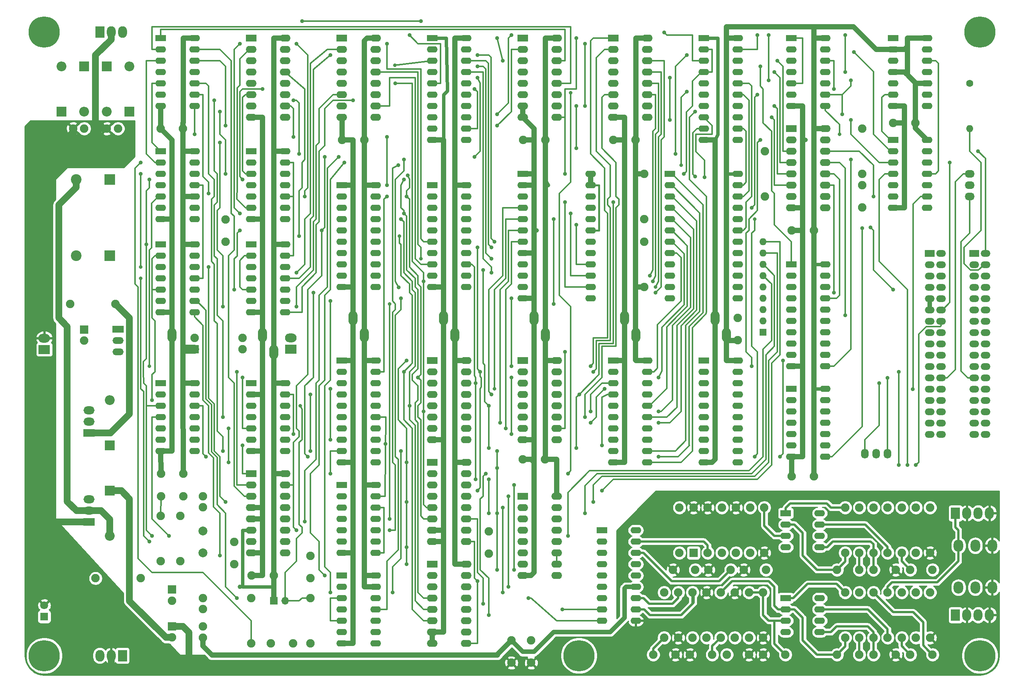
<source format=gtl>
G04 #@! TF.GenerationSoftware,KiCad,Pcbnew,5.1.4-5.1.4*
G04 #@! TF.CreationDate,2019-08-13T11:30:28+01:00*
G04 #@! TF.ProjectId,music5xxx,6d757369-6335-4787-9878-2e6b69636164,1*
G04 #@! TF.SameCoordinates,Original*
G04 #@! TF.FileFunction,Copper,L1,Top*
G04 #@! TF.FilePolarity,Positive*
%FSLAX46Y46*%
G04 Gerber Fmt 4.6, Leading zero omitted, Abs format (unit mm)*
G04 Created by KiCad (PCBNEW 5.1.4-5.1.4) date 2019-08-13 11:30:28*
%MOMM*%
%LPD*%
G04 APERTURE LIST*
%ADD10O,2.000000X2.600000*%
%ADD11R,2.000000X2.600000*%
%ADD12R,2.400000X1.400000*%
%ADD13O,2.400000X1.400000*%
%ADD14R,2.400000X1.600000*%
%ADD15O,2.400000X1.600000*%
%ADD16R,2.600000X2.000000*%
%ADD17O,2.600000X2.000000*%
%ADD18O,2.500000X1.500000*%
%ADD19R,2.500000X1.500000*%
%ADD20C,2.400000*%
%ADD21R,2.400000X2.400000*%
%ADD22O,2.200000X1.700000*%
%ADD23R,2.200000X1.500000*%
%ADD24O,2.200000X1.500000*%
%ADD25C,7.000000*%
%ADD26C,1.900000*%
%ADD27O,2.200000X2.700000*%
%ADD28R,2.200000X2.200000*%
%ADD29O,2.200000X2.200000*%
%ADD30R,1.800000X1.800000*%
%ADD31C,1.800000*%
%ADD32O,1.700000X2.200000*%
%ADD33O,1.600000X1.600000*%
%ADD34C,1.600000*%
%ADD35R,1.900000X1.900000*%
%ADD36C,2.000000*%
%ADD37R,2.500000X1.800000*%
%ADD38O,2.500000X1.800000*%
%ADD39R,1.600000X1.600000*%
%ADD40O,1.700000X1.700000*%
%ADD41R,1.700000X1.700000*%
%ADD42C,1.000000*%
%ADD43C,0.900000*%
%ADD44C,0.800000*%
%ADD45C,2.000000*%
%ADD46C,0.800000*%
%ADD47C,1.200000*%
%ADD48C,1.000000*%
%ADD49C,1.500000*%
%ADD50C,0.400000*%
%ADD51C,0.300000*%
%ADD52C,0.500000*%
%ADD53C,0.254000*%
G04 APERTURE END LIST*
D10*
X217170000Y-135890000D03*
X214630000Y-135890000D03*
X212090000Y-135890000D03*
D11*
X209550000Y-135890000D03*
D12*
X145415000Y-36830000D03*
D13*
X160655000Y-64770000D03*
X145415000Y-39370000D03*
X160655000Y-62230000D03*
X145415000Y-41910000D03*
X160655000Y-59690000D03*
X145415000Y-44450000D03*
X160655000Y-57150000D03*
X145415000Y-46990000D03*
X160655000Y-54610000D03*
X145415000Y-49530000D03*
X160655000Y-52070000D03*
X145415000Y-52070000D03*
X160655000Y-49530000D03*
X145415000Y-54610000D03*
X160655000Y-46990000D03*
X145415000Y-57150000D03*
X160655000Y-44450000D03*
X145415000Y-59690000D03*
X160655000Y-41910000D03*
X145415000Y-62230000D03*
X160655000Y-39370000D03*
X145415000Y-64770000D03*
X160655000Y-36830000D03*
D12*
X112395000Y-36830000D03*
D13*
X127635000Y-64770000D03*
X112395000Y-39370000D03*
X127635000Y-62230000D03*
X112395000Y-41910000D03*
X127635000Y-59690000D03*
X112395000Y-44450000D03*
X127635000Y-57150000D03*
X112395000Y-46990000D03*
X127635000Y-54610000D03*
X112395000Y-49530000D03*
X127635000Y-52070000D03*
X112395000Y-52070000D03*
X127635000Y-49530000D03*
X112395000Y-54610000D03*
X127635000Y-46990000D03*
X112395000Y-57150000D03*
X127635000Y-44450000D03*
X112395000Y-59690000D03*
X127635000Y-41910000D03*
X112395000Y-62230000D03*
X127635000Y-39370000D03*
X112395000Y-64770000D03*
X127635000Y-36830000D03*
D12*
X171450000Y-113030000D03*
D13*
X179070000Y-120650000D03*
X171450000Y-115570000D03*
X179070000Y-118110000D03*
X171450000Y-118110000D03*
X179070000Y-115570000D03*
X171450000Y-120650000D03*
X179070000Y-113030000D03*
D12*
X171450000Y-132080000D03*
D13*
X179070000Y-139700000D03*
X171450000Y-134620000D03*
X179070000Y-137160000D03*
X171450000Y-137160000D03*
X179070000Y-134620000D03*
X171450000Y-139700000D03*
X179070000Y-132080000D03*
X137795000Y-116840000D03*
X130175000Y-137160000D03*
X137795000Y-119380000D03*
X130175000Y-134620000D03*
X137795000Y-121920000D03*
X130175000Y-132080000D03*
X137795000Y-124460000D03*
X130175000Y-129540000D03*
X137795000Y-127000000D03*
X130175000Y-127000000D03*
X137795000Y-129540000D03*
X130175000Y-124460000D03*
X137795000Y-132080000D03*
X130175000Y-121920000D03*
X137795000Y-134620000D03*
X130175000Y-119380000D03*
X137795000Y-137160000D03*
D12*
X130175000Y-116840000D03*
X132715000Y-78740000D03*
D13*
X140335000Y-101600000D03*
X132715000Y-81280000D03*
X140335000Y-99060000D03*
X132715000Y-83820000D03*
X140335000Y-96520000D03*
X132715000Y-86360000D03*
X140335000Y-93980000D03*
X132715000Y-88900000D03*
X140335000Y-91440000D03*
X132715000Y-91440000D03*
X140335000Y-88900000D03*
X132715000Y-93980000D03*
X140335000Y-86360000D03*
X132715000Y-96520000D03*
X140335000Y-83820000D03*
X132715000Y-99060000D03*
X140335000Y-81280000D03*
X132715000Y-101600000D03*
X140335000Y-78740000D03*
D12*
X92075000Y-39370000D03*
D13*
X99695000Y-62230000D03*
X92075000Y-41910000D03*
X99695000Y-59690000D03*
X92075000Y-44450000D03*
X99695000Y-57150000D03*
X92075000Y-46990000D03*
X99695000Y-54610000D03*
X92075000Y-49530000D03*
X99695000Y-52070000D03*
X92075000Y-52070000D03*
X99695000Y-49530000D03*
X92075000Y-54610000D03*
X99695000Y-46990000D03*
X92075000Y-57150000D03*
X99695000Y-44450000D03*
X92075000Y-59690000D03*
X99695000Y-41910000D03*
X92075000Y-62230000D03*
X99695000Y-39370000D03*
D12*
X172720000Y-57150000D03*
D13*
X180340000Y-80010000D03*
X172720000Y-59690000D03*
X180340000Y-77470000D03*
X172720000Y-62230000D03*
X180340000Y-74930000D03*
X172720000Y-64770000D03*
X180340000Y-72390000D03*
X172720000Y-67310000D03*
X180340000Y-69850000D03*
X172720000Y-69850000D03*
X180340000Y-67310000D03*
X172720000Y-72390000D03*
X180340000Y-64770000D03*
X172720000Y-74930000D03*
X180340000Y-62230000D03*
X172720000Y-77470000D03*
X180340000Y-59690000D03*
X172720000Y-80010000D03*
X180340000Y-57150000D03*
D12*
X153035000Y-78740000D03*
D13*
X160655000Y-101600000D03*
X153035000Y-81280000D03*
X160655000Y-99060000D03*
X153035000Y-83820000D03*
X160655000Y-96520000D03*
X153035000Y-86360000D03*
X160655000Y-93980000D03*
X153035000Y-88900000D03*
X160655000Y-91440000D03*
X153035000Y-91440000D03*
X160655000Y-88900000D03*
X153035000Y-93980000D03*
X160655000Y-86360000D03*
X153035000Y-96520000D03*
X160655000Y-83820000D03*
X153035000Y-99060000D03*
X160655000Y-81280000D03*
X153035000Y-101600000D03*
X160655000Y-78740000D03*
D12*
X153035000Y-6350000D03*
D13*
X160655000Y-29210000D03*
X153035000Y-8890000D03*
X160655000Y-26670000D03*
X153035000Y-11430000D03*
X160655000Y-24130000D03*
X153035000Y-13970000D03*
X160655000Y-21590000D03*
X153035000Y-16510000D03*
X160655000Y-19050000D03*
X153035000Y-19050000D03*
X160655000Y-16510000D03*
X153035000Y-21590000D03*
X160655000Y-13970000D03*
X153035000Y-24130000D03*
X160655000Y-11430000D03*
X153035000Y-26670000D03*
X160655000Y-8890000D03*
X153035000Y-29210000D03*
X160655000Y-6350000D03*
D12*
X92075000Y-6350000D03*
D13*
X99695000Y-29210000D03*
X92075000Y-8890000D03*
X99695000Y-26670000D03*
X92075000Y-11430000D03*
X99695000Y-24130000D03*
X92075000Y-13970000D03*
X99695000Y-21590000D03*
X92075000Y-16510000D03*
X99695000Y-19050000D03*
X92075000Y-19050000D03*
X99695000Y-16510000D03*
X92075000Y-21590000D03*
X99695000Y-13970000D03*
X92075000Y-24130000D03*
X99695000Y-11430000D03*
X92075000Y-26670000D03*
X99695000Y-8890000D03*
X92075000Y-29210000D03*
X99695000Y-6350000D03*
D12*
X71755000Y-78740000D03*
D13*
X79375000Y-101600000D03*
X71755000Y-81280000D03*
X79375000Y-99060000D03*
X71755000Y-83820000D03*
X79375000Y-96520000D03*
X71755000Y-86360000D03*
X79375000Y-93980000D03*
X71755000Y-88900000D03*
X79375000Y-91440000D03*
X71755000Y-91440000D03*
X79375000Y-88900000D03*
X71755000Y-93980000D03*
X79375000Y-86360000D03*
X71755000Y-96520000D03*
X79375000Y-83820000D03*
X71755000Y-99060000D03*
X79375000Y-81280000D03*
X71755000Y-101600000D03*
X79375000Y-78740000D03*
D12*
X71755000Y-39370000D03*
D13*
X79375000Y-62230000D03*
X71755000Y-41910000D03*
X79375000Y-59690000D03*
X71755000Y-44450000D03*
X79375000Y-57150000D03*
X71755000Y-46990000D03*
X79375000Y-54610000D03*
X71755000Y-49530000D03*
X79375000Y-52070000D03*
X71755000Y-52070000D03*
X79375000Y-49530000D03*
X71755000Y-54610000D03*
X79375000Y-46990000D03*
X71755000Y-57150000D03*
X79375000Y-44450000D03*
X71755000Y-59690000D03*
X79375000Y-41910000D03*
X71755000Y-62230000D03*
X79375000Y-39370000D03*
D14*
X92075000Y-124460000D03*
D15*
X99695000Y-142240000D03*
X92075000Y-127000000D03*
X99695000Y-139700000D03*
X92075000Y-129540000D03*
X99695000Y-137160000D03*
X92075000Y-132080000D03*
X99695000Y-134620000D03*
X92075000Y-134620000D03*
X99695000Y-132080000D03*
X92075000Y-137160000D03*
X99695000Y-129540000D03*
X92075000Y-139700000D03*
X99695000Y-127000000D03*
X92075000Y-142240000D03*
X99695000Y-124460000D03*
D14*
X112395000Y-109220000D03*
D15*
X120015000Y-127000000D03*
X112395000Y-111760000D03*
X120015000Y-124460000D03*
X112395000Y-114300000D03*
X120015000Y-121920000D03*
X112395000Y-116840000D03*
X120015000Y-119380000D03*
X112395000Y-119380000D03*
X120015000Y-116840000D03*
X112395000Y-121920000D03*
X120015000Y-114300000D03*
X112395000Y-124460000D03*
X120015000Y-111760000D03*
X112395000Y-127000000D03*
X120015000Y-109220000D03*
D14*
X172720000Y-26670000D03*
D15*
X180340000Y-44450000D03*
X172720000Y-29210000D03*
X180340000Y-41910000D03*
X172720000Y-31750000D03*
X180340000Y-39370000D03*
X172720000Y-34290000D03*
X180340000Y-36830000D03*
X172720000Y-36830000D03*
X180340000Y-34290000D03*
X172720000Y-39370000D03*
X180340000Y-31750000D03*
X172720000Y-41910000D03*
X180340000Y-29210000D03*
X172720000Y-44450000D03*
X180340000Y-26670000D03*
D14*
X132715000Y-6350000D03*
D15*
X140335000Y-24130000D03*
X132715000Y-8890000D03*
X140335000Y-21590000D03*
X132715000Y-11430000D03*
X140335000Y-19050000D03*
X132715000Y-13970000D03*
X140335000Y-16510000D03*
X132715000Y-16510000D03*
X140335000Y-13970000D03*
X132715000Y-19050000D03*
X140335000Y-11430000D03*
X132715000Y-21590000D03*
X140335000Y-8890000D03*
X132715000Y-24130000D03*
X140335000Y-6350000D03*
D14*
X112395000Y-78740000D03*
D15*
X120015000Y-96520000D03*
X112395000Y-81280000D03*
X120015000Y-93980000D03*
X112395000Y-83820000D03*
X120015000Y-91440000D03*
X112395000Y-86360000D03*
X120015000Y-88900000D03*
X112395000Y-88900000D03*
X120015000Y-86360000D03*
X112395000Y-91440000D03*
X120015000Y-83820000D03*
X112395000Y-93980000D03*
X120015000Y-81280000D03*
X112395000Y-96520000D03*
X120015000Y-78740000D03*
D14*
X112395000Y-6350000D03*
D15*
X120015000Y-24130000D03*
X112395000Y-8890000D03*
X120015000Y-21590000D03*
X112395000Y-11430000D03*
X120015000Y-19050000D03*
X112395000Y-13970000D03*
X120015000Y-16510000D03*
X112395000Y-16510000D03*
X120015000Y-13970000D03*
X112395000Y-19050000D03*
X120015000Y-11430000D03*
X112395000Y-21590000D03*
X120015000Y-8890000D03*
X112395000Y-24130000D03*
X120015000Y-6350000D03*
D14*
X92075000Y-101600000D03*
D15*
X99695000Y-119380000D03*
X92075000Y-104140000D03*
X99695000Y-116840000D03*
X92075000Y-106680000D03*
X99695000Y-114300000D03*
X92075000Y-109220000D03*
X99695000Y-111760000D03*
X92075000Y-111760000D03*
X99695000Y-109220000D03*
X92075000Y-114300000D03*
X99695000Y-106680000D03*
X92075000Y-116840000D03*
X99695000Y-104140000D03*
X92075000Y-119380000D03*
X99695000Y-101600000D03*
D14*
X92075000Y-78740000D03*
D15*
X99695000Y-96520000D03*
X92075000Y-81280000D03*
X99695000Y-93980000D03*
X92075000Y-83820000D03*
X99695000Y-91440000D03*
X92075000Y-86360000D03*
X99695000Y-88900000D03*
X92075000Y-88900000D03*
X99695000Y-86360000D03*
X92075000Y-91440000D03*
X99695000Y-83820000D03*
X92075000Y-93980000D03*
X99695000Y-81280000D03*
X92075000Y-96520000D03*
X99695000Y-78740000D03*
D14*
X71755000Y-6350000D03*
D15*
X79375000Y-24130000D03*
X71755000Y-8890000D03*
X79375000Y-21590000D03*
X71755000Y-11430000D03*
X79375000Y-19050000D03*
X71755000Y-13970000D03*
X79375000Y-16510000D03*
X71755000Y-16510000D03*
X79375000Y-13970000D03*
X71755000Y-19050000D03*
X79375000Y-11430000D03*
X71755000Y-21590000D03*
X79375000Y-8890000D03*
X71755000Y-24130000D03*
X79375000Y-6350000D03*
D14*
X51435000Y-104140000D03*
D15*
X59055000Y-121920000D03*
X51435000Y-106680000D03*
X59055000Y-119380000D03*
X51435000Y-109220000D03*
X59055000Y-116840000D03*
X51435000Y-111760000D03*
X59055000Y-114300000D03*
X51435000Y-114300000D03*
X59055000Y-111760000D03*
X51435000Y-116840000D03*
X59055000Y-109220000D03*
X51435000Y-119380000D03*
X59055000Y-106680000D03*
X51435000Y-121920000D03*
X59055000Y-104140000D03*
D14*
X51435000Y-6350000D03*
D15*
X59055000Y-24130000D03*
X51435000Y-8890000D03*
X59055000Y-21590000D03*
X51435000Y-11430000D03*
X59055000Y-19050000D03*
X51435000Y-13970000D03*
X59055000Y-16510000D03*
X51435000Y-16510000D03*
X59055000Y-13970000D03*
X51435000Y-19050000D03*
X59055000Y-11430000D03*
X51435000Y-21590000D03*
X59055000Y-8890000D03*
X51435000Y-24130000D03*
X59055000Y-6350000D03*
D13*
X203200000Y-29210000D03*
X195580000Y-44450000D03*
X203200000Y-31750000D03*
X195580000Y-41910000D03*
X203200000Y-34290000D03*
X195580000Y-39370000D03*
X203200000Y-36830000D03*
X195580000Y-36830000D03*
X203200000Y-39370000D03*
X195580000Y-34290000D03*
X203200000Y-41910000D03*
X195580000Y-31750000D03*
X203200000Y-44450000D03*
D12*
X195580000Y-29210000D03*
D13*
X203200000Y-6350000D03*
X195580000Y-21590000D03*
X203200000Y-8890000D03*
X195580000Y-19050000D03*
X203200000Y-11430000D03*
X195580000Y-16510000D03*
X203200000Y-13970000D03*
X195580000Y-13970000D03*
X203200000Y-16510000D03*
X195580000Y-11430000D03*
X203200000Y-19050000D03*
X195580000Y-8890000D03*
X203200000Y-21590000D03*
D12*
X195580000Y-6350000D03*
D13*
X180340000Y-85090000D03*
X172720000Y-100330000D03*
X180340000Y-87630000D03*
X172720000Y-97790000D03*
X180340000Y-90170000D03*
X172720000Y-95250000D03*
X180340000Y-92710000D03*
X172720000Y-92710000D03*
X180340000Y-95250000D03*
X172720000Y-90170000D03*
X180340000Y-97790000D03*
X172720000Y-87630000D03*
X180340000Y-100330000D03*
D12*
X172720000Y-85090000D03*
D13*
X180340000Y-6350000D03*
X172720000Y-21590000D03*
X180340000Y-8890000D03*
X172720000Y-19050000D03*
X180340000Y-11430000D03*
X172720000Y-16510000D03*
X180340000Y-13970000D03*
X172720000Y-13970000D03*
X180340000Y-16510000D03*
X172720000Y-11430000D03*
X180340000Y-19050000D03*
X172720000Y-8890000D03*
X180340000Y-21590000D03*
D12*
X172720000Y-6350000D03*
D13*
X79375000Y-127000000D03*
X71755000Y-142240000D03*
X79375000Y-129540000D03*
X71755000Y-139700000D03*
X79375000Y-132080000D03*
X71755000Y-137160000D03*
X79375000Y-134620000D03*
X71755000Y-134620000D03*
X79375000Y-137160000D03*
X71755000Y-132080000D03*
X79375000Y-139700000D03*
X71755000Y-129540000D03*
X79375000Y-142240000D03*
D12*
X71755000Y-127000000D03*
D13*
X79375000Y-106680000D03*
X71755000Y-121920000D03*
X79375000Y-109220000D03*
X71755000Y-119380000D03*
X79375000Y-111760000D03*
X71755000Y-116840000D03*
X79375000Y-114300000D03*
X71755000Y-114300000D03*
X79375000Y-116840000D03*
X71755000Y-111760000D03*
X79375000Y-119380000D03*
X71755000Y-109220000D03*
X79375000Y-121920000D03*
D12*
X71755000Y-106680000D03*
D13*
X59055000Y-83820000D03*
X51435000Y-99060000D03*
X59055000Y-86360000D03*
X51435000Y-96520000D03*
X59055000Y-88900000D03*
X51435000Y-93980000D03*
X59055000Y-91440000D03*
X51435000Y-91440000D03*
X59055000Y-93980000D03*
X51435000Y-88900000D03*
X59055000Y-96520000D03*
X51435000Y-86360000D03*
X59055000Y-99060000D03*
D12*
X51435000Y-83820000D03*
D13*
X59055000Y-52705000D03*
X51435000Y-67945000D03*
X59055000Y-55245000D03*
X51435000Y-65405000D03*
X59055000Y-57785000D03*
X51435000Y-62865000D03*
X59055000Y-60325000D03*
X51435000Y-60325000D03*
X59055000Y-62865000D03*
X51435000Y-57785000D03*
X59055000Y-65405000D03*
X51435000Y-55245000D03*
X59055000Y-67945000D03*
D12*
X51435000Y-52705000D03*
D13*
X59055000Y-31750000D03*
X51435000Y-46990000D03*
X59055000Y-34290000D03*
X51435000Y-44450000D03*
X59055000Y-36830000D03*
X51435000Y-41910000D03*
X59055000Y-39370000D03*
X51435000Y-39370000D03*
X59055000Y-41910000D03*
X51435000Y-36830000D03*
X59055000Y-44450000D03*
X51435000Y-34290000D03*
X59055000Y-46990000D03*
D12*
X51435000Y-31750000D03*
D13*
X38735000Y-83820000D03*
X31115000Y-99060000D03*
X38735000Y-86360000D03*
X31115000Y-96520000D03*
X38735000Y-88900000D03*
X31115000Y-93980000D03*
X38735000Y-91440000D03*
X31115000Y-91440000D03*
X38735000Y-93980000D03*
X31115000Y-88900000D03*
X38735000Y-96520000D03*
X31115000Y-86360000D03*
X38735000Y-99060000D03*
D12*
X31115000Y-83820000D03*
D13*
X38735000Y-52705000D03*
X31115000Y-67945000D03*
X38735000Y-55245000D03*
X31115000Y-65405000D03*
X38735000Y-57785000D03*
X31115000Y-62865000D03*
X38735000Y-60325000D03*
X31115000Y-60325000D03*
X38735000Y-62865000D03*
X31115000Y-57785000D03*
X38735000Y-65405000D03*
X31115000Y-55245000D03*
X38735000Y-67945000D03*
D12*
X31115000Y-52705000D03*
D13*
X38735000Y-31750000D03*
X31115000Y-46990000D03*
X38735000Y-34290000D03*
X31115000Y-44450000D03*
X38735000Y-36830000D03*
X31115000Y-41910000D03*
X38735000Y-39370000D03*
X31115000Y-39370000D03*
X38735000Y-41910000D03*
X31115000Y-36830000D03*
X38735000Y-44450000D03*
X31115000Y-34290000D03*
X38735000Y-46990000D03*
D12*
X31115000Y-31750000D03*
D13*
X38735000Y-6350000D03*
X31115000Y-21590000D03*
X38735000Y-8890000D03*
X31115000Y-19050000D03*
X38735000Y-11430000D03*
X31115000Y-16510000D03*
X38735000Y-13970000D03*
X31115000Y-13970000D03*
X38735000Y-16510000D03*
X31115000Y-11430000D03*
X38735000Y-19050000D03*
X31115000Y-8890000D03*
X38735000Y-21590000D03*
D12*
X31115000Y-6350000D03*
D11*
X22540000Y-145000000D03*
D10*
X20000000Y-145000000D03*
X17460000Y-145000000D03*
D11*
X17460000Y-5000000D03*
D10*
X20000000Y-5000000D03*
X22540000Y-5000000D03*
D16*
X5000000Y-76270000D03*
D17*
X5000000Y-73730000D03*
D16*
X60325000Y-76200000D03*
D17*
X60325000Y-73660000D03*
D18*
X21590000Y-76835000D03*
X21590000Y-74295000D03*
D19*
X21590000Y-71755000D03*
D20*
X12185000Y-38100000D03*
D21*
X19685000Y-38100000D03*
D22*
X212725000Y-36830000D03*
X212725000Y-39370000D03*
X212725000Y-41910000D03*
D23*
X203730000Y-54680000D03*
D24*
X206270000Y-54680000D03*
X203730000Y-57220000D03*
X206270000Y-57220000D03*
X203730000Y-59760000D03*
X206270000Y-59760000D03*
X203730000Y-62300000D03*
X206270000Y-62300000D03*
X203730000Y-64840000D03*
X206270000Y-64840000D03*
X203730000Y-67380000D03*
X206270000Y-67380000D03*
X203730000Y-69920000D03*
X206270000Y-69920000D03*
X203730000Y-72460000D03*
X206270000Y-72460000D03*
X203730000Y-75000000D03*
X206270000Y-75000000D03*
X203730000Y-77540000D03*
X206270000Y-77540000D03*
X203730000Y-80080000D03*
X206270000Y-80080000D03*
X203730000Y-82620000D03*
X206270000Y-82620000D03*
X203730000Y-85160000D03*
X206270000Y-85160000D03*
X203730000Y-87700000D03*
X206270000Y-87700000D03*
X203730000Y-90240000D03*
X206270000Y-90240000D03*
X203730000Y-92780000D03*
X206270000Y-92780000D03*
X203730000Y-95320000D03*
X206270000Y-95320000D03*
D25*
X125000000Y-145000000D03*
D26*
X147574000Y-121920000D03*
X147574000Y-111760000D03*
X167005000Y-125730000D03*
X162005000Y-125730000D03*
X159084000Y-125730000D03*
X154084000Y-125730000D03*
X151130000Y-125730000D03*
X146130000Y-125730000D03*
D27*
X217800000Y-120300000D03*
X217800000Y-129700000D03*
X210200000Y-120300000D03*
X210200000Y-129700000D03*
X214000000Y-120300000D03*
X214000000Y-129700000D03*
D10*
X217170000Y-113030000D03*
X214630000Y-113030000D03*
X212090000Y-113030000D03*
D11*
X209550000Y-113030000D03*
D26*
X196135000Y-125730000D03*
X191135000Y-125730000D03*
X184785000Y-111760000D03*
X184785000Y-121920000D03*
X200660000Y-111760000D03*
X200660000Y-121920000D03*
X203835000Y-121920000D03*
X203835000Y-111760000D03*
X197485000Y-121920000D03*
X197485000Y-111760000D03*
X187960000Y-111760000D03*
X187960000Y-121920000D03*
X194310000Y-111760000D03*
X194310000Y-121920000D03*
X191135000Y-121920000D03*
X191135000Y-111760000D03*
X194310000Y-140970000D03*
X194310000Y-130810000D03*
X187960000Y-144780000D03*
X182960000Y-144780000D03*
D23*
X213730000Y-54680000D03*
D24*
X216270000Y-54680000D03*
X213730000Y-57220000D03*
X216270000Y-57220000D03*
X213730000Y-59760000D03*
X216270000Y-59760000D03*
X213730000Y-62300000D03*
X216270000Y-62300000D03*
X213730000Y-64840000D03*
X216270000Y-64840000D03*
X213730000Y-67380000D03*
X216270000Y-67380000D03*
X213730000Y-69920000D03*
X216270000Y-69920000D03*
X213730000Y-72460000D03*
X216270000Y-72460000D03*
X213730000Y-75000000D03*
X216270000Y-75000000D03*
X213730000Y-77540000D03*
X216270000Y-77540000D03*
X213730000Y-80080000D03*
X216270000Y-80080000D03*
X213730000Y-82620000D03*
X216270000Y-82620000D03*
X213730000Y-85160000D03*
X216270000Y-85160000D03*
X213730000Y-87700000D03*
X216270000Y-87700000D03*
X213730000Y-90240000D03*
X216270000Y-90240000D03*
X213730000Y-92780000D03*
X216270000Y-92780000D03*
X213730000Y-95320000D03*
X216270000Y-95320000D03*
D26*
X47625000Y-119460000D03*
X47625000Y-124460000D03*
X188595000Y-39370000D03*
X188595000Y-44370000D03*
D28*
X19685000Y-97790000D03*
D29*
X19685000Y-87630000D03*
D28*
X19685000Y-107950000D03*
D29*
X19685000Y-118110000D03*
D30*
X5000000Y-136270000D03*
D31*
X5000000Y-133730000D03*
D26*
X26670000Y-127635000D03*
X16510000Y-127635000D03*
D32*
X194310000Y-99695000D03*
X191770000Y-99695000D03*
X189230000Y-99695000D03*
D33*
X212725000Y-26670000D03*
D34*
X212725000Y-16510000D03*
D26*
X154940000Y-144780000D03*
X149940000Y-144780000D03*
X147320000Y-140970000D03*
X147320000Y-130810000D03*
X139700000Y-62230000D03*
X139700000Y-52070000D03*
X166624000Y-121920000D03*
X166624000Y-111760000D03*
X163449000Y-111760000D03*
X163449000Y-121920000D03*
X160274000Y-111760000D03*
X160274000Y-121920000D03*
X157099000Y-111760000D03*
X157099000Y-121920000D03*
X153924000Y-111760000D03*
X153924000Y-121920000D03*
X203835000Y-140970000D03*
X203835000Y-130810000D03*
X200660000Y-130810000D03*
X200660000Y-140970000D03*
X197485000Y-130810000D03*
X197485000Y-140970000D03*
X191135000Y-140970000D03*
X191135000Y-130810000D03*
X187960000Y-130810000D03*
X187960000Y-140970000D03*
X184785000Y-130810000D03*
X184785000Y-140970000D03*
X166370000Y-140970000D03*
X166370000Y-130810000D03*
X163195000Y-130810000D03*
X163195000Y-140970000D03*
X160020000Y-130810000D03*
X160020000Y-140970000D03*
X156845000Y-130810000D03*
X156845000Y-140970000D03*
X153670000Y-130810000D03*
X153670000Y-140970000D03*
X150495000Y-140970000D03*
X150495000Y-130810000D03*
X144145000Y-140970000D03*
X144145000Y-130810000D03*
X35560000Y-113665000D03*
X35560000Y-123825000D03*
X31115000Y-123825000D03*
X31115000Y-113665000D03*
X64770000Y-132080000D03*
X64770000Y-142240000D03*
X139700000Y-36830000D03*
X139700000Y-46990000D03*
X188595000Y-26670000D03*
X188595000Y-36830000D03*
X166751000Y-41910000D03*
X166751000Y-31750000D03*
X51435000Y-132080000D03*
X51435000Y-142240000D03*
D35*
X33655000Y-130175000D03*
D26*
X33655000Y-132675000D03*
D36*
X40640000Y-121920000D03*
X40640000Y-117040000D03*
D26*
X40640000Y-138470000D03*
X40640000Y-140970000D03*
X40640000Y-132080000D03*
X40640000Y-134580000D03*
X49530000Y-76200000D03*
X49530000Y-73700000D03*
X40640000Y-109220000D03*
X40640000Y-111720000D03*
X21550000Y-26670000D03*
X19050000Y-26670000D03*
X11470000Y-26670000D03*
X13970000Y-26670000D03*
X10795000Y-66040000D03*
X20955000Y-66040000D03*
D35*
X33655000Y-138430000D03*
D26*
X33655000Y-140930000D03*
D35*
X38735000Y-76200000D03*
D26*
X38735000Y-73700000D03*
D35*
X13970000Y-71795000D03*
D26*
X13970000Y-74295000D03*
D37*
X15000000Y-115000000D03*
D38*
X15000000Y-112460000D03*
X15000000Y-109920000D03*
D37*
X15000000Y-95000000D03*
D38*
X15000000Y-92460000D03*
X15000000Y-89920000D03*
D28*
X19050000Y-12700000D03*
D29*
X19050000Y-22860000D03*
D28*
X24130000Y-22860000D03*
D29*
X24130000Y-12700000D03*
D28*
X13970000Y-12700000D03*
D29*
X13970000Y-22860000D03*
D28*
X8890000Y-22860000D03*
D29*
X8890000Y-12700000D03*
D26*
X109855000Y-146605000D03*
X109855000Y-141605000D03*
X114300000Y-141605000D03*
X114300000Y-146605000D03*
X177800000Y-104775000D03*
X172800000Y-104775000D03*
X200580000Y-25400000D03*
X195580000Y-25400000D03*
X177800000Y-49530000D03*
X172800000Y-49530000D03*
X160655000Y-74215000D03*
X160655000Y-69215000D03*
X137715000Y-29210000D03*
X132715000Y-29210000D03*
X117395000Y-100965000D03*
X112395000Y-100965000D03*
X117475000Y-29210000D03*
X112475000Y-29210000D03*
X104775000Y-122094000D03*
X104775000Y-117094000D03*
X64770000Y-127635000D03*
X64770000Y-122635000D03*
X76835000Y-29210000D03*
X71835000Y-29210000D03*
X56515000Y-127000000D03*
X51515000Y-127000000D03*
X45720000Y-52070000D03*
X45720000Y-47070000D03*
X36195000Y-104140000D03*
X31195000Y-104140000D03*
X36115000Y-26670000D03*
X31115000Y-26670000D03*
X204390000Y-125730000D03*
X199390000Y-125730000D03*
X187960000Y-125730000D03*
X182960000Y-125730000D03*
X196135000Y-144780000D03*
X191135000Y-144780000D03*
X204390000Y-144780000D03*
X199390000Y-144780000D03*
X171370000Y-144780000D03*
X166370000Y-144780000D03*
X158195000Y-144780000D03*
X163195000Y-144780000D03*
X146685000Y-144780000D03*
X141685000Y-144780000D03*
X36195000Y-109220000D03*
X31195000Y-109220000D03*
X55880000Y-142240000D03*
X60880000Y-142240000D03*
D35*
X150749000Y-121920000D03*
D26*
X150749000Y-111760000D03*
D20*
X12185000Y-55245000D03*
D21*
X19685000Y-55245000D03*
D25*
X215000000Y-145000000D03*
X5000000Y-145000000D03*
X215000000Y-5000000D03*
X5000000Y-5000000D03*
D33*
X166370000Y-52070000D03*
X166370000Y-54610000D03*
X166370000Y-57150000D03*
X166370000Y-59690000D03*
X166370000Y-62230000D03*
X166370000Y-64770000D03*
X166370000Y-67310000D03*
X166370000Y-69850000D03*
D39*
X166370000Y-72390000D03*
D40*
X59055000Y-132715000D03*
D41*
X56515000Y-132715000D03*
D42*
X175895000Y-29210000D03*
X53975000Y-73660000D03*
X94615000Y-68580000D03*
X114935000Y-68580000D03*
X155575000Y-68580000D03*
X155575000Y-69850000D03*
X155575000Y-66040000D03*
X155575000Y-52070000D03*
X115570000Y-49530000D03*
X114935000Y-69850000D03*
X135255000Y-68580000D03*
X135255000Y-69850000D03*
X74295000Y-69850000D03*
X74295000Y-68580000D03*
X94615000Y-69850000D03*
X33655000Y-73660000D03*
X33655000Y-72390000D03*
X53975000Y-72390000D03*
X158115000Y-48260000D03*
X56515000Y-76200000D03*
X76835000Y-73660000D03*
X97155000Y-72390000D03*
X97155000Y-73660000D03*
X117475000Y-72390000D03*
X117475000Y-73660000D03*
X158115000Y-73660000D03*
X118110000Y-39370000D03*
X56515000Y-77470000D03*
X76835000Y-72390000D03*
X158115000Y-72390000D03*
X137795000Y-72390000D03*
X137795000Y-73660000D03*
X48895000Y-129540000D03*
D43*
X26670000Y-34290000D03*
X125095000Y-86360000D03*
X124460000Y-98425000D03*
X132715000Y-43180000D03*
X69215000Y-104140000D03*
X153205083Y-37635083D03*
X167640000Y-15875000D03*
X62865000Y-2540000D03*
X89535000Y-2540000D03*
X167640000Y-5715000D03*
X45085000Y-91440000D03*
X43180000Y-20320000D03*
X182245000Y-17780000D03*
X145415000Y-15240000D03*
X145415000Y-24765000D03*
X45720000Y-26035000D03*
X165100000Y-5715000D03*
X45085000Y-99060000D03*
X41910000Y-41275000D03*
X38735000Y-27940000D03*
X27940000Y-52705000D03*
X29210000Y-118110000D03*
X28575000Y-38100000D03*
X102235000Y-10160000D03*
X106045000Y-52070000D03*
D44*
X83693000Y-12446000D03*
D43*
X44450000Y-22860000D03*
X130175000Y-107950000D03*
X45720000Y-36830000D03*
X121920000Y-76835000D03*
D44*
X28575000Y-80048248D03*
X26670000Y-57785000D03*
D43*
X26670000Y-36830000D03*
X151130000Y-22860000D03*
X106680000Y-26035000D03*
X65405000Y-63500000D03*
X64135000Y-100330000D03*
X41275000Y-100330000D03*
X126365000Y-21590000D03*
X126365000Y-7620000D03*
X29210000Y-87630000D03*
X106680000Y-113030000D03*
X106680000Y-102870000D03*
X106680000Y-99060000D03*
X106680000Y-125730000D03*
X81915000Y-39370000D03*
X44450000Y-29845000D03*
X45085000Y-66675000D03*
X81915000Y-28575000D03*
X45720000Y-110490000D03*
X41910000Y-57785000D03*
X28575000Y-119380000D03*
D44*
X26670000Y-60325000D03*
D43*
X124460000Y-6350000D03*
X121920000Y-36830000D03*
X67310000Y-49530000D03*
X48895000Y-49530000D03*
X47625000Y-62865000D03*
X61595000Y-116840000D03*
X186738846Y-9476154D03*
X67945000Y-33020000D03*
X48260000Y-132080000D03*
X102235000Y-128270000D03*
X44450000Y-122555000D03*
X33020000Y-118110000D03*
D44*
X164465000Y-46990000D03*
D43*
X164465000Y-100330000D03*
X46355000Y-101600000D03*
X46355000Y-93980000D03*
X81618058Y-97451942D03*
X49530000Y-97790000D03*
X48895000Y-7620000D03*
X48895000Y-45720000D03*
X86995000Y-5715000D03*
X85725000Y-81280000D03*
D44*
X84709000Y-50800000D03*
D43*
X62230000Y-50800000D03*
X85725000Y-45720000D03*
X60960000Y-20320000D03*
X85725000Y-38100000D03*
X62230000Y-32385000D03*
X53975000Y-17780000D03*
X49530000Y-38100000D03*
X88900000Y-82550000D03*
X86360000Y-41910000D03*
X86614000Y-37211000D03*
X60960000Y-28575000D03*
X85090000Y-46990000D03*
X86995000Y-88900000D03*
X61595000Y-7620000D03*
X63500000Y-41910000D03*
X61595000Y-66675000D03*
X69215000Y-10160000D03*
X61595000Y-59055000D03*
X74295000Y-20320000D03*
X60960000Y-95250000D03*
D44*
X62484000Y-88900000D03*
D43*
X49530000Y-82550000D03*
X69215000Y-85090000D03*
X69215000Y-96520000D03*
X64770000Y-99060000D03*
X64770000Y-86360000D03*
X124460000Y-31115000D03*
X124460000Y-21590000D03*
X63500000Y-114935000D03*
X71120000Y-33020000D03*
X48260000Y-81280000D03*
X127635000Y-80010000D03*
X86360000Y-110490000D03*
X86360000Y-101600000D03*
X86360000Y-78740000D03*
X86360000Y-124460000D03*
X86360000Y-120650000D03*
X101854000Y-105410000D03*
X101854000Y-83820000D03*
D44*
X89535000Y-55880000D03*
D43*
X149225000Y-10160000D03*
X146685000Y-32385000D03*
X67945000Y-127000000D03*
X101600000Y-33020000D03*
X102235000Y-15240000D03*
X72390000Y-34290000D03*
X90170000Y-90170000D03*
X90170000Y-60960000D03*
X83820000Y-16510000D03*
X101600000Y-17780000D03*
X83185000Y-130810000D03*
X103505000Y-58420000D03*
X85090000Y-99060000D03*
X104775000Y-98425000D03*
X104775000Y-88900000D03*
X106680000Y-23495000D03*
X109855000Y-5715000D03*
X144145000Y-5080000D03*
X102870000Y-81280000D03*
X102235000Y-107950000D03*
X81915000Y-7620000D03*
X102235000Y-53340000D03*
X123190000Y-45720000D03*
X124460000Y-48260000D03*
X121920000Y-43180000D03*
X81915000Y-41910000D03*
D44*
X106045000Y-85090000D03*
D43*
X107315000Y-92710000D03*
X105410000Y-86360000D03*
X108585000Y-93980000D03*
D44*
X82550000Y-66040000D03*
D43*
X119380000Y-46990000D03*
X119380000Y-66040000D03*
X82550000Y-114300000D03*
X148590000Y-36830000D03*
X84455000Y-34925000D03*
X82550000Y-116840000D03*
X198755000Y-102235000D03*
X196850000Y-102235000D03*
X196850000Y-81280000D03*
X194240000Y-82620000D03*
X69215000Y-130810000D03*
X149225000Y-18415000D03*
D44*
X147955000Y-34925000D03*
D43*
X85725000Y-33655000D03*
X84539666Y-62314666D03*
X69215000Y-65405000D03*
X184150000Y-23495000D03*
X186055000Y-15875000D03*
X128270000Y-81280000D03*
X109855000Y-80010000D03*
X109855000Y-64770000D03*
X85090000Y-64770000D03*
X104140000Y-104140000D03*
X122555000Y-104140000D03*
D44*
X123190000Y-18669000D03*
D43*
X104775000Y-135890000D03*
X141605000Y-60960000D03*
X140970000Y-59690000D03*
X105410000Y-59055000D03*
X122553596Y-118108596D03*
D44*
X142240000Y-62230000D03*
D43*
X142240000Y-63500000D03*
X102235000Y-12700000D03*
X105410000Y-55880000D03*
X126365000Y-113030000D03*
X105410000Y-53340000D03*
X128270000Y-110490000D03*
X109855000Y-82550000D03*
X109855000Y-95250000D03*
X130810000Y-85090000D03*
X127635000Y-92710000D03*
X127635000Y-90170000D03*
X130175000Y-97790000D03*
X110490000Y-125730000D03*
X110490000Y-106680000D03*
X109220000Y-129540000D03*
X109220000Y-109220000D03*
X107950000Y-130810000D03*
X107950000Y-111760000D03*
X103505000Y-133350000D03*
X113665000Y-132080000D03*
X121285000Y-134620000D03*
X107950000Y-11430000D03*
X106680000Y-6350000D03*
X184785000Y-13970000D03*
X184785000Y-5715000D03*
X151130000Y-37465000D03*
X126365000Y-91440000D03*
X168275000Y-24130000D03*
X168910000Y-21590000D03*
X168910000Y-13970000D03*
X142875000Y-100330000D03*
X142875000Y-92710000D03*
X142875000Y-90170000D03*
X142875000Y-82550000D03*
X169545000Y-11430000D03*
X186055000Y-24765000D03*
X163830000Y-44450000D03*
X165100000Y-19050000D03*
X170180000Y-100330000D03*
X170815000Y-78740000D03*
X186055000Y-33655000D03*
X165735000Y-29210000D03*
X163830000Y-80010000D03*
D44*
X183515000Y-27970010D03*
D43*
X165735000Y-12700000D03*
X191135000Y-41910000D03*
X184785000Y-68580000D03*
X182245000Y-63500000D03*
X190500000Y-48895000D03*
X195580000Y-62865000D03*
X188595000Y-49016315D03*
X199955000Y-85160000D03*
X192405000Y-83820000D03*
X214630000Y-31750000D03*
X208280000Y-34290000D03*
X200660000Y-102235000D03*
X104775000Y-113030000D03*
X104775000Y-105410000D03*
D45*
X33655000Y-73660000D02*
X33655000Y-72390000D01*
D46*
X175895000Y-29210000D02*
X175260000Y-29210000D01*
X175260000Y-44450000D02*
X175260000Y-29210000D01*
X175260000Y-29210000D02*
X175260000Y-21590000D01*
D47*
X31115000Y-46990000D02*
X33655000Y-46990000D01*
X33655000Y-46990000D02*
X33655000Y-67945000D01*
X33655000Y-67945000D02*
X31115000Y-67945000D01*
X33655000Y-99060000D02*
X31115000Y-99060000D01*
X51435000Y-24130000D02*
X53975000Y-24130000D01*
X53975000Y-24130000D02*
X53975000Y-46990000D01*
X53975000Y-46990000D02*
X51435000Y-46990000D01*
X53975000Y-46990000D02*
X53975000Y-67945000D01*
X53975000Y-67945000D02*
X51435000Y-67945000D01*
X53975000Y-86360000D02*
X51435000Y-86360000D01*
X53975000Y-86360000D02*
X53975000Y-99060000D01*
X53975000Y-99060000D02*
X51435000Y-99060000D01*
X53975000Y-99060000D02*
X53975000Y-111760000D01*
X53975000Y-111760000D02*
X51435000Y-111760000D01*
X51435000Y-114300000D02*
X53340000Y-114300000D01*
X53975000Y-121920000D02*
X51435000Y-121920000D01*
X53975000Y-121920000D02*
X53975000Y-127000000D01*
X53975000Y-127000000D02*
X51515000Y-127000000D01*
X71755000Y-142240000D02*
X74295000Y-142240000D01*
X74295000Y-142240000D02*
X74295000Y-121920000D01*
X74295000Y-121920000D02*
X71755000Y-121920000D01*
X74295000Y-121920000D02*
X74295000Y-101600000D01*
X74295000Y-101600000D02*
X71755000Y-101600000D01*
X74295000Y-101600000D02*
X74295000Y-78740000D01*
X74295000Y-78740000D02*
X71755000Y-78740000D01*
X74295000Y-62230000D02*
X71755000Y-62230000D01*
X74295000Y-62230000D02*
X74295000Y-39370000D01*
X74295000Y-39370000D02*
X71755000Y-39370000D01*
X74295000Y-39370000D02*
X74295000Y-29210000D01*
X74295000Y-29210000D02*
X71835000Y-29210000D01*
X71835000Y-24210000D02*
X71755000Y-24130000D01*
X71835000Y-29210000D02*
X71835000Y-24210000D01*
X92075000Y-142240000D02*
X92075000Y-139700000D01*
X92075000Y-139700000D02*
X94615000Y-139700000D01*
X94615000Y-116840000D02*
X92075000Y-116840000D01*
X92075000Y-119380000D02*
X94615000Y-119380000D01*
X94615000Y-139700000D02*
X94615000Y-119380000D01*
X94615000Y-119380000D02*
X94615000Y-116840000D01*
X94615000Y-116840000D02*
X94615000Y-96520000D01*
X94615000Y-96520000D02*
X92075000Y-96520000D01*
X94615000Y-62230000D02*
X92075000Y-62230000D01*
X94615000Y-62230000D02*
X94615000Y-29210000D01*
X94615000Y-29210000D02*
X92075000Y-29210000D01*
X112395000Y-127000000D02*
X114300000Y-127000000D01*
X114300000Y-127000000D02*
X114935000Y-126365000D01*
X114935000Y-64770000D02*
X112395000Y-64770000D01*
X112395000Y-96520000D02*
X114935000Y-96520000D01*
X114300000Y-100965000D02*
X114935000Y-101600000D01*
X112395000Y-100965000D02*
X114300000Y-100965000D01*
X114935000Y-126365000D02*
X114935000Y-101600000D01*
X114935000Y-101600000D02*
X114935000Y-96520000D01*
X114935000Y-64770000D02*
X114935000Y-54610000D01*
X114935000Y-54610000D02*
X112395000Y-54610000D01*
X114935000Y-39370000D02*
X112395000Y-39370000D01*
X114935000Y-39370000D02*
X114935000Y-36830000D01*
X114935000Y-36830000D02*
X112395000Y-36830000D01*
X114935000Y-36830000D02*
X114935000Y-28575000D01*
X114935000Y-29210000D02*
X112475000Y-29210000D01*
X114935000Y-26670000D02*
X112395000Y-24130000D01*
X112395000Y-24130000D02*
X112395000Y-21590000D01*
X153035000Y-101600000D02*
X154940000Y-101600000D01*
X154940000Y-101600000D02*
X155575000Y-100965000D01*
X172720000Y-100330000D02*
X175260000Y-100330000D01*
X175260000Y-100330000D02*
X175260000Y-80010000D01*
X172720000Y-80010000D02*
X175260000Y-80010000D01*
X175260000Y-80010000D02*
X175260000Y-48895000D01*
X172800000Y-49530000D02*
X175260000Y-49530000D01*
X172720000Y-44450000D02*
X175260000Y-44450000D01*
X175260000Y-44450000D02*
X175260000Y-21590000D01*
X172720000Y-21590000D02*
X175260000Y-21590000D01*
X33655000Y-70485000D02*
X33655000Y-72390000D01*
X33655000Y-67945000D02*
X33655000Y-70485000D01*
X94615000Y-69850000D02*
X94615000Y-62230000D01*
X94615000Y-96520000D02*
X94615000Y-69850000D01*
X114935000Y-69850000D02*
X114935000Y-64770000D01*
X135255000Y-29210000D02*
X132715000Y-29210000D01*
X132715000Y-78740000D02*
X135255000Y-78740000D01*
X132715000Y-24130000D02*
X135255000Y-24130000D01*
X135255000Y-24130000D02*
X135255000Y-29210000D01*
X135255000Y-29210000D02*
X135255000Y-28575000D01*
X33655000Y-70485000D02*
X33655000Y-75565000D01*
X114935000Y-96520000D02*
X114935000Y-69850000D01*
X74295000Y-78740000D02*
X74295000Y-62230000D01*
X155575000Y-100965000D02*
X155575000Y-68580000D01*
X155575000Y-68580000D02*
X155575000Y-66040000D01*
X155575000Y-66040000D02*
X155575000Y-52070000D01*
D46*
X115570000Y-49530000D02*
X114935000Y-49530000D01*
D47*
X114935000Y-54610000D02*
X114935000Y-49530000D01*
X114935000Y-49530000D02*
X114935000Y-39370000D01*
D46*
X153035000Y-6350000D02*
X156210000Y-6350000D01*
D47*
X155575000Y-29210000D02*
X155575000Y-52070000D01*
X153035000Y-29210000D02*
X155575000Y-29210000D01*
D46*
X156210000Y-27940000D02*
X155575000Y-29210000D01*
X156210000Y-6350000D02*
X156210000Y-27940000D01*
D47*
X135255000Y-78740000D02*
X135255000Y-29210000D01*
D46*
X95454990Y-18210010D02*
X95250000Y-6350000D01*
X95250000Y-6350000D02*
X92075000Y-6350000D01*
X94615000Y-29210000D02*
X94615000Y-19050000D01*
X94615000Y-19050000D02*
X95454990Y-18210010D01*
D47*
X135255000Y-78740000D02*
X135255000Y-101600000D01*
X135255000Y-101600000D02*
X132715000Y-101600000D01*
D46*
X51435000Y-114300000D02*
X53975000Y-114300000D01*
D47*
X53975000Y-111760000D02*
X53975000Y-114300000D01*
X53975000Y-114300000D02*
X53975000Y-121920000D01*
D45*
X74295000Y-68580000D02*
X74295000Y-69850000D01*
X94615000Y-68580000D02*
X94615000Y-69850000D01*
X114935000Y-68580000D02*
X114935000Y-69850000D01*
X135255000Y-68580000D02*
X135255000Y-69850000D01*
X155575000Y-68580000D02*
X155575000Y-69850000D01*
D47*
X31115000Y-21590000D02*
X31115000Y-26670000D01*
X33655000Y-29210000D02*
X33655000Y-46990000D01*
X31115000Y-26670000D02*
X33655000Y-29210000D01*
X31195000Y-104140000D02*
X31115000Y-99060000D01*
X33655000Y-75565000D02*
X33655000Y-99060000D01*
X172800000Y-100410000D02*
X172720000Y-100330000D01*
X172800000Y-104140000D02*
X172800000Y-100410000D01*
X195580000Y-44450000D02*
X198120000Y-44450000D01*
X198120000Y-21590000D02*
X195580000Y-21590000D01*
X198120000Y-44450000D02*
X198120000Y-25400000D01*
X195580000Y-25400000D02*
X198120000Y-25400000D01*
X198120000Y-25400000D02*
X198120000Y-21590000D01*
X175260000Y-48895000D02*
X175260000Y-44450000D01*
X114935000Y-28575000D02*
X114935000Y-26670000D01*
D48*
X203730000Y-67380000D02*
X203730000Y-64840000D01*
D49*
X36105000Y-138430000D02*
X37465000Y-139790000D01*
X33655000Y-138430000D02*
X36105000Y-138430000D01*
X37465000Y-139790000D02*
X37465000Y-146685000D01*
X20000000Y-147800000D02*
X20155000Y-147955000D01*
X20000000Y-145000000D02*
X20000000Y-147800000D01*
X36195000Y-147955000D02*
X37465000Y-146685000D01*
X20155000Y-147955000D02*
X36195000Y-147955000D01*
X16510000Y-10160000D02*
X20000000Y-6670000D01*
X20000000Y-6670000D02*
X20000000Y-5000000D01*
X16510000Y-26670000D02*
X16510000Y-10160000D01*
X19050000Y-26670000D02*
X16510000Y-26670000D01*
X11470000Y-26670000D02*
X11470000Y-29805000D01*
X11470000Y-29805000D02*
X11510000Y-29845000D01*
X16510000Y-29210000D02*
X16510000Y-26670000D01*
X15875000Y-29845000D02*
X16510000Y-29210000D01*
X11510000Y-29845000D02*
X15875000Y-29845000D01*
X15000000Y-115000000D02*
X5780000Y-115000000D01*
D45*
X33655000Y-72390000D02*
X33655000Y-73660000D01*
D47*
X53975000Y-67945000D02*
X53975000Y-72390000D01*
X53975000Y-72390000D02*
X53975000Y-86360000D01*
D45*
X53975000Y-73660000D02*
X53975000Y-72390000D01*
D46*
X177800000Y-85090000D02*
X180340000Y-85090000D01*
X177800000Y-57150000D02*
X180340000Y-57150000D01*
X177800000Y-48895000D02*
X177800000Y-57785000D01*
X177800000Y-57785000D02*
X177800000Y-57150000D01*
X177800000Y-48895000D02*
X177800000Y-26670000D01*
X158115000Y-36830000D02*
X160655000Y-36830000D01*
X177800000Y-16510000D02*
X177800000Y-6350000D01*
X177800000Y-104140000D02*
X177800000Y-57785000D01*
D47*
X76835000Y-6985000D02*
X77470000Y-6350000D01*
X79375000Y-6350000D02*
X77470000Y-6350000D01*
X76835000Y-29210000D02*
X76835000Y-6985000D01*
X59055000Y-6350000D02*
X56515000Y-6350000D01*
X59055000Y-104140000D02*
X56515000Y-104140000D01*
X56515000Y-104140000D02*
X56515000Y-127000000D01*
X59055000Y-83820000D02*
X56515000Y-83820000D01*
X56515000Y-83820000D02*
X56515000Y-104140000D01*
X59055000Y-52705000D02*
X56515000Y-52705000D01*
X38735000Y-6350000D02*
X36195000Y-6350000D01*
X36195000Y-25320000D02*
X36115000Y-25400000D01*
X36195000Y-6350000D02*
X36195000Y-25320000D01*
X36195000Y-83820000D02*
X36115000Y-83900000D01*
X38735000Y-83820000D02*
X36195000Y-83820000D01*
X36195000Y-52705000D02*
X36115000Y-52785000D01*
X38735000Y-52705000D02*
X36195000Y-52705000D01*
X38735000Y-41910000D02*
X36195000Y-41910000D01*
X36195000Y-41910000D02*
X36115000Y-41990000D01*
X36115000Y-41990000D02*
X36115000Y-52785000D01*
X38735000Y-31750000D02*
X36195000Y-31750000D01*
X36195000Y-31750000D02*
X36115000Y-31670000D01*
X36115000Y-25400000D02*
X36115000Y-31670000D01*
X36115000Y-31670000D02*
X36115000Y-41990000D01*
X76835000Y-29210000D02*
X76835000Y-39370000D01*
X76835000Y-39370000D02*
X79375000Y-39370000D01*
X76835000Y-78740000D02*
X79375000Y-78740000D01*
X76835000Y-78740000D02*
X76835000Y-106680000D01*
X76835000Y-106680000D02*
X79375000Y-106680000D01*
X76835000Y-106680000D02*
X76835000Y-127000000D01*
X76835000Y-127000000D02*
X79375000Y-127000000D01*
X76835000Y-127000000D02*
X76835000Y-129540000D01*
X76835000Y-129540000D02*
X79375000Y-129540000D01*
X99695000Y-6350000D02*
X97155000Y-6350000D01*
X97155000Y-6350000D02*
X97155000Y-39370000D01*
X97155000Y-39370000D02*
X99695000Y-39370000D01*
X97155000Y-78740000D02*
X99695000Y-78740000D01*
X97155000Y-78740000D02*
X97155000Y-101600000D01*
X97155000Y-101600000D02*
X99695000Y-101600000D01*
X97155000Y-101600000D02*
X97155000Y-124460000D01*
X97155000Y-124460000D02*
X99695000Y-124460000D01*
X120015000Y-6350000D02*
X117475000Y-6350000D01*
X117475000Y-6350000D02*
X117475000Y-28575000D01*
X117475000Y-78740000D02*
X120015000Y-78740000D01*
X117475000Y-100885000D02*
X117395000Y-100965000D01*
X117475000Y-78740000D02*
X117475000Y-100885000D01*
X140335000Y-6350000D02*
X137795000Y-6350000D01*
X137795000Y-28495000D02*
X137715000Y-28575000D01*
X137795000Y-6350000D02*
X137795000Y-28495000D01*
X127635000Y-36830000D02*
X127635000Y-39370000D01*
X158115000Y-36830000D02*
X158115000Y-6350000D01*
X158115000Y-6350000D02*
X160655000Y-6350000D01*
X180340000Y-6350000D02*
X177800000Y-6350000D01*
X177800000Y-6350000D02*
X177800000Y-26035000D01*
D46*
X177800000Y-26670000D02*
X177800000Y-26035000D01*
X177800000Y-26035000D02*
X177800000Y-16510000D01*
D47*
X177800000Y-26035000D02*
X177800000Y-48895000D01*
X177800000Y-48895000D02*
X177800000Y-85090000D01*
X59055000Y-31750000D02*
X56515000Y-31750000D01*
X56515000Y-6350000D02*
X56515000Y-31750000D01*
X56515000Y-31750000D02*
X56515000Y-52705000D01*
X137715000Y-28575000D02*
X137715000Y-36750000D01*
X137795000Y-36830000D02*
X139700000Y-36830000D01*
X137715000Y-36750000D02*
X137795000Y-36830000D01*
X137715000Y-36750000D02*
X137715000Y-62150000D01*
X137795000Y-62230000D02*
X139700000Y-62230000D01*
X137715000Y-62150000D02*
X137795000Y-62230000D01*
X137795000Y-78740000D02*
X140335000Y-78740000D01*
X137715000Y-78660000D02*
X137795000Y-78740000D01*
X158115000Y-36830000D02*
X158115000Y-48260000D01*
X158115000Y-48260000D02*
X158115000Y-74295000D01*
X160575000Y-74295000D02*
X160655000Y-74215000D01*
X158115000Y-74295000D02*
X160575000Y-74295000D01*
X158115000Y-74295000D02*
X158115000Y-78740000D01*
X158115000Y-78740000D02*
X160655000Y-78740000D01*
X36115000Y-76120000D02*
X36115000Y-83900000D01*
X56515000Y-52705000D02*
X56515000Y-76200000D01*
X56515000Y-76200000D02*
X56515000Y-83820000D01*
X76835000Y-39370000D02*
X76835000Y-72390000D01*
X76835000Y-73660000D02*
X76835000Y-78740000D01*
X97155000Y-39370000D02*
X97155000Y-73660000D01*
X97155000Y-73660000D02*
X97155000Y-78740000D01*
X117475000Y-73660000D02*
X117475000Y-78740000D01*
X137715000Y-62150000D02*
X137715000Y-78660000D01*
D46*
X118110000Y-39370000D02*
X117475000Y-39370000D01*
D47*
X117475000Y-39370000D02*
X117475000Y-72390000D01*
D46*
X118110000Y-39370000D02*
X117475000Y-38100000D01*
D47*
X117475000Y-28575000D02*
X117475000Y-38100000D01*
X117475000Y-38100000D02*
X117475000Y-39370000D01*
X56515000Y-127000000D02*
X56515000Y-129540000D01*
X56515000Y-129540000D02*
X56515000Y-132715000D01*
D50*
X129524990Y-49530000D02*
X127635000Y-49530000D01*
X129540000Y-48895000D02*
X129524990Y-48910010D01*
X129524990Y-48910010D02*
X129524990Y-49530000D01*
X129540000Y-39370000D02*
X129540000Y-48895000D01*
X127635000Y-39370000D02*
X129540000Y-39370000D01*
D47*
X158115000Y-6350000D02*
X158115000Y-3810000D01*
X158115000Y-3810000D02*
X177800000Y-3810000D01*
X177800000Y-3810000D02*
X177800000Y-6985000D01*
D46*
X177800000Y-16510000D02*
X177800000Y-6985000D01*
X177800000Y-6985000D02*
X177800000Y-6350000D01*
X36195000Y-76200000D02*
X36115000Y-76120000D01*
D47*
X36115000Y-52785000D02*
X36115000Y-76120000D01*
D45*
X56515000Y-76200000D02*
X56515000Y-77470000D01*
X76835000Y-72390000D02*
X76835000Y-73660000D01*
X97155000Y-72390000D02*
X97155000Y-73660000D01*
X117475000Y-72390000D02*
X117475000Y-73660000D01*
X137795000Y-72390000D02*
X137795000Y-73660000D01*
X158115000Y-72390000D02*
X158115000Y-73660000D01*
D47*
X36115000Y-83900000D02*
X36195000Y-104140000D01*
X177800000Y-3810000D02*
X186690000Y-3810000D01*
X186690000Y-3810000D02*
X191770000Y-8890000D01*
X180340000Y-26670000D02*
X177800000Y-26670000D01*
D45*
X38735000Y-76200000D02*
X36830000Y-76200000D01*
D47*
X36830000Y-76200000D02*
X36195000Y-76200000D01*
X177800000Y-85090000D02*
X177800000Y-104140000D01*
D46*
X51435000Y-116840000D02*
X49530000Y-116840000D01*
X49530000Y-116840000D02*
X49530000Y-129540000D01*
D50*
X48895000Y-129540000D02*
X49530000Y-129540000D01*
X50165000Y-129540000D02*
X48895000Y-129540000D01*
D46*
X50165000Y-129540000D02*
X56515000Y-129540000D01*
X49530000Y-129540000D02*
X50165000Y-129540000D01*
D47*
X198755000Y-8255000D02*
X198755000Y-14605000D01*
X198120000Y-8890000D02*
X198755000Y-8255000D01*
X198755000Y-6350000D02*
X198755000Y-8255000D01*
X195580000Y-8890000D02*
X198120000Y-8890000D01*
X195580000Y-13970000D02*
X198120000Y-13970000D01*
X198120000Y-13970000D02*
X198755000Y-14605000D01*
X198755000Y-14605000D02*
X200660000Y-16510000D01*
X200660000Y-16510000D02*
X203200000Y-16510000D01*
X203200000Y-6350000D02*
X198755000Y-6350000D01*
D46*
X195580000Y-13970000D02*
X198755000Y-13970000D01*
X198755000Y-8890000D02*
X198755000Y-13970000D01*
X198755000Y-6350000D02*
X198755000Y-8890000D01*
X195580000Y-8890000D02*
X198755000Y-8890000D01*
D47*
X191770000Y-8890000D02*
X195580000Y-8890000D01*
X200580000Y-16590000D02*
X200660000Y-16510000D01*
X200580000Y-25400000D02*
X200580000Y-16590000D01*
X200580000Y-26590000D02*
X203200000Y-29210000D01*
X200580000Y-25400000D02*
X200580000Y-26590000D01*
X120015000Y-107315000D02*
X120015000Y-109220000D01*
X117395000Y-100965000D02*
X120015000Y-100965000D01*
X120015000Y-100965000D02*
X120015000Y-107315000D01*
D49*
X19685000Y-114395000D02*
X19685000Y-118110000D01*
X17750000Y-112460000D02*
X19685000Y-114395000D01*
X15000000Y-112460000D02*
X17750000Y-112460000D01*
X12185000Y-38100000D02*
X12185000Y-39885000D01*
X10160000Y-110370000D02*
X12250000Y-112460000D01*
X12185000Y-39885000D02*
X8255000Y-43815000D01*
X8255000Y-43815000D02*
X8255000Y-69215000D01*
X8255000Y-69215000D02*
X10160000Y-71120000D01*
X12250000Y-112460000D02*
X15000000Y-112460000D01*
X10160000Y-71120000D02*
X10160000Y-110370000D01*
X20955000Y-66040000D02*
X24130000Y-69215000D01*
X19875000Y-95000000D02*
X17750000Y-95000000D01*
X17750000Y-95000000D02*
X15000000Y-95000000D01*
X24130000Y-90745000D02*
X19875000Y-95000000D01*
X24130000Y-69215000D02*
X24130000Y-90745000D01*
D51*
X31115000Y-31750000D02*
X29210000Y-29845000D01*
X29210000Y-29845000D02*
X29210000Y-16510000D01*
X29210000Y-16510000D02*
X31115000Y-16510000D01*
X51435000Y-142240000D02*
X51435000Y-137160000D01*
X25400000Y-35560000D02*
X26670000Y-34290000D01*
X51435000Y-137160000D02*
X40640000Y-126365000D01*
X26035000Y-123190000D02*
X26035000Y-62230000D01*
X40640000Y-126365000D02*
X29210000Y-126365000D01*
X29210000Y-126365000D02*
X26035000Y-123190000D01*
X26035000Y-62230000D02*
X25400000Y-61595000D01*
X25400000Y-55880000D02*
X25400000Y-35560000D01*
X25400000Y-61595000D02*
X25400000Y-55880000D01*
X31115000Y-113665000D02*
X31195000Y-109220000D01*
D52*
X141685000Y-143430000D02*
X144145000Y-140970000D01*
X141685000Y-144780000D02*
X141685000Y-143430000D01*
X154940000Y-142875000D02*
X156845000Y-140970000D01*
X154940000Y-144780000D02*
X154940000Y-142875000D01*
X166370000Y-135890000D02*
X167640000Y-137160000D01*
X166370000Y-130810000D02*
X166370000Y-135890000D01*
X163195000Y-130810000D02*
X166370000Y-130810000D01*
X168910000Y-142320000D02*
X171370000Y-144780000D01*
X168910000Y-137160000D02*
X168910000Y-142320000D01*
X167640000Y-137160000D02*
X168910000Y-137160000D01*
X168910000Y-137160000D02*
X171450000Y-137160000D01*
X169750000Y-134620000D02*
X168910000Y-133780000D01*
X171450000Y-134620000D02*
X169750000Y-134620000D01*
X168910000Y-133780000D02*
X168910000Y-129540000D01*
X168910000Y-129540000D02*
X167640000Y-128270000D01*
X159385000Y-128270000D02*
X156845000Y-130810000D01*
X167640000Y-128270000D02*
X159385000Y-128270000D01*
X184865000Y-141525000D02*
X185420000Y-140970000D01*
X171450000Y-134620000D02*
X173355000Y-134620000D01*
X173355000Y-134620000D02*
X175260000Y-136525000D01*
X178435000Y-144780000D02*
X175260000Y-141605000D01*
X182960000Y-144780000D02*
X178435000Y-144780000D01*
X175260000Y-141605000D02*
X175260000Y-136525000D01*
X184785000Y-142955000D02*
X182960000Y-144780000D01*
X184785000Y-140970000D02*
X184785000Y-142955000D01*
X176325000Y-128905000D02*
X182880000Y-128905000D01*
X171450000Y-132080000D02*
X173150000Y-132080000D01*
X182880000Y-128905000D02*
X184785000Y-130810000D01*
X173150000Y-132080000D02*
X176325000Y-128905000D01*
X187960000Y-140970000D02*
X187960000Y-144780000D01*
X197485000Y-142875000D02*
X199390000Y-144780000D01*
X197485000Y-140970000D02*
X197485000Y-142875000D01*
X189865000Y-134620000D02*
X179070000Y-134620000D01*
X194310000Y-140970000D02*
X194310000Y-139065000D01*
X194310000Y-139065000D02*
X189865000Y-134620000D01*
X191135000Y-130810000D02*
X195580000Y-135255000D01*
X195580000Y-135255000D02*
X200025000Y-135255000D01*
X203440001Y-143830001D02*
X204390000Y-144780000D01*
X202284999Y-137514999D02*
X202284999Y-142674999D01*
X200025000Y-135255000D02*
X202284999Y-137514999D01*
X202284999Y-142674999D02*
X203440001Y-143830001D01*
X191135000Y-140970000D02*
X191135000Y-144780000D01*
X182880000Y-138430000D02*
X181610000Y-139700000D01*
X191135000Y-140970000D02*
X191135000Y-139700000D01*
X181610000Y-139700000D02*
X179070000Y-139700000D01*
X189865000Y-138430000D02*
X182880000Y-138430000D01*
X191135000Y-139700000D02*
X189865000Y-138430000D01*
X153924000Y-120269000D02*
X153924000Y-121920000D01*
X137795000Y-119380000D02*
X153035000Y-119380000D01*
X153035000Y-119380000D02*
X153924000Y-120269000D01*
X156544000Y-128270000D02*
X159084000Y-125730000D01*
X145845000Y-128270000D02*
X147320000Y-128270000D01*
X139495000Y-121920000D02*
X145845000Y-128270000D01*
X137795000Y-121920000D02*
X139495000Y-121920000D01*
X147320000Y-128270000D02*
X156544000Y-128270000D01*
X166624000Y-111760000D02*
X166624000Y-115824000D01*
X168910000Y-118110000D02*
X171450000Y-118110000D01*
X166624000Y-115824000D02*
X168910000Y-118110000D01*
X184785000Y-123905000D02*
X182960000Y-125730000D01*
X184785000Y-121920000D02*
X184785000Y-123905000D01*
X182960000Y-125730000D02*
X178435000Y-125730000D01*
X173355000Y-115570000D02*
X171450000Y-115570000D01*
X173355000Y-115570000D02*
X175260000Y-117475000D01*
X175260000Y-117475000D02*
X175260000Y-122555000D01*
X178435000Y-125730000D02*
X175260000Y-122555000D01*
X187960000Y-121920000D02*
X187960000Y-125730000D01*
X181610000Y-111760000D02*
X184785000Y-111760000D01*
X180660001Y-110810001D02*
X181610000Y-111760000D01*
X172469999Y-110810001D02*
X180660001Y-110810001D01*
X171450000Y-113030000D02*
X171450000Y-111830000D01*
X171450000Y-111830000D02*
X172469999Y-110810001D01*
X189303502Y-115570000D02*
X187325000Y-115570000D01*
X194310000Y-120576498D02*
X189303502Y-115570000D01*
X194310000Y-121920000D02*
X194310000Y-120576498D01*
X197485000Y-123825000D02*
X199390000Y-125730000D01*
X197485000Y-121920000D02*
X197485000Y-123825000D01*
X179070000Y-115570000D02*
X187325000Y-115570000D01*
X191135000Y-121920000D02*
X191135000Y-125730000D01*
X180770000Y-120650000D02*
X182040000Y-119380000D01*
X179070000Y-120650000D02*
X180770000Y-120650000D01*
X182040000Y-119380000D02*
X190500000Y-119380000D01*
X191135000Y-120015000D02*
X191135000Y-121920000D01*
X190500000Y-119380000D02*
X191135000Y-120015000D01*
D47*
X40640000Y-140970000D02*
X40640000Y-142875000D01*
X40640000Y-142875000D02*
X42599999Y-144834999D01*
X42599999Y-144834999D02*
X44804999Y-144834999D01*
X47044999Y-144834999D02*
X106734999Y-144834999D01*
X42599999Y-144834999D02*
X47044999Y-144834999D01*
X106734999Y-144725001D02*
X109855000Y-141605000D01*
D48*
X106734999Y-144834999D02*
X106734999Y-144725001D01*
X109855000Y-141605000D02*
X112395000Y-144145000D01*
X112395000Y-144145000D02*
X114935000Y-144145000D01*
X114935000Y-144145000D02*
X119380000Y-139700000D01*
X119380000Y-139700000D02*
X132080000Y-139700000D01*
X132080000Y-139700000D02*
X135255000Y-136525000D01*
X135595000Y-129540000D02*
X137795000Y-129540000D01*
X135255000Y-129880000D02*
X135595000Y-129540000D01*
X135255000Y-136525000D02*
X135255000Y-129880000D01*
D49*
X32311498Y-140930000D02*
X33655000Y-140930000D01*
X24130000Y-132748502D02*
X32311498Y-140930000D01*
X24130000Y-109795000D02*
X24130000Y-132748502D01*
X22285000Y-107950000D02*
X24130000Y-109795000D01*
X19685000Y-107950000D02*
X22285000Y-107950000D01*
D51*
X124460000Y-86995000D02*
X125095000Y-86360000D01*
X124460000Y-98425000D02*
X124460000Y-86995000D01*
X71755000Y-99060000D02*
X69215000Y-99060000D01*
X129540000Y-81915000D02*
X125095000Y-86360000D01*
X129540000Y-74930000D02*
X129540000Y-81915000D01*
X132715000Y-43180000D02*
X132715000Y-74930000D01*
X132715000Y-74930000D02*
X129540000Y-74930000D01*
X69215000Y-99060000D02*
X69215000Y-104140000D01*
X153035000Y-24130000D02*
X154940000Y-26035000D01*
X151260022Y-31880022D02*
X153205083Y-33825083D01*
X154940000Y-27940000D02*
X151260022Y-27940000D01*
X154940000Y-26035000D02*
X154940000Y-27940000D01*
X151260022Y-27940000D02*
X151260022Y-31880022D01*
X153205083Y-36365083D02*
X153205083Y-37635083D01*
X153205083Y-33825083D02*
X153205083Y-36365083D01*
X46990000Y-11430000D02*
X44450000Y-8890000D01*
X51435000Y-109220000D02*
X49935000Y-109220000D01*
X46355000Y-55245000D02*
X47625000Y-53975000D01*
X49935000Y-109220000D02*
X47625000Y-106910000D01*
X44450000Y-8890000D02*
X38735000Y-8890000D01*
X47625000Y-53975000D02*
X47625000Y-46355000D01*
X47625000Y-106910000D02*
X47625000Y-83820000D01*
X46990000Y-45720000D02*
X46990000Y-11430000D01*
X47625000Y-46355000D02*
X46990000Y-45720000D01*
X46355000Y-82550000D02*
X46355000Y-55245000D01*
X47625000Y-83820000D02*
X46355000Y-82550000D01*
X89535000Y-2540000D02*
X62865000Y-2540000D01*
X167640000Y-5715000D02*
X167640000Y-15875000D01*
X43145011Y-54009989D02*
X43145011Y-54644989D01*
X43145011Y-55279989D02*
X43145011Y-54009989D01*
X43797506Y-55897494D02*
X43815000Y-68580000D01*
X43145011Y-55279989D02*
X43797506Y-55897494D01*
X43815000Y-68580000D02*
X45085000Y-69850000D01*
X45085000Y-69850000D02*
X45085000Y-91440000D01*
X43145011Y-43849989D02*
X43145011Y-54009989D01*
X43815000Y-43180000D02*
X43145011Y-43849989D01*
X43815000Y-36830000D02*
X43815000Y-43180000D01*
X43180000Y-36195000D02*
X43815000Y-36830000D01*
X43145011Y-20989989D02*
X43180000Y-36195000D01*
X43180000Y-20320000D02*
X43145011Y-20989989D01*
X182245000Y-11430000D02*
X182245000Y-17780000D01*
X180340000Y-11430000D02*
X182245000Y-11430000D01*
X145415000Y-15240000D02*
X145415000Y-24765000D01*
X45720000Y-26035000D02*
X45720000Y-12700000D01*
X44450000Y-11430000D02*
X45720000Y-12700000D01*
X44450000Y-11430000D02*
X38735000Y-11430000D01*
X165100000Y-8890000D02*
X160655000Y-8890000D01*
X165100000Y-5715000D02*
X165100000Y-8890000D01*
X45085000Y-95885000D02*
X45085000Y-99060000D01*
X43815000Y-94615000D02*
X45085000Y-95885000D01*
X43815000Y-70485000D02*
X43815000Y-94615000D01*
X43180000Y-57150000D02*
X43180000Y-69850000D01*
X42545000Y-56515000D02*
X43180000Y-57150000D01*
X43180000Y-69850000D02*
X43815000Y-70485000D01*
X41275000Y-16510000D02*
X41910000Y-17145000D01*
X41910000Y-36830000D02*
X43180000Y-38100000D01*
X38735000Y-16510000D02*
X41275000Y-16510000D01*
X41910000Y-17145000D02*
X41910000Y-36830000D01*
X42545000Y-42545000D02*
X42545000Y-56515000D01*
X43180000Y-38100000D02*
X43180000Y-41910000D01*
X43180000Y-41910000D02*
X42545000Y-42545000D01*
X27940000Y-11430000D02*
X31115000Y-11430000D01*
X27940000Y-32385000D02*
X27940000Y-11430000D01*
X31115000Y-34290000D02*
X29845000Y-34290000D01*
X29845000Y-34290000D02*
X27940000Y-32385000D01*
X41910000Y-38735000D02*
X41910000Y-41275000D01*
X40640000Y-37465000D02*
X41910000Y-38735000D01*
X40640000Y-19050000D02*
X40640000Y-37465000D01*
X38735000Y-19050000D02*
X40640000Y-19050000D01*
X29210000Y-8890000D02*
X31115000Y-8890000D01*
X29210000Y-3810000D02*
X29210000Y-8890000D01*
X123190000Y-3810000D02*
X29210000Y-3810000D01*
X120015000Y-16510000D02*
X123190000Y-16510000D01*
X123190000Y-16510000D02*
X123190000Y-3810000D01*
X49935000Y-55245000D02*
X48895000Y-56285000D01*
X51435000Y-55245000D02*
X49935000Y-55245000D01*
X48895000Y-56285000D02*
X48895000Y-62230000D01*
X49530000Y-62865000D02*
X51435000Y-62865000D01*
X48895000Y-62230000D02*
X49530000Y-62865000D01*
X38735000Y-27940000D02*
X38735000Y-21590000D01*
X59055000Y-34290000D02*
X60960000Y-34290000D01*
X60960000Y-34290000D02*
X60960000Y-41910000D01*
X60960000Y-41910000D02*
X59055000Y-41910000D01*
X60960000Y-43815000D02*
X60960000Y-41910000D01*
X60960000Y-55245000D02*
X60960000Y-43815000D01*
X59055000Y-55245000D02*
X60960000Y-55245000D01*
X31115000Y-4445000D02*
X31115000Y-6350000D01*
X121920000Y-4445000D02*
X31115000Y-4445000D01*
X120015000Y-11430000D02*
X121920000Y-11430000D01*
X121920000Y-11430000D02*
X121920000Y-4445000D01*
X27940000Y-88900000D02*
X31115000Y-88900000D01*
X27940000Y-40640000D02*
X28575000Y-40005000D01*
X27940000Y-52705000D02*
X27940000Y-40640000D01*
X27270011Y-78988532D02*
X27270011Y-81245011D01*
X27940000Y-52705000D02*
X27940000Y-78318543D01*
X27940000Y-78318543D02*
X27270011Y-78988532D01*
X27940000Y-116840000D02*
X29210000Y-118110000D01*
X27940000Y-111760000D02*
X27940000Y-116840000D01*
X27940000Y-88900000D02*
X27940000Y-111760000D01*
X28575000Y-40005000D02*
X28575000Y-38100000D01*
X27270011Y-81245011D02*
X27305000Y-83820000D01*
X27305000Y-83820000D02*
X27940000Y-84455000D01*
X27940000Y-84455000D02*
X27940000Y-88900000D01*
X105305033Y-51330033D02*
X105305033Y-10690033D01*
X106045000Y-52070000D02*
X105305033Y-51330033D01*
X104775000Y-10160000D02*
X102235000Y-10160000D01*
X105305033Y-10690033D02*
X104775000Y-10160000D01*
X92075000Y-11430000D02*
X83693000Y-12446000D01*
X170180000Y-52070000D02*
X166370000Y-52070000D01*
X132715000Y-105410000D02*
X165100000Y-105410000D01*
X130175000Y-107950000D02*
X132715000Y-105410000D01*
X170180000Y-77470000D02*
X170180000Y-52070000D01*
X165100000Y-105410000D02*
X168275000Y-102235000D01*
X168275000Y-102235000D02*
X168275000Y-79375000D01*
X168275000Y-79375000D02*
X170180000Y-77470000D01*
X44450000Y-27940000D02*
X44450000Y-22860000D01*
X45720000Y-36830000D02*
X45720000Y-29210000D01*
X45720000Y-29210000D02*
X44450000Y-27940000D01*
X120015000Y-93980000D02*
X121920000Y-93980000D01*
X121920000Y-93980000D02*
X121920000Y-76835000D01*
X28575000Y-80048248D02*
X28575000Y-53975000D01*
X30615000Y-41910000D02*
X31115000Y-41910000D01*
X29095000Y-53455000D02*
X29095000Y-43430000D01*
X28575000Y-53975000D02*
X29095000Y-53455000D01*
X29095000Y-43430000D02*
X30615000Y-41910000D01*
X40640000Y-39370000D02*
X38735000Y-39370000D01*
X38735000Y-60325000D02*
X40640000Y-60325000D01*
X40640000Y-60325000D02*
X40640000Y-39370000D01*
X26670000Y-36830000D02*
X26670000Y-57785000D01*
X172720000Y-6350000D02*
X175260000Y-6350000D01*
X175260000Y-6350000D02*
X175260000Y-16510000D01*
X175260000Y-16510000D02*
X172720000Y-16510000D01*
X112395000Y-8890000D02*
X109855000Y-8890000D01*
X109855000Y-8890000D02*
X109855000Y-22860000D01*
X109855000Y-22860000D02*
X106680000Y-26035000D01*
X65405000Y-63500000D02*
X65405000Y-82550000D01*
X65405000Y-82550000D02*
X63500000Y-84455000D01*
X64135000Y-100330000D02*
X63500000Y-99695000D01*
X63500000Y-99695000D02*
X63500000Y-84455000D01*
X40640000Y-88900000D02*
X38735000Y-88900000D01*
X40640000Y-88900000D02*
X40640000Y-99695000D01*
X40640000Y-99695000D02*
X41275000Y-100330000D01*
X29210000Y-62865000D02*
X31115000Y-62865000D01*
X29210000Y-62865000D02*
X29210000Y-55880000D01*
X29210000Y-55880000D02*
X29845000Y-55245000D01*
X29845000Y-55245000D02*
X31115000Y-55245000D01*
X126365000Y-21590000D02*
X126365000Y-7620000D01*
X106680000Y-102870000D02*
X106680000Y-113030000D01*
X106680000Y-102870000D02*
X106680000Y-99060000D01*
X106680000Y-113030000D02*
X106680000Y-124460000D01*
X106680000Y-124460000D02*
X106680000Y-125730000D01*
X150495000Y-71344787D02*
X150495000Y-90170000D01*
X153145028Y-68694759D02*
X150495000Y-71344787D01*
X153555086Y-68284702D02*
X153145028Y-68694759D01*
X149860000Y-24130000D02*
X149860000Y-38100000D01*
X153670000Y-41910000D02*
X153670000Y-67945000D01*
X151130000Y-22860000D02*
X149860000Y-24130000D01*
X153670000Y-67945000D02*
X153555086Y-68059914D01*
X149860000Y-38100000D02*
X153670000Y-41910000D01*
X153555086Y-68059914D02*
X153555086Y-68284702D01*
X150495000Y-90170000D02*
X150495000Y-93980000D01*
X150495000Y-93980000D02*
X150495000Y-94615000D01*
X147955000Y-101600000D02*
X145415000Y-101600000D01*
X150495000Y-99060000D02*
X147955000Y-101600000D01*
X150495000Y-93980000D02*
X150495000Y-99060000D01*
X145415000Y-101600000D02*
X140335000Y-101600000D01*
X29210000Y-69215000D02*
X29210000Y-62865000D01*
X29210000Y-69215000D02*
X29845000Y-69850000D01*
X29845000Y-69850000D02*
X29845000Y-81280000D01*
X29845000Y-81280000D02*
X29210000Y-81915000D01*
X29210000Y-87630000D02*
X29210000Y-81915000D01*
X45085000Y-55245000D02*
X45085000Y-66675000D01*
X43815000Y-53975000D02*
X45085000Y-55245000D01*
X43815000Y-45085000D02*
X43815000Y-53975000D01*
X44450000Y-44450000D02*
X43815000Y-45085000D01*
X44450000Y-29845000D02*
X44450000Y-44450000D01*
X81915000Y-39370000D02*
X81915000Y-28575000D01*
X43180000Y-99060000D02*
X44450000Y-100330000D01*
X44450000Y-100330000D02*
X44450000Y-109220000D01*
X44450000Y-109220000D02*
X45720000Y-110490000D01*
X41910000Y-87208543D02*
X43180000Y-88478543D01*
X43180000Y-88478543D02*
X43180000Y-99060000D01*
X41910000Y-60960000D02*
X41910000Y-57785000D01*
X41910000Y-60960000D02*
X41910000Y-87208543D01*
X27305000Y-85725000D02*
X27305000Y-118110000D01*
X26670000Y-85090000D02*
X27305000Y-85725000D01*
X27305000Y-118110000D02*
X28575000Y-119380000D01*
X26670000Y-78105000D02*
X26670000Y-85090000D01*
X26670000Y-60325000D02*
X26670000Y-78105000D01*
X121920000Y-24130000D02*
X120015000Y-24130000D01*
X121920000Y-24130000D02*
X121920000Y-36830000D01*
X121920000Y-17780000D02*
X121920000Y-24130000D01*
X124460000Y-6350000D02*
X124460000Y-17780000D01*
X124460000Y-17780000D02*
X121920000Y-17780000D01*
X59055000Y-106680000D02*
X60960000Y-106680000D01*
X60960000Y-116205000D02*
X60960000Y-106680000D01*
X61595000Y-116840000D02*
X60960000Y-116205000D01*
X194945000Y-31750000D02*
X195580000Y-31750000D01*
X186738846Y-9476154D02*
X191135000Y-13872308D01*
X191135000Y-13872308D02*
X191135000Y-27940000D01*
X191135000Y-27940000D02*
X194945000Y-31750000D01*
X48294989Y-55279989D02*
X48294989Y-50130011D01*
X48294989Y-50130011D02*
X48895000Y-49530000D01*
X47625000Y-55880000D02*
X48294989Y-55279989D01*
X47625000Y-62865000D02*
X47625000Y-55880000D01*
X60960000Y-97155000D02*
X60960000Y-106680000D01*
X62230000Y-95885000D02*
X60960000Y-97155000D01*
X62230000Y-94615000D02*
X62230000Y-95885000D01*
X67310000Y-59690000D02*
X64135000Y-62865000D01*
X67310000Y-49530000D02*
X67310000Y-59690000D01*
X64135000Y-62865000D02*
X64135000Y-81915000D01*
X64135000Y-81915000D02*
X61595000Y-84455000D01*
X61595000Y-84455000D02*
X61595000Y-93980000D01*
X61595000Y-93980000D02*
X62230000Y-94615000D01*
X67945000Y-48895000D02*
X67310000Y-49530000D01*
X67945000Y-33020000D02*
X67945000Y-48895000D01*
X39235000Y-65405000D02*
X38735000Y-65405000D01*
X41275000Y-87422086D02*
X41275000Y-67445000D01*
X41275000Y-67445000D02*
X39235000Y-65405000D01*
X43815000Y-111125000D02*
X43815000Y-100543542D01*
X43815000Y-100543542D02*
X42545000Y-99273542D01*
X42545000Y-99273542D02*
X42545000Y-88692086D01*
X42545000Y-88692086D02*
X41275000Y-87422086D01*
X45720000Y-113030000D02*
X43815000Y-111125000D01*
X45720000Y-129540000D02*
X48260000Y-132080000D01*
X45720000Y-113030000D02*
X45720000Y-129540000D01*
X102235000Y-128270000D02*
X102235000Y-142240000D01*
X102235000Y-142240000D02*
X99695000Y-142240000D01*
X101600000Y-119380000D02*
X101600000Y-127635000D01*
X101600000Y-119380000D02*
X99695000Y-119380000D01*
X101600000Y-127635000D02*
X102235000Y-128270000D01*
X40640000Y-70850000D02*
X38735000Y-68945000D01*
X40640000Y-87635629D02*
X40640000Y-70850000D01*
X41910000Y-88905629D02*
X40640000Y-87635629D01*
X41910000Y-99487086D02*
X41910000Y-88905629D01*
X42995011Y-100572097D02*
X41910000Y-99487086D01*
X42995011Y-111575011D02*
X42995011Y-100572097D01*
X44450000Y-113030000D02*
X42995011Y-111575011D01*
X38735000Y-68945000D02*
X38735000Y-67945000D01*
X44450000Y-122555000D02*
X44450000Y-113030000D01*
X29210000Y-91440000D02*
X31115000Y-91440000D01*
X29210000Y-114300000D02*
X33020000Y-118110000D01*
X29210000Y-91440000D02*
X29210000Y-114300000D01*
X164465000Y-46990000D02*
X164465000Y-49530000D01*
X164465000Y-49530000D02*
X163830000Y-50165000D01*
X163830000Y-50165000D02*
X163830000Y-75565000D01*
X163830000Y-75565000D02*
X165100000Y-76835000D01*
X165100000Y-76835000D02*
X165100000Y-99695000D01*
X165100000Y-99695000D02*
X164465000Y-100330000D01*
X46355000Y-101600000D02*
X46355000Y-93980000D01*
X81661000Y-91440000D02*
X79375000Y-91440000D01*
X79375000Y-109220000D02*
X81534000Y-109220000D01*
X81604256Y-99384256D02*
X81618058Y-97451942D01*
X81604256Y-99384256D02*
X81661000Y-91440000D01*
X81534000Y-109220000D02*
X81604256Y-99384256D01*
X49530000Y-104140000D02*
X51435000Y-104140000D01*
X49530000Y-97790000D02*
X49530000Y-104140000D01*
X47625000Y-8890000D02*
X48895000Y-7620000D01*
X48895000Y-45720000D02*
X47625000Y-44450000D01*
X47625000Y-44450000D02*
X47625000Y-8890000D01*
X93980000Y-16510000D02*
X92075000Y-16510000D01*
X93980000Y-7620000D02*
X93980000Y-16510000D01*
X86995000Y-5715000D02*
X88900000Y-7620000D01*
X88900000Y-7620000D02*
X93980000Y-7620000D01*
X49530000Y-34925000D02*
X49530000Y-35560000D01*
X51435000Y-36830000D02*
X50165000Y-36830000D01*
X49530000Y-36195000D02*
X50165000Y-36830000D01*
X49530000Y-36195000D02*
X49530000Y-34925000D01*
X50165000Y-19050000D02*
X49530000Y-19685000D01*
X49530000Y-34925000D02*
X49530000Y-19685000D01*
X50165000Y-19050000D02*
X51435000Y-19050000D01*
X87630000Y-79375000D02*
X85725000Y-81280000D01*
X86995000Y-63500000D02*
X87630000Y-64135000D01*
X84709000Y-50800000D02*
X84709000Y-52451000D01*
X87630000Y-64135000D02*
X87630000Y-79375000D01*
X86995000Y-61595000D02*
X86995000Y-63500000D01*
X84709000Y-52451000D02*
X85090000Y-52705000D01*
X85090000Y-52705000D02*
X85090000Y-59690000D01*
X85090000Y-59690000D02*
X86995000Y-61595000D01*
X85725000Y-81280000D02*
X85725000Y-92075000D01*
X85725000Y-92075000D02*
X87630000Y-93980000D01*
X92075000Y-137160000D02*
X90170000Y-137160000D01*
X90170000Y-137160000D02*
X87630000Y-134620000D01*
X87630000Y-93980000D02*
X87630000Y-134620000D01*
X63500000Y-17780000D02*
X59055000Y-13970000D01*
X62230000Y-50800000D02*
X62230000Y-40640000D01*
X62865000Y-40005000D02*
X62865000Y-34290000D01*
X62230000Y-40640000D02*
X62865000Y-40005000D01*
X62865000Y-34290000D02*
X63500000Y-33655000D01*
X63500000Y-33655000D02*
X63500000Y-17780000D01*
X85725000Y-45720000D02*
X85725000Y-45085000D01*
X85725000Y-45085000D02*
X85090000Y-44450000D01*
X85090000Y-44450000D02*
X85090000Y-39370000D01*
X85725000Y-38100000D02*
X85090000Y-39370000D01*
X90170000Y-132080000D02*
X92075000Y-132080000D01*
X88265000Y-92075000D02*
X88900000Y-92710000D01*
X88265000Y-88265000D02*
X88265000Y-92075000D01*
X88900000Y-84455000D02*
X88900000Y-87630000D01*
X87630000Y-83185000D02*
X88900000Y-84455000D01*
X87630000Y-81915000D02*
X87630000Y-83185000D01*
X88900000Y-130810000D02*
X90170000Y-132080000D01*
X88900000Y-80645000D02*
X87630000Y-81915000D01*
X88900000Y-87630000D02*
X88265000Y-88265000D01*
X86360000Y-46355000D02*
X86360000Y-58420000D01*
X85725000Y-45720000D02*
X86360000Y-46355000D01*
X88265000Y-62230000D02*
X88900000Y-62865000D01*
X88900000Y-92710000D02*
X88900000Y-130810000D01*
X86360000Y-58420000D02*
X88265000Y-60325000D01*
X88265000Y-60325000D02*
X88265000Y-62230000D01*
X88900000Y-62865000D02*
X88900000Y-80645000D01*
X62230000Y-20955000D02*
X61595000Y-20320000D01*
X61595000Y-20320000D02*
X60960000Y-20320000D01*
X62230000Y-32385000D02*
X62230000Y-20955000D01*
X49530000Y-38100000D02*
X48895000Y-37465000D01*
X48895000Y-37465000D02*
X48895000Y-18415000D01*
X49530000Y-17780000D02*
X48895000Y-18415000D01*
X49530000Y-17780000D02*
X53975000Y-17780000D01*
X86995000Y-57785000D02*
X86995000Y-42545000D01*
X89535000Y-81915000D02*
X89535000Y-62230000D01*
X88900000Y-82550000D02*
X89535000Y-81915000D01*
X89535000Y-62230000D02*
X88900000Y-61595000D01*
X88900000Y-59690000D02*
X86995000Y-57785000D01*
X88900000Y-61595000D02*
X88900000Y-59690000D01*
X86995000Y-42545000D02*
X86360000Y-41910000D01*
X86360000Y-41910000D02*
X86360000Y-40640000D01*
X86360000Y-40640000D02*
X86995000Y-40005000D01*
X86995000Y-40005000D02*
X86995000Y-38100000D01*
X86995000Y-38100000D02*
X86614000Y-37211000D01*
X89535000Y-113665000D02*
X90170000Y-114300000D01*
X88900000Y-82550000D02*
X89535000Y-83185000D01*
X90170000Y-114300000D02*
X92075000Y-114300000D01*
X89535000Y-83185000D02*
X89535000Y-88265000D01*
X89535000Y-88265000D02*
X88900000Y-88900000D01*
X88900000Y-91440000D02*
X89535000Y-92075000D01*
X88900000Y-88900000D02*
X88900000Y-91440000D01*
X89535000Y-92075000D02*
X89535000Y-113665000D01*
X60960000Y-28575000D02*
X60960000Y-22225000D01*
X60960000Y-22225000D02*
X60325000Y-21590000D01*
X60325000Y-21590000D02*
X59055000Y-21590000D01*
X51035000Y-8890000D02*
X48895000Y-11030000D01*
X51435000Y-8890000D02*
X51035000Y-8890000D01*
X48895000Y-11030000D02*
X48895000Y-16931457D01*
X48895000Y-16931457D02*
X48294989Y-17531468D01*
X48294989Y-17531468D02*
X48294989Y-39618532D01*
X48294989Y-39618532D02*
X48260000Y-42545000D01*
X48260000Y-42545000D02*
X50165000Y-44450000D01*
X50165000Y-44450000D02*
X51435000Y-44450000D01*
X86995000Y-81280000D02*
X88265000Y-80010000D01*
X88265000Y-80010000D02*
X88265000Y-63500000D01*
X88265000Y-63500000D02*
X87630000Y-62865000D01*
X87630000Y-62865000D02*
X87630000Y-60960000D01*
X87630000Y-60960000D02*
X85725000Y-59055000D01*
X85725000Y-59055000D02*
X85725000Y-47625000D01*
X85725000Y-47625000D02*
X85090000Y-46990000D01*
X86995000Y-88900000D02*
X86995000Y-81280000D01*
X86995000Y-92075000D02*
X86995000Y-88900000D01*
X88265000Y-93345000D02*
X86995000Y-92075000D01*
X90170000Y-134620000D02*
X88265000Y-132715000D01*
X88265000Y-132715000D02*
X88265000Y-93345000D01*
X92075000Y-134620000D02*
X90170000Y-134620000D01*
X64135000Y-10160000D02*
X61595000Y-7620000D01*
X63500000Y-41910000D02*
X63500000Y-40640000D01*
X63500000Y-40640000D02*
X64135000Y-40005000D01*
X64135000Y-40005000D02*
X64135000Y-10160000D01*
X66675000Y-22225000D02*
X69850000Y-19050000D01*
X69850000Y-19050000D02*
X71755000Y-19050000D01*
X66675000Y-29845000D02*
X66675000Y-22225000D01*
X61595000Y-66675000D02*
X61595000Y-62230000D01*
X65405000Y-47625000D02*
X66040000Y-46990000D01*
X66040000Y-30480000D02*
X66675000Y-29845000D01*
X61595000Y-62230000D02*
X65405000Y-58420000D01*
X65405000Y-58420000D02*
X65405000Y-47625000D01*
X66040000Y-46990000D02*
X66040000Y-30480000D01*
X65453846Y-13383846D02*
X69215000Y-10160000D01*
X59055000Y-60325000D02*
X62230000Y-60325000D01*
X62230000Y-60325000D02*
X64770000Y-57785000D01*
X65405000Y-46355000D02*
X65405000Y-26035000D01*
X64770000Y-57785000D02*
X64770000Y-46990000D01*
X64770000Y-46990000D02*
X65405000Y-46355000D01*
X65405000Y-26035000D02*
X65453846Y-13383846D01*
X63500000Y-46990000D02*
X63500000Y-57150000D01*
X64770000Y-45720000D02*
X63500000Y-46990000D01*
X64770000Y-12065000D02*
X64770000Y-45720000D01*
X68580000Y-8890000D02*
X64770000Y-12065000D01*
X63500000Y-57150000D02*
X61595000Y-59055000D01*
X71755000Y-8890000D02*
X68580000Y-8890000D01*
X62865000Y-67945000D02*
X59055000Y-67945000D01*
X74295000Y-20320000D02*
X69850000Y-20320000D01*
X62865000Y-62230000D02*
X62865000Y-67945000D01*
X66040000Y-48260000D02*
X66040000Y-59055000D01*
X66675000Y-47625000D02*
X66040000Y-48260000D01*
X66040000Y-59055000D02*
X62865000Y-62230000D01*
X66675000Y-31750000D02*
X67945000Y-30480000D01*
X66675000Y-31750000D02*
X66675000Y-47625000D01*
X67945000Y-30480000D02*
X67945000Y-22225000D01*
X69850000Y-20320000D02*
X67945000Y-22225000D01*
X60960000Y-86360000D02*
X59055000Y-86360000D01*
X60960000Y-95250000D02*
X60960000Y-86360000D01*
X59055000Y-132715000D02*
X62230000Y-132715000D01*
X62230000Y-132715000D02*
X62865000Y-132080000D01*
X62865000Y-132080000D02*
X64770000Y-132080000D01*
X61595000Y-123825000D02*
X59055000Y-126365000D01*
X61595000Y-118745000D02*
X61595000Y-123825000D01*
X62865000Y-117475000D02*
X61595000Y-118745000D01*
X62484000Y-88900000D02*
X62865000Y-89662000D01*
X59055000Y-126365000D02*
X59055000Y-132715000D01*
X62865000Y-89662000D02*
X62865000Y-96520000D01*
X62865000Y-116205000D02*
X62865000Y-117475000D01*
X62230000Y-115570000D02*
X62865000Y-116205000D01*
X62865000Y-96520000D02*
X62230000Y-97155000D01*
X62230000Y-97155000D02*
X62230000Y-115570000D01*
X51435000Y-93980000D02*
X49530000Y-93980000D01*
X49530000Y-93980000D02*
X49530000Y-82550000D01*
X69215000Y-85090000D02*
X69215000Y-96520000D01*
X64770000Y-86360000D02*
X64770000Y-99060000D01*
X124460000Y-21590000D02*
X124460000Y-31115000D01*
X63500000Y-103505000D02*
X63500000Y-114935000D01*
X66040000Y-100965000D02*
X63500000Y-103505000D01*
X68580000Y-35560000D02*
X68580000Y-62230000D01*
X68580000Y-62230000D02*
X66675000Y-64135000D01*
X71120000Y-33020000D02*
X68580000Y-35560000D01*
X66675000Y-64135000D02*
X66675000Y-83185000D01*
X66675000Y-83185000D02*
X66040000Y-83820000D01*
X66040000Y-83820000D02*
X66040000Y-100965000D01*
X48260000Y-106680000D02*
X51435000Y-106680000D01*
X48260000Y-81280000D02*
X48260000Y-106680000D01*
X86360000Y-101600000D02*
X86360000Y-107315000D01*
X86360000Y-110490000D02*
X86360000Y-107315000D01*
X86360000Y-107315000D02*
X86360000Y-106680000D01*
X86360000Y-93980000D02*
X86360000Y-101600000D01*
X84455000Y-92075000D02*
X86360000Y-93980000D01*
X84455000Y-80645000D02*
X84455000Y-92075000D01*
X86360000Y-78740000D02*
X84455000Y-80645000D01*
X128270000Y-79375000D02*
X127635000Y-80010000D01*
X131445000Y-45720000D02*
X131445000Y-73660000D01*
X130810000Y-45085000D02*
X131445000Y-45720000D01*
X128270000Y-73660000D02*
X128270000Y-79375000D01*
X131445000Y-73660000D02*
X128270000Y-73660000D01*
X132715000Y-6350000D02*
X128270000Y-6350000D01*
X128270000Y-6350000D02*
X127635000Y-6985000D01*
X127635000Y-32385000D02*
X130810000Y-35560000D01*
X127635000Y-6985000D02*
X127635000Y-32385000D01*
X130810000Y-35560000D02*
X130810000Y-45085000D01*
X86360000Y-117475000D02*
X86360000Y-110490000D01*
X86360000Y-124460000D02*
X86360000Y-120650000D01*
X86360000Y-120650000D02*
X86360000Y-117475000D01*
X101600000Y-57785000D02*
X100965000Y-57150000D01*
X100965000Y-57150000D02*
X99695000Y-57150000D01*
X101854000Y-105410000D02*
X101854000Y-83820000D01*
X101854000Y-83820000D02*
X101854000Y-82550000D01*
X101854000Y-82550000D02*
X101600000Y-82169000D01*
X101600000Y-82169000D02*
X101600000Y-57785000D01*
X89535000Y-55880000D02*
X89535000Y-53340000D01*
X88900000Y-52705000D02*
X88900000Y-13970000D01*
X89535000Y-53340000D02*
X88900000Y-52705000D01*
X88900000Y-13970000D02*
X79375000Y-13970000D01*
X101600000Y-33020000D02*
X102870000Y-31750000D01*
X102870000Y-31750000D02*
X102870000Y-16510000D01*
X102870000Y-16510000D02*
X102235000Y-15240000D01*
X149225000Y-10160000D02*
X146685000Y-12700000D01*
X146685000Y-12700000D02*
X146685000Y-31748604D01*
X146685000Y-31748604D02*
X146685000Y-32385000D01*
X66675000Y-125730000D02*
X67945000Y-127000000D01*
X64770000Y-104140000D02*
X64770000Y-117475000D01*
X69215000Y-38100000D02*
X69215000Y-62865000D01*
X72390000Y-34290000D02*
X69215000Y-38100000D01*
X69215000Y-62865000D02*
X67945000Y-64135000D01*
X67945000Y-64135000D02*
X67945000Y-83185000D01*
X67945000Y-83185000D02*
X66675000Y-84455000D01*
X66675000Y-119380000D02*
X66675000Y-125730000D01*
X64770000Y-117475000D02*
X66675000Y-119380000D01*
X66675000Y-102235000D02*
X64770000Y-104140000D01*
X66675000Y-84455000D02*
X66675000Y-102235000D01*
X90170000Y-90170000D02*
X90170000Y-60960000D01*
X90170000Y-59055000D02*
X90170000Y-60960000D01*
X83820000Y-16510000D02*
X87630000Y-16510000D01*
X87630000Y-56515000D02*
X90170000Y-59055000D01*
X87630000Y-16510000D02*
X87630000Y-56515000D01*
X92075000Y-111760000D02*
X90805000Y-111760000D01*
X90170000Y-111125000D02*
X90805000Y-111760000D01*
X90170000Y-111125000D02*
X90170000Y-90170000D01*
X102235000Y-26670000D02*
X99695000Y-26670000D01*
X101600000Y-17780000D02*
X102235000Y-18415000D01*
X102235000Y-18415000D02*
X102235000Y-26670000D01*
X82550000Y-21590000D02*
X79375000Y-21590000D01*
X82545831Y-15235831D02*
X82550000Y-21590000D01*
X88265000Y-15240000D02*
X82545831Y-15235831D01*
X88265000Y-55880000D02*
X88265000Y-15240000D01*
X92075000Y-57150000D02*
X89535000Y-57150000D01*
X89535000Y-57150000D02*
X88265000Y-55880000D01*
X104775000Y-98425000D02*
X104775000Y-88900000D01*
X103886000Y-88011000D02*
X104775000Y-88900000D01*
X103886000Y-79756000D02*
X103886000Y-88011000D01*
X103505000Y-79375000D02*
X103886000Y-79756000D01*
X103505000Y-58420000D02*
X103505000Y-79375000D01*
X83185000Y-125095000D02*
X83185000Y-130810000D01*
X85090000Y-123190000D02*
X83185000Y-125095000D01*
X85090000Y-99060000D02*
X85090000Y-123190000D01*
X109220000Y-20955000D02*
X106680000Y-23495000D01*
X109855000Y-5715000D02*
X109220000Y-6350000D01*
X109220000Y-6350000D02*
X109220000Y-20955000D01*
X150495000Y-11430000D02*
X153035000Y-11430000D01*
X150495000Y-5715000D02*
X150495000Y-11430000D01*
X144145000Y-5080000D02*
X144780000Y-5715000D01*
X144780000Y-5715000D02*
X150495000Y-5715000D01*
X102870000Y-82296000D02*
X102870000Y-81280000D01*
X103124000Y-82677000D02*
X102870000Y-82296000D01*
X103124000Y-84709000D02*
X103124000Y-82677000D01*
X102870000Y-107315000D02*
X102870000Y-85090000D01*
X102870000Y-85090000D02*
X103124000Y-84709000D01*
X102235000Y-107950000D02*
X102870000Y-107315000D01*
X92075000Y-52070000D02*
X90170000Y-52070000D01*
X90170000Y-52070000D02*
X89535000Y-51435000D01*
X89535000Y-51435000D02*
X89535000Y-13335000D01*
X89535000Y-13335000D02*
X81915000Y-13335000D01*
X81915000Y-13335000D02*
X81915000Y-7620000D01*
X102235000Y-80645000D02*
X102235000Y-53340000D01*
X102870000Y-81280000D02*
X102235000Y-80645000D01*
X123190000Y-59690000D02*
X127635000Y-59690000D01*
X123190000Y-45720000D02*
X123190000Y-59690000D01*
X124460000Y-48260000D02*
X124460000Y-57150000D01*
X124460000Y-57150000D02*
X127635000Y-57150000D01*
X121920000Y-62230000D02*
X127635000Y-62230000D01*
X121920000Y-43180000D02*
X121920000Y-62230000D01*
X81915000Y-41910000D02*
X81280000Y-42545000D01*
X81280000Y-42545000D02*
X81280000Y-81280000D01*
X81280000Y-81280000D02*
X79375000Y-81280000D01*
X106045000Y-62865000D02*
X106045000Y-85090000D01*
X108585000Y-60325000D02*
X106045000Y-62865000D01*
X108585000Y-46990000D02*
X108585000Y-60325000D01*
X112395000Y-46990000D02*
X108585000Y-46990000D01*
X107315000Y-62865000D02*
X107315000Y-92710000D01*
X109220000Y-60960000D02*
X107315000Y-62865000D01*
X109220000Y-49530000D02*
X109220000Y-60960000D01*
X112395000Y-49530000D02*
X109220000Y-49530000D01*
X112395000Y-44450000D02*
X107950000Y-44450000D01*
X107950000Y-44450000D02*
X107950000Y-59690000D01*
X107950000Y-59690000D02*
X104775000Y-62865000D01*
X104775000Y-62865000D02*
X104775000Y-85725000D01*
X105410000Y-86360000D02*
X104775000Y-85725000D01*
X108585000Y-62865000D02*
X108585000Y-93980000D01*
X109855000Y-61595000D02*
X108585000Y-62865000D01*
X109855000Y-52070000D02*
X109855000Y-61595000D01*
X112395000Y-52070000D02*
X109855000Y-52070000D01*
X81280000Y-111760000D02*
X79375000Y-111760000D01*
X81280000Y-111760000D02*
X81280000Y-121920000D01*
X79375000Y-121920000D02*
X81280000Y-121920000D01*
X119380000Y-46990000D02*
X119380000Y-66040000D01*
X82550000Y-113665000D02*
X82550000Y-66040000D01*
X82550000Y-114300000D02*
X82550000Y-113665000D01*
X83185000Y-35560000D02*
X84455000Y-34925000D01*
X83820000Y-67310000D02*
X83820000Y-66040000D01*
X83820000Y-66040000D02*
X83185000Y-65405000D01*
X83185000Y-67945000D02*
X83820000Y-67310000D01*
X83185000Y-65405000D02*
X83185000Y-35560000D01*
X154940000Y-8890000D02*
X154940000Y-13970000D01*
X154940000Y-13970000D02*
X153035000Y-13970000D01*
X153035000Y-8890000D02*
X154940000Y-8890000D01*
X150495000Y-16010000D02*
X150495000Y-21590000D01*
X153035000Y-13970000D02*
X152535000Y-13970000D01*
X150495000Y-21590000D02*
X149159989Y-22925011D01*
X152535000Y-13970000D02*
X150495000Y-16010000D01*
X149159989Y-22925011D02*
X149159989Y-36260011D01*
X149159989Y-36260011D02*
X149039999Y-36380001D01*
X149039999Y-36380001D02*
X148590000Y-36830000D01*
X83185000Y-101600000D02*
X83820000Y-102235000D01*
X83185000Y-101600000D02*
X83185000Y-67945000D01*
X83820000Y-102235000D02*
X83820000Y-116840000D01*
X83820000Y-116840000D02*
X82550000Y-116840000D01*
X193675000Y-36830000D02*
X195580000Y-36830000D01*
X192405000Y-38100000D02*
X193675000Y-36830000D01*
X192405000Y-56515000D02*
X192405000Y-38100000D01*
X198755000Y-102235000D02*
X198755000Y-62865000D01*
X198755000Y-62865000D02*
X192405000Y-56515000D01*
X196850000Y-102235000D02*
X196850000Y-81280000D01*
X194310000Y-91440000D02*
X194310000Y-99695000D01*
X194310000Y-82690000D02*
X194240000Y-82620000D01*
X194310000Y-91440000D02*
X194310000Y-82690000D01*
X212725000Y-49530000D02*
X212725000Y-41910000D01*
X210785011Y-52104989D02*
X212725000Y-50165000D01*
X210785011Y-81075011D02*
X210785011Y-52104989D01*
X212330000Y-82620000D02*
X210785011Y-81075011D01*
X212725000Y-50165000D02*
X212725000Y-49530000D01*
X213730000Y-82620000D02*
X212330000Y-82620000D01*
X85725000Y-36195000D02*
X83820000Y-38100000D01*
X85725000Y-33655000D02*
X85725000Y-36195000D01*
X83820000Y-38100000D02*
X83820000Y-60960000D01*
X83820000Y-60960000D02*
X84539666Y-62314666D01*
X69215000Y-126365000D02*
X69215000Y-130810000D01*
X67945000Y-125095000D02*
X69215000Y-126365000D01*
X69215000Y-83185000D02*
X67945000Y-84455000D01*
X67945000Y-84455000D02*
X67945000Y-125095000D01*
X69215000Y-65405000D02*
X69215000Y-83185000D01*
X184150000Y-23495000D02*
X184150000Y-19050000D01*
X180340000Y-19050000D02*
X184150000Y-19050000D01*
X186055000Y-17145000D02*
X184150000Y-19050000D01*
X186055000Y-17145000D02*
X186055000Y-15875000D01*
X147955000Y-19685000D02*
X147955000Y-34359315D01*
X149225000Y-18415000D02*
X147955000Y-19685000D01*
X147955000Y-34359315D02*
X147955000Y-34925000D01*
X71755000Y-132080000D02*
X69215000Y-132080000D01*
X69215000Y-132080000D02*
X69215000Y-137160000D01*
X69215000Y-137160000D02*
X71755000Y-137160000D01*
X109855000Y-80010000D02*
X109855000Y-64770000D01*
X132080000Y-74295000D02*
X128905000Y-74295000D01*
X132080000Y-44450000D02*
X132080000Y-74295000D01*
X131445000Y-43815000D02*
X132080000Y-44450000D01*
X128905000Y-80645000D02*
X128270000Y-81280000D01*
X131445000Y-42545000D02*
X131445000Y-43815000D01*
X128905000Y-74295000D02*
X128905000Y-80645000D01*
X132715000Y-8890000D02*
X130810000Y-8890000D01*
X128905000Y-31750000D02*
X132080000Y-34925000D01*
X130810000Y-8890000D02*
X128905000Y-10795000D01*
X128905000Y-10795000D02*
X128905000Y-31750000D01*
X132080000Y-41910000D02*
X131445000Y-42545000D01*
X132080000Y-34925000D02*
X132080000Y-41910000D01*
X81915000Y-123825000D02*
X81915000Y-134620000D01*
X85090000Y-64770000D02*
X85090000Y-67310000D01*
X81915000Y-134620000D02*
X79375000Y-134620000D01*
X84455000Y-100965000D02*
X84455000Y-121285000D01*
X85090000Y-67310000D02*
X83820000Y-68580000D01*
X84455000Y-121285000D02*
X81915000Y-123825000D01*
X83820000Y-68580000D02*
X83820000Y-100330000D01*
X83820000Y-100330000D02*
X84455000Y-100965000D01*
X123190000Y-103505000D02*
X122555000Y-104140000D01*
X120650000Y-41275000D02*
X120650000Y-64135000D01*
X123190000Y-18669000D02*
X123190000Y-38735000D01*
X123190000Y-38735000D02*
X120650000Y-41275000D01*
X120650000Y-64135000D02*
X123190000Y-66675000D01*
X123190000Y-66675000D02*
X123190000Y-103505000D01*
X103505000Y-104775000D02*
X104140000Y-104140000D01*
X103505000Y-109220000D02*
X103505000Y-104775000D01*
X102870000Y-109855000D02*
X103505000Y-109220000D01*
X104775000Y-135890000D02*
X104775000Y-127635000D01*
X102870000Y-125730000D02*
X102870000Y-109855000D01*
X104775000Y-127635000D02*
X102870000Y-125730000D01*
X142875000Y-16510000D02*
X140335000Y-16510000D01*
X142240000Y-59690000D02*
X142240000Y-27940000D01*
X142875000Y-27305000D02*
X142875000Y-16510000D01*
X141605000Y-60960000D02*
X142240000Y-59690000D01*
X142240000Y-27940000D02*
X142875000Y-27305000D01*
X142240000Y-19050000D02*
X140335000Y-19050000D01*
X141605000Y-27305000D02*
X142240000Y-26670000D01*
X140970000Y-59690000D02*
X141605000Y-58420000D01*
X142240000Y-26670000D02*
X142240000Y-19050000D01*
X141605000Y-58420000D02*
X141605000Y-27305000D01*
X105410000Y-57785000D02*
X105410000Y-59055000D01*
X103505000Y-55880000D02*
X105410000Y-57785000D01*
X103505000Y-13970000D02*
X103505000Y-55880000D01*
X99695000Y-13970000D02*
X103505000Y-13970000D01*
X166370000Y-100330000D02*
X163195000Y-103505000D01*
X163195000Y-103505000D02*
X127421457Y-103505000D01*
X168275000Y-74295000D02*
X166370000Y-76200000D01*
X122553596Y-117472200D02*
X122553596Y-118108596D01*
X166370000Y-76200000D02*
X166370000Y-100330000D01*
X127421457Y-103505000D02*
X122553596Y-108372861D01*
X122553596Y-108372861D02*
X122553596Y-117472200D01*
X166370000Y-59690000D02*
X168275000Y-61595000D01*
X168275000Y-61595000D02*
X168275000Y-74295000D01*
X143510000Y-13970000D02*
X140335000Y-13970000D01*
X143510000Y-27940000D02*
X143510000Y-13970000D01*
X142240000Y-62230000D02*
X142875000Y-60960000D01*
X142875000Y-60960000D02*
X142875000Y-28575000D01*
X142875000Y-28575000D02*
X143510000Y-27940000D01*
X140335000Y-11430000D02*
X144145000Y-11430000D01*
X144145000Y-11430000D02*
X144145000Y-28575000D01*
X143510000Y-62230000D02*
X142240000Y-63500000D01*
X143510000Y-29210000D02*
X143510000Y-62230000D01*
X144145000Y-28575000D02*
X143510000Y-29210000D01*
X104105011Y-13300011D02*
X103505000Y-12700000D01*
X103505000Y-12700000D02*
X102235000Y-12700000D01*
X104105011Y-54575011D02*
X104105011Y-13300011D01*
X105410000Y-55880000D02*
X104105011Y-54575011D01*
X167169999Y-57949999D02*
X166370000Y-57150000D01*
X168910000Y-59690000D02*
X167169999Y-57949999D01*
X168910000Y-75565000D02*
X168910000Y-59690000D01*
X167005000Y-77470000D02*
X168910000Y-75565000D01*
X126365000Y-113030000D02*
X126365000Y-106893542D01*
X126365000Y-106893542D02*
X129118542Y-104140000D01*
X167005000Y-100965000D02*
X167005000Y-77470000D01*
X163830000Y-104140000D02*
X167005000Y-100965000D01*
X129118542Y-104140000D02*
X163830000Y-104140000D01*
X104140000Y-11430000D02*
X99695000Y-11430000D01*
X104705022Y-52635022D02*
X104705022Y-11995022D01*
X105410000Y-53340000D02*
X104705022Y-52635022D01*
X104705022Y-11995022D02*
X104140000Y-11430000D01*
X169545000Y-54610000D02*
X166370000Y-54610000D01*
X169545000Y-76835000D02*
X169545000Y-54610000D01*
X128270000Y-110490000D02*
X128270000Y-106680000D01*
X128270000Y-106680000D02*
X130175000Y-104775000D01*
X167640000Y-101600000D02*
X167640000Y-78740000D01*
X164465000Y-104775000D02*
X167640000Y-101600000D01*
X167640000Y-78740000D02*
X169545000Y-76835000D01*
X130175000Y-104775000D02*
X164465000Y-104775000D01*
X109855000Y-82550000D02*
X109855000Y-95250000D01*
X130810000Y-85090000D02*
X128905000Y-86995000D01*
X128905000Y-86995000D02*
X128905000Y-91440000D01*
X128905000Y-91440000D02*
X127635000Y-92710000D01*
X132715000Y-83820000D02*
X130175000Y-83820000D01*
X130175000Y-83820000D02*
X127635000Y-86360000D01*
X127635000Y-86360000D02*
X127635000Y-90170000D01*
X132715000Y-86360000D02*
X131445000Y-86360000D01*
X131445000Y-86360000D02*
X130175000Y-86995000D01*
X130175000Y-86995000D02*
X130175000Y-97790000D01*
X110490000Y-125730000D02*
X110490000Y-106680000D01*
X109220000Y-109220000D02*
X109220000Y-111760000D01*
X109220000Y-111760000D02*
X109220000Y-129540000D01*
X107950000Y-113030000D02*
X107950000Y-111760000D01*
X107950000Y-130810000D02*
X107950000Y-113030000D01*
X102235000Y-126365000D02*
X102235000Y-114300000D01*
X103505000Y-133350000D02*
X103505000Y-127635000D01*
X102235000Y-114300000D02*
X99695000Y-114300000D01*
X103505000Y-127635000D02*
X102235000Y-126365000D01*
X114300000Y-132080000D02*
X120015000Y-137160000D01*
X113665000Y-132080000D02*
X114300000Y-132080000D01*
X125095000Y-137160000D02*
X130175000Y-137160000D01*
X120015000Y-137160000D02*
X125095000Y-137160000D01*
X121285000Y-134620000D02*
X130175000Y-134620000D01*
X107950000Y-11430000D02*
X106680000Y-6350000D01*
X184785000Y-5715000D02*
X184785000Y-13970000D01*
X150680001Y-37015001D02*
X151130000Y-37465000D01*
X150560011Y-36895011D02*
X150680001Y-37015001D01*
X150560011Y-27644989D02*
X150560011Y-36895011D01*
X151535000Y-26670000D02*
X150560011Y-27644989D01*
X153035000Y-26670000D02*
X151535000Y-26670000D01*
X126365000Y-86360000D02*
X126365000Y-91440000D01*
X130175000Y-82550000D02*
X126365000Y-86360000D01*
X130175000Y-75565000D02*
X130175000Y-82550000D01*
X133350000Y-75565000D02*
X130175000Y-75565000D01*
X133350000Y-44450000D02*
X133350000Y-75565000D01*
X133985000Y-42545000D02*
X133985000Y-43815000D01*
X133350000Y-41910000D02*
X133985000Y-42545000D01*
X133985000Y-43815000D02*
X133350000Y-44450000D01*
X130175000Y-19685000D02*
X130175000Y-31115000D01*
X132715000Y-19050000D02*
X130810000Y-19050000D01*
X130810000Y-19050000D02*
X130175000Y-19685000D01*
X130175000Y-31115000D02*
X133350000Y-34290000D01*
X133350000Y-34290000D02*
X133350000Y-41910000D01*
X120015000Y-121920000D02*
X120015000Y-124460000D01*
X172720000Y-39370000D02*
X168910000Y-39370000D01*
X168910000Y-39370000D02*
X168910000Y-24765000D01*
X168910000Y-24765000D02*
X168275000Y-24130000D01*
X169545000Y-36830000D02*
X172720000Y-36830000D01*
X169545000Y-22225000D02*
X169545000Y-36830000D01*
X168910000Y-21590000D02*
X169545000Y-22225000D01*
X168910000Y-13970000D02*
X170180000Y-15240000D01*
X170180000Y-15240000D02*
X170180000Y-34290000D01*
X170180000Y-34290000D02*
X172720000Y-34290000D01*
X146915000Y-54610000D02*
X145415000Y-54610000D01*
X147955000Y-55650000D02*
X146915000Y-54610000D01*
X140335000Y-81280000D02*
X141835000Y-81280000D01*
X142672500Y-70687500D02*
X147955000Y-65405000D01*
X142672500Y-80442500D02*
X142672500Y-70687500D01*
X147955000Y-65405000D02*
X147955000Y-55650000D01*
X141835000Y-81280000D02*
X142672500Y-80442500D01*
X145415000Y-36830000D02*
X145915000Y-36830000D01*
X145915000Y-36830000D02*
X152855072Y-43770072D01*
X152855072Y-67765072D02*
X152855076Y-67765076D01*
X152855072Y-64949928D02*
X152855072Y-67765072D01*
X152855076Y-67765076D02*
X152855076Y-66854928D01*
X152855072Y-43770072D02*
X152855072Y-64949928D01*
X152855076Y-67994749D02*
X152855076Y-67765076D01*
X149753229Y-97683229D02*
X149753229Y-71096595D01*
X149753229Y-71096595D02*
X152855076Y-67994749D01*
X149860000Y-97790000D02*
X149753229Y-97683229D01*
X147320000Y-100330000D02*
X149860000Y-97790000D01*
X142875000Y-100330000D02*
X147320000Y-100330000D01*
X149355022Y-52970022D02*
X145915000Y-49530000D01*
X145530000Y-70370004D02*
X149355022Y-66544982D01*
X149355022Y-66544982D02*
X149355022Y-52970022D01*
X145915000Y-49530000D02*
X145415000Y-49530000D01*
X144714989Y-85020011D02*
X144714989Y-71185014D01*
X147207530Y-68692474D02*
X148590002Y-67310002D01*
X144714989Y-71185014D02*
X147207530Y-68692474D01*
X140835000Y-88900000D02*
X144714989Y-85020011D01*
X140335000Y-88900000D02*
X140835000Y-88900000D01*
X145915000Y-41910000D02*
X145415000Y-41910000D01*
X151455055Y-47450055D02*
X145915000Y-41910000D01*
X151455055Y-67414842D02*
X151455055Y-47450055D01*
X147955000Y-70914898D02*
X151455055Y-67414842D01*
X147955000Y-90170000D02*
X147955000Y-70914898D01*
X142875000Y-92710000D02*
X145415000Y-92710000D01*
X145415000Y-92710000D02*
X147955000Y-90170000D01*
X145915000Y-44450000D02*
X145415000Y-44450000D01*
X140335000Y-91440000D02*
X144780000Y-91440000D01*
X150755044Y-67124888D02*
X150755044Y-49290044D01*
X144780000Y-91440000D02*
X147002500Y-89217500D01*
X147002500Y-89217500D02*
X147002500Y-70877432D01*
X147002500Y-70877432D02*
X150755044Y-67124888D01*
X150755044Y-49290044D02*
X145915000Y-44450000D01*
X145915000Y-46990000D02*
X145415000Y-46990000D01*
X146050000Y-70839968D02*
X150055033Y-66834935D01*
X150055033Y-66834935D02*
X150055033Y-51130033D01*
X150055033Y-51130033D02*
X145915000Y-46990000D01*
X146050000Y-87630000D02*
X146050000Y-70839968D01*
X142875000Y-90170000D02*
X143510000Y-90170000D01*
X143510000Y-90170000D02*
X146050000Y-87630000D01*
X146685000Y-99060000D02*
X140335000Y-99060000D01*
X145915000Y-39370000D02*
X152155066Y-45610066D01*
X149011458Y-70848404D02*
X149011458Y-96733542D01*
X145415000Y-39370000D02*
X145915000Y-39370000D01*
X152155066Y-45610066D02*
X152155066Y-67704796D01*
X152155066Y-67704796D02*
X149011458Y-70848404D01*
X149011458Y-96733542D02*
X146685000Y-99060000D01*
X145915000Y-52070000D02*
X148655011Y-54810011D01*
X148655010Y-66255032D02*
X144210011Y-70700031D01*
X145415000Y-52070000D02*
X145915000Y-52070000D01*
X148655011Y-54810011D02*
X148655010Y-66255032D01*
X143637000Y-81153000D02*
X143637000Y-71273042D01*
X143637000Y-71273042D02*
X148655010Y-66255032D01*
X142875000Y-82550000D02*
X143637000Y-81153000D01*
X170815000Y-31750000D02*
X170815000Y-12700000D01*
X172720000Y-31750000D02*
X170815000Y-31750000D01*
X170815000Y-12700000D02*
X169545000Y-11430000D01*
X186055000Y-27940000D02*
X186055000Y-24765000D01*
X192405000Y-34290000D02*
X188595000Y-30480000D01*
X195580000Y-34290000D02*
X192405000Y-34290000D01*
X188595000Y-30480000D02*
X186055000Y-27940000D01*
X161925000Y-49530000D02*
X162560000Y-48895000D01*
X163830000Y-41910000D02*
X163830000Y-17145000D01*
X162560000Y-48895000D02*
X162560000Y-43180000D01*
X163195000Y-16510000D02*
X160655000Y-16510000D01*
X163830000Y-17145000D02*
X163195000Y-16510000D01*
X160655000Y-49530000D02*
X161925000Y-49530000D01*
X162560000Y-43180000D02*
X163830000Y-41910000D01*
X161925000Y-19050000D02*
X160655000Y-19050000D01*
X163195000Y-40640000D02*
X163195000Y-20320000D01*
X160655000Y-41910000D02*
X161925000Y-41910000D01*
X163195000Y-20320000D02*
X161925000Y-19050000D01*
X161925000Y-41910000D02*
X163195000Y-40640000D01*
X161925000Y-26670000D02*
X160655000Y-26670000D01*
X162560000Y-27305000D02*
X161925000Y-26670000D01*
X162560000Y-38735000D02*
X162560000Y-27305000D01*
X160655000Y-39370000D02*
X161925000Y-39370000D01*
X161925000Y-39370000D02*
X162560000Y-38735000D01*
X163830000Y-44450000D02*
X164465000Y-43815000D01*
X164465000Y-43815000D02*
X164465000Y-19685000D01*
X164465000Y-19685000D02*
X165100000Y-19050000D01*
X170815000Y-99695000D02*
X170180000Y-100330000D01*
X170815000Y-78740000D02*
X170815000Y-99695000D01*
X182245000Y-80010000D02*
X180340000Y-80010000D01*
X186055000Y-33655000D02*
X186055000Y-76200000D01*
X186055000Y-76200000D02*
X182245000Y-80010000D01*
X165735000Y-29210000D02*
X165100000Y-29845000D01*
X165100000Y-29845000D02*
X165100000Y-45085000D01*
X165100000Y-45085000D02*
X163195000Y-46990000D01*
X163195000Y-46990000D02*
X163195000Y-49530000D01*
X163195000Y-49530000D02*
X162560000Y-50165000D01*
X162560000Y-50165000D02*
X162560000Y-76835000D01*
X162560000Y-76835000D02*
X163830000Y-78105000D01*
X163830000Y-78105000D02*
X163830000Y-80010000D01*
X183515000Y-25765000D02*
X183515000Y-27970010D01*
X180340000Y-21590000D02*
X180340000Y-22590000D01*
X180340000Y-22590000D02*
X183515000Y-25765000D01*
X172720000Y-52070000D02*
X172720000Y-57150000D01*
X168910000Y-41275000D02*
X168910000Y-48260000D01*
X165735000Y-12700000D02*
X165735000Y-17145000D01*
X166370000Y-25400000D02*
X168275000Y-27305000D01*
X168275000Y-27305000D02*
X168275000Y-40640000D01*
X165735000Y-17145000D02*
X166370000Y-17780000D01*
X166370000Y-17780000D02*
X166370000Y-25400000D01*
X168910000Y-48260000D02*
X172720000Y-52070000D01*
X168275000Y-40640000D02*
X168910000Y-41275000D01*
X187960000Y-31750000D02*
X180340000Y-31750000D01*
X191135000Y-34925000D02*
X187960000Y-31750000D01*
X191135000Y-41910000D02*
X191135000Y-40640000D01*
X191135000Y-40640000D02*
X191135000Y-34925000D01*
X183515000Y-34290000D02*
X180340000Y-34290000D01*
X184785000Y-68580000D02*
X184785000Y-35560000D01*
X184785000Y-35560000D02*
X183515000Y-34290000D01*
X182245000Y-36830000D02*
X180340000Y-36830000D01*
X183515000Y-38100000D02*
X182245000Y-36830000D01*
X183515000Y-64135000D02*
X183515000Y-38100000D01*
X182880000Y-64770000D02*
X183515000Y-64135000D01*
X180340000Y-64770000D02*
X182880000Y-64770000D01*
X180340000Y-39370000D02*
X182245000Y-39370000D01*
X182245000Y-39370000D02*
X182245000Y-63500000D01*
X190500000Y-48895000D02*
X191135000Y-49530000D01*
X191135000Y-49530000D02*
X191135000Y-58420000D01*
X191135000Y-58420000D02*
X195580000Y-62865000D01*
X188595000Y-49016315D02*
X188595000Y-92710000D01*
X188595000Y-93575000D02*
X188595000Y-92710000D01*
X181840000Y-100330000D02*
X188595000Y-93575000D01*
X180340000Y-100330000D02*
X181840000Y-100330000D01*
X201700000Y-41910000D02*
X200025000Y-43585000D01*
X203200000Y-41910000D02*
X201700000Y-41910000D01*
X200025000Y-85090000D02*
X199955000Y-85160000D01*
X200025000Y-43585000D02*
X200025000Y-85090000D01*
X192405000Y-93345000D02*
X189230000Y-96520000D01*
X192405000Y-83820000D02*
X192405000Y-93345000D01*
X189230000Y-99695000D02*
X189230000Y-96520000D01*
X207670000Y-82620000D02*
X206270000Y-82620000D01*
X209550000Y-80740000D02*
X207670000Y-82620000D01*
X209550000Y-38605000D02*
X209550000Y-80740000D01*
X211325000Y-36830000D02*
X209550000Y-38605000D01*
X212725000Y-36830000D02*
X211325000Y-36830000D01*
X193675000Y-19050000D02*
X195580000Y-19050000D01*
X193040000Y-19685000D02*
X193675000Y-19050000D01*
X194945000Y-29210000D02*
X193040000Y-27305000D01*
X195580000Y-29210000D02*
X194945000Y-29210000D01*
X193040000Y-27305000D02*
X193040000Y-19685000D01*
X205105000Y-36830000D02*
X203200000Y-36830000D01*
X205740000Y-36195000D02*
X205105000Y-36830000D01*
X205740000Y-12065000D02*
X205740000Y-36195000D01*
X203200000Y-11430000D02*
X205105000Y-11430000D01*
X205105000Y-11430000D02*
X205740000Y-12065000D01*
X216270000Y-33390000D02*
X214630000Y-31750000D01*
X216270000Y-54680000D02*
X216270000Y-33390000D01*
X206620000Y-67380000D02*
X206270000Y-67380000D01*
X208280000Y-65720000D02*
X206620000Y-67380000D01*
X208280000Y-52070000D02*
X208280000Y-34290000D01*
X208280000Y-52070000D02*
X208280000Y-65720000D01*
D52*
X139495000Y-132080000D02*
X140765000Y-133350000D01*
X137795000Y-132080000D02*
X139495000Y-132080000D01*
X140765000Y-133350000D02*
X146050000Y-133350000D01*
X146050000Y-133350000D02*
X147320000Y-132080000D01*
X147320000Y-132080000D02*
X147320000Y-130810000D01*
X137795000Y-134620000D02*
X139700000Y-134620000D01*
X139700000Y-134620000D02*
X140970000Y-135890000D01*
X140970000Y-135890000D02*
X147955000Y-135890000D01*
X150749000Y-133096000D02*
X150749000Y-130810000D01*
X150495000Y-133350000D02*
X150495000Y-130810000D01*
X147955000Y-135890000D02*
X150495000Y-133350000D01*
X150495000Y-133350000D02*
X150749000Y-133096000D01*
X200285000Y-128530000D02*
X199638000Y-128530000D01*
X196475000Y-128530000D02*
X195320000Y-128530000D01*
X195828000Y-128530000D02*
X196475000Y-128530000D01*
X194310000Y-130810000D02*
X194310000Y-129540000D01*
X194310000Y-129540000D02*
X195320000Y-128530000D01*
X210200000Y-120300000D02*
X210200000Y-116855000D01*
X210200000Y-116855000D02*
X209550000Y-116205000D01*
X209550000Y-113030000D02*
X209550000Y-116205000D01*
X196475000Y-128530000D02*
X199130000Y-128530000D01*
X199130000Y-128530000D02*
X200285000Y-128530000D01*
X210200000Y-123810000D02*
X210200000Y-120300000D01*
X199130000Y-128530000D02*
X205480000Y-128530000D01*
X205480000Y-128530000D02*
X210200000Y-123810000D01*
D51*
X206270000Y-70970000D02*
X206120000Y-71120000D01*
X206270000Y-69920000D02*
X206270000Y-70970000D01*
X203022930Y-71120000D02*
X201295000Y-72847930D01*
X206120000Y-71120000D02*
X203022930Y-71120000D01*
X200660000Y-102235000D02*
X201295000Y-101600000D01*
X201295000Y-101600000D02*
X201295000Y-97155000D01*
X201295000Y-97155000D02*
X201295000Y-94615000D01*
X201295000Y-72847930D02*
X201295000Y-94615000D01*
X104775000Y-105410000D02*
X104775000Y-113030000D01*
X212725000Y-31750000D02*
X212725000Y-26670000D01*
X215265000Y-34290000D02*
X212725000Y-31750000D01*
X215265000Y-49530000D02*
X215265000Y-34290000D01*
X216270000Y-57220000D02*
X215920000Y-57220000D01*
X212882930Y-58420000D02*
X211455000Y-56992070D01*
X211455000Y-56992070D02*
X211455000Y-53340000D01*
X215920000Y-57220000D02*
X214720000Y-58420000D01*
X214720000Y-58420000D02*
X212882930Y-58420000D01*
X211455000Y-53340000D02*
X215265000Y-49530000D01*
D53*
G36*
X25273000Y-32967394D02*
G01*
X22807394Y-35433000D01*
X10160000Y-35433000D01*
X10135224Y-35435440D01*
X10111399Y-35442667D01*
X10089443Y-35454403D01*
X10070197Y-35470197D01*
X7530197Y-38010197D01*
X7514403Y-38029443D01*
X7502667Y-38051399D01*
X7495440Y-38075224D01*
X7493000Y-38100000D01*
X7493000Y-42618315D01*
X7323765Y-42787550D01*
X7270919Y-42830920D01*
X7227550Y-42883765D01*
X7227548Y-42883767D01*
X7179895Y-42941833D01*
X7097843Y-43041813D01*
X6989237Y-43245000D01*
X6969236Y-43282420D01*
X6891228Y-43539579D01*
X6890040Y-43543494D01*
X6870000Y-43746964D01*
X6870000Y-43746971D01*
X6863300Y-43815000D01*
X6870000Y-43883029D01*
X6870001Y-69146961D01*
X6863300Y-69215000D01*
X6890040Y-69486507D01*
X6969236Y-69747580D01*
X7097844Y-69988188D01*
X7227548Y-70146233D01*
X7227551Y-70146236D01*
X7270920Y-70199081D01*
X7323764Y-70242449D01*
X7493000Y-70411685D01*
X7493000Y-114300000D01*
X7495440Y-114324776D01*
X7502667Y-114348601D01*
X7514403Y-114370557D01*
X7526381Y-114385817D01*
X22745001Y-130987948D01*
X22745001Y-132680463D01*
X22738300Y-132748502D01*
X22765040Y-133020009D01*
X22844236Y-133281082D01*
X22972844Y-133521690D01*
X23102548Y-133679735D01*
X23102551Y-133679738D01*
X23145920Y-133732583D01*
X23198764Y-133775951D01*
X31284048Y-141861236D01*
X31327417Y-141914081D01*
X31380262Y-141957450D01*
X31380264Y-141957452D01*
X31482611Y-142041446D01*
X31538310Y-142087157D01*
X31778917Y-142215764D01*
X32039991Y-142294960D01*
X32243461Y-142315000D01*
X32243470Y-142315000D01*
X32311497Y-142321700D01*
X32379524Y-142315000D01*
X32874874Y-142315000D01*
X32904221Y-142334609D01*
X33192673Y-142454089D01*
X33269670Y-142469405D01*
X35466381Y-144865817D01*
X35484922Y-144882432D01*
X35506348Y-144895111D01*
X35529836Y-144903366D01*
X35560000Y-144907000D01*
X40925446Y-144907000D01*
X41683825Y-145665379D01*
X41722497Y-145712501D01*
X41910550Y-145866832D01*
X42096036Y-145965976D01*
X42125098Y-145981510D01*
X42357896Y-146052129D01*
X42599998Y-146075974D01*
X42660663Y-146069999D01*
X106795664Y-146069999D01*
X106977101Y-146052129D01*
X107209900Y-145981510D01*
X107424448Y-145866832D01*
X107612501Y-145712501D01*
X107766832Y-145524448D01*
X107777094Y-145505248D01*
X108934853Y-145505248D01*
X109855000Y-146425395D01*
X110775147Y-145505248D01*
X110685421Y-145245958D01*
X110404329Y-145110065D01*
X110102127Y-145031621D01*
X109790427Y-145013641D01*
X109481209Y-145056816D01*
X109186356Y-145159487D01*
X109024579Y-145245958D01*
X108934853Y-145505248D01*
X107777094Y-145505248D01*
X107864122Y-145342431D01*
X109925711Y-143280843D01*
X111553009Y-144908141D01*
X111588551Y-144951449D01*
X111761377Y-145093284D01*
X111958553Y-145198676D01*
X112172501Y-145263577D01*
X112339248Y-145280000D01*
X112339257Y-145280000D01*
X112394999Y-145285490D01*
X112450741Y-145280000D01*
X113457799Y-145280000D01*
X113379853Y-145505248D01*
X114300000Y-146425395D01*
X115220147Y-145505248D01*
X115137209Y-145265575D01*
X115157499Y-145263577D01*
X115371447Y-145198676D01*
X115568623Y-145093284D01*
X115741449Y-144951449D01*
X115776996Y-144908135D01*
X116092393Y-144592738D01*
X120865000Y-144592738D01*
X120865000Y-145407262D01*
X121023906Y-146206135D01*
X121335611Y-146958657D01*
X121788136Y-147635909D01*
X122364091Y-148211864D01*
X123041343Y-148664389D01*
X123793865Y-148976094D01*
X124592738Y-149135000D01*
X125407262Y-149135000D01*
X126206135Y-148976094D01*
X126958657Y-148664389D01*
X127635909Y-148211864D01*
X128211864Y-147635909D01*
X128664389Y-146958657D01*
X128976094Y-146206135D01*
X129135000Y-145407262D01*
X129135000Y-144623891D01*
X140100000Y-144623891D01*
X140100000Y-144936109D01*
X140160911Y-145242327D01*
X140280391Y-145530779D01*
X140453850Y-145790379D01*
X140674621Y-146011150D01*
X140934221Y-146184609D01*
X141222673Y-146304089D01*
X141528891Y-146365000D01*
X141841109Y-146365000D01*
X142147327Y-146304089D01*
X142435779Y-146184609D01*
X142695379Y-146011150D01*
X142826777Y-145879752D01*
X145764853Y-145879752D01*
X145854579Y-146139042D01*
X146135671Y-146274935D01*
X146437873Y-146353379D01*
X146749573Y-146371359D01*
X147058791Y-146328184D01*
X147353644Y-146225513D01*
X147515421Y-146139042D01*
X147605147Y-145879752D01*
X149019853Y-145879752D01*
X149109579Y-146139042D01*
X149390671Y-146274935D01*
X149692873Y-146353379D01*
X150004573Y-146371359D01*
X150313791Y-146328184D01*
X150608644Y-146225513D01*
X150770421Y-146139042D01*
X150860147Y-145879752D01*
X149940000Y-144959605D01*
X149019853Y-145879752D01*
X147605147Y-145879752D01*
X146685000Y-144959605D01*
X145764853Y-145879752D01*
X142826777Y-145879752D01*
X142916150Y-145790379D01*
X143089609Y-145530779D01*
X143209089Y-145242327D01*
X143270000Y-144936109D01*
X143270000Y-144844573D01*
X145093641Y-144844573D01*
X145136816Y-145153791D01*
X145239487Y-145448644D01*
X145325958Y-145610421D01*
X145585248Y-145700147D01*
X146505395Y-144780000D01*
X146864605Y-144780000D01*
X147784752Y-145700147D01*
X148044042Y-145610421D01*
X148179935Y-145329329D01*
X148258379Y-145027127D01*
X148268909Y-144844573D01*
X148348641Y-144844573D01*
X148391816Y-145153791D01*
X148494487Y-145448644D01*
X148580958Y-145610421D01*
X148840248Y-145700147D01*
X149760395Y-144780000D01*
X150119605Y-144780000D01*
X151039752Y-145700147D01*
X151299042Y-145610421D01*
X151434935Y-145329329D01*
X151513379Y-145027127D01*
X151531359Y-144715427D01*
X151488184Y-144406209D01*
X151385513Y-144111356D01*
X151299042Y-143949579D01*
X151039752Y-143859853D01*
X150119605Y-144780000D01*
X149760395Y-144780000D01*
X148840248Y-143859853D01*
X148580958Y-143949579D01*
X148445065Y-144230671D01*
X148366621Y-144532873D01*
X148348641Y-144844573D01*
X148268909Y-144844573D01*
X148276359Y-144715427D01*
X148233184Y-144406209D01*
X148130513Y-144111356D01*
X148044042Y-143949579D01*
X147784752Y-143859853D01*
X146864605Y-144780000D01*
X146505395Y-144780000D01*
X145585248Y-143859853D01*
X145325958Y-143949579D01*
X145190065Y-144230671D01*
X145111621Y-144532873D01*
X145093641Y-144844573D01*
X143270000Y-144844573D01*
X143270000Y-144623891D01*
X143209089Y-144317673D01*
X143089609Y-144029221D01*
X142916150Y-143769621D01*
X142826777Y-143680248D01*
X145764853Y-143680248D01*
X146685000Y-144600395D01*
X147605147Y-143680248D01*
X149019853Y-143680248D01*
X149940000Y-144600395D01*
X150860147Y-143680248D01*
X150770421Y-143420958D01*
X150489329Y-143285065D01*
X150187127Y-143206621D01*
X149875427Y-143188641D01*
X149566209Y-143231816D01*
X149271356Y-143334487D01*
X149109579Y-143420958D01*
X149019853Y-143680248D01*
X147605147Y-143680248D01*
X147515421Y-143420958D01*
X147234329Y-143285065D01*
X146932127Y-143206621D01*
X146620427Y-143188641D01*
X146311209Y-143231816D01*
X146016356Y-143334487D01*
X145854579Y-143420958D01*
X145764853Y-143680248D01*
X142826777Y-143680248D01*
X142756554Y-143610025D01*
X143840997Y-142525582D01*
X143988891Y-142555000D01*
X144301109Y-142555000D01*
X144607327Y-142494089D01*
X144895779Y-142374609D01*
X145155379Y-142201150D01*
X145286777Y-142069752D01*
X146399853Y-142069752D01*
X146489579Y-142329042D01*
X146770671Y-142464935D01*
X147072873Y-142543379D01*
X147384573Y-142561359D01*
X147693791Y-142518184D01*
X147988644Y-142415513D01*
X148150421Y-142329042D01*
X148240147Y-142069752D01*
X147320000Y-141149605D01*
X146399853Y-142069752D01*
X145286777Y-142069752D01*
X145376150Y-141980379D01*
X145549609Y-141720779D01*
X145669089Y-141432327D01*
X145730000Y-141126109D01*
X145730000Y-141044306D01*
X145771816Y-141343791D01*
X145874487Y-141638644D01*
X145960958Y-141800421D01*
X146220248Y-141890147D01*
X147140395Y-140970000D01*
X147499605Y-140970000D01*
X148419752Y-141890147D01*
X148679042Y-141800421D01*
X148814935Y-141519329D01*
X148893379Y-141217127D01*
X148910000Y-140928987D01*
X148910000Y-141126109D01*
X148970911Y-141432327D01*
X149090391Y-141720779D01*
X149263850Y-141980379D01*
X149484621Y-142201150D01*
X149744221Y-142374609D01*
X150032673Y-142494089D01*
X150338891Y-142555000D01*
X150651109Y-142555000D01*
X150957327Y-142494089D01*
X151245779Y-142374609D01*
X151505379Y-142201150D01*
X151726150Y-141980379D01*
X151899609Y-141720779D01*
X152019089Y-141432327D01*
X152080000Y-141126109D01*
X152080000Y-140813891D01*
X152085000Y-140813891D01*
X152085000Y-141126109D01*
X152145911Y-141432327D01*
X152265391Y-141720779D01*
X152438850Y-141980379D01*
X152659621Y-142201150D01*
X152919221Y-142374609D01*
X153207673Y-142494089D01*
X153513891Y-142555000D01*
X153826109Y-142555000D01*
X154132327Y-142494089D01*
X154142325Y-142489948D01*
X154118412Y-142534687D01*
X154067805Y-142701510D01*
X154050719Y-142875000D01*
X154055001Y-142918477D01*
X154055001Y-143465074D01*
X153929621Y-143548850D01*
X153708850Y-143769621D01*
X153535391Y-144029221D01*
X153415911Y-144317673D01*
X153355000Y-144623891D01*
X153355000Y-144936109D01*
X153415911Y-145242327D01*
X153535391Y-145530779D01*
X153708850Y-145790379D01*
X153929621Y-146011150D01*
X154189221Y-146184609D01*
X154477673Y-146304089D01*
X154783891Y-146365000D01*
X155096109Y-146365000D01*
X155402327Y-146304089D01*
X155690779Y-146184609D01*
X155950379Y-146011150D01*
X156171150Y-145790379D01*
X156344609Y-145530779D01*
X156464089Y-145242327D01*
X156525000Y-144936109D01*
X156525000Y-144623891D01*
X156610000Y-144623891D01*
X156610000Y-144936109D01*
X156670911Y-145242327D01*
X156790391Y-145530779D01*
X156963850Y-145790379D01*
X157184621Y-146011150D01*
X157444221Y-146184609D01*
X157732673Y-146304089D01*
X158038891Y-146365000D01*
X158351109Y-146365000D01*
X158657327Y-146304089D01*
X158945779Y-146184609D01*
X159205379Y-146011150D01*
X159336777Y-145879752D01*
X162274853Y-145879752D01*
X162364579Y-146139042D01*
X162645671Y-146274935D01*
X162947873Y-146353379D01*
X163259573Y-146371359D01*
X163568791Y-146328184D01*
X163863644Y-146225513D01*
X164025421Y-146139042D01*
X164115147Y-145879752D01*
X165449853Y-145879752D01*
X165539579Y-146139042D01*
X165820671Y-146274935D01*
X166122873Y-146353379D01*
X166434573Y-146371359D01*
X166743791Y-146328184D01*
X167038644Y-146225513D01*
X167200421Y-146139042D01*
X167290147Y-145879752D01*
X166370000Y-144959605D01*
X165449853Y-145879752D01*
X164115147Y-145879752D01*
X163195000Y-144959605D01*
X162274853Y-145879752D01*
X159336777Y-145879752D01*
X159426150Y-145790379D01*
X159599609Y-145530779D01*
X159719089Y-145242327D01*
X159780000Y-144936109D01*
X159780000Y-144844573D01*
X161603641Y-144844573D01*
X161646816Y-145153791D01*
X161749487Y-145448644D01*
X161835958Y-145610421D01*
X162095248Y-145700147D01*
X163015395Y-144780000D01*
X163374605Y-144780000D01*
X164294752Y-145700147D01*
X164554042Y-145610421D01*
X164689935Y-145329329D01*
X164768379Y-145027127D01*
X164778831Y-144845933D01*
X164821816Y-145153791D01*
X164924487Y-145448644D01*
X165010958Y-145610421D01*
X165270248Y-145700147D01*
X166190395Y-144780000D01*
X166549605Y-144780000D01*
X167469752Y-145700147D01*
X167729042Y-145610421D01*
X167864935Y-145329329D01*
X167943379Y-145027127D01*
X167961359Y-144715427D01*
X167918184Y-144406209D01*
X167815513Y-144111356D01*
X167729042Y-143949579D01*
X167469752Y-143859853D01*
X166549605Y-144780000D01*
X166190395Y-144780000D01*
X165270248Y-143859853D01*
X165010958Y-143949579D01*
X164875065Y-144230671D01*
X164796621Y-144532873D01*
X164786169Y-144714067D01*
X164743184Y-144406209D01*
X164640513Y-144111356D01*
X164554042Y-143949579D01*
X164294752Y-143859853D01*
X163374605Y-144780000D01*
X163015395Y-144780000D01*
X162095248Y-143859853D01*
X161835958Y-143949579D01*
X161700065Y-144230671D01*
X161621621Y-144532873D01*
X161603641Y-144844573D01*
X159780000Y-144844573D01*
X159780000Y-144623891D01*
X159719089Y-144317673D01*
X159599609Y-144029221D01*
X159426150Y-143769621D01*
X159336777Y-143680248D01*
X162274853Y-143680248D01*
X163195000Y-144600395D01*
X164115147Y-143680248D01*
X165449853Y-143680248D01*
X166370000Y-144600395D01*
X167290147Y-143680248D01*
X167200421Y-143420958D01*
X166919329Y-143285065D01*
X166617127Y-143206621D01*
X166305427Y-143188641D01*
X165996209Y-143231816D01*
X165701356Y-143334487D01*
X165539579Y-143420958D01*
X165449853Y-143680248D01*
X164115147Y-143680248D01*
X164025421Y-143420958D01*
X163744329Y-143285065D01*
X163442127Y-143206621D01*
X163130427Y-143188641D01*
X162821209Y-143231816D01*
X162526356Y-143334487D01*
X162364579Y-143420958D01*
X162274853Y-143680248D01*
X159336777Y-143680248D01*
X159205379Y-143548850D01*
X158945779Y-143375391D01*
X158657327Y-143255911D01*
X158351109Y-143195000D01*
X158038891Y-143195000D01*
X157732673Y-143255911D01*
X157444221Y-143375391D01*
X157184621Y-143548850D01*
X156963850Y-143769621D01*
X156790391Y-144029221D01*
X156670911Y-144317673D01*
X156610000Y-144623891D01*
X156525000Y-144623891D01*
X156464089Y-144317673D01*
X156344609Y-144029221D01*
X156171150Y-143769621D01*
X155950379Y-143548850D01*
X155825000Y-143465075D01*
X155825000Y-143241578D01*
X156540997Y-142525582D01*
X156688891Y-142555000D01*
X157001109Y-142555000D01*
X157307327Y-142494089D01*
X157595779Y-142374609D01*
X157855379Y-142201150D01*
X158076150Y-141980379D01*
X158249609Y-141720779D01*
X158369089Y-141432327D01*
X158430000Y-141126109D01*
X158430000Y-140813891D01*
X158435000Y-140813891D01*
X158435000Y-141126109D01*
X158495911Y-141432327D01*
X158615391Y-141720779D01*
X158788850Y-141980379D01*
X159009621Y-142201150D01*
X159269221Y-142374609D01*
X159557673Y-142494089D01*
X159863891Y-142555000D01*
X160176109Y-142555000D01*
X160482327Y-142494089D01*
X160770779Y-142374609D01*
X161030379Y-142201150D01*
X161251150Y-141980379D01*
X161424609Y-141720779D01*
X161544089Y-141432327D01*
X161605000Y-141126109D01*
X161605000Y-140813891D01*
X161610000Y-140813891D01*
X161610000Y-141126109D01*
X161670911Y-141432327D01*
X161790391Y-141720779D01*
X161963850Y-141980379D01*
X162184621Y-142201150D01*
X162444221Y-142374609D01*
X162732673Y-142494089D01*
X163038891Y-142555000D01*
X163351109Y-142555000D01*
X163657327Y-142494089D01*
X163945779Y-142374609D01*
X164205379Y-142201150D01*
X164336777Y-142069752D01*
X165449853Y-142069752D01*
X165539579Y-142329042D01*
X165820671Y-142464935D01*
X166122873Y-142543379D01*
X166434573Y-142561359D01*
X166743791Y-142518184D01*
X167038644Y-142415513D01*
X167200421Y-142329042D01*
X167290147Y-142069752D01*
X166370000Y-141149605D01*
X165449853Y-142069752D01*
X164336777Y-142069752D01*
X164426150Y-141980379D01*
X164599609Y-141720779D01*
X164719089Y-141432327D01*
X164780000Y-141126109D01*
X164780000Y-141044306D01*
X164821816Y-141343791D01*
X164924487Y-141638644D01*
X165010958Y-141800421D01*
X165270248Y-141890147D01*
X166190395Y-140970000D01*
X166549605Y-140970000D01*
X167469752Y-141890147D01*
X167729042Y-141800421D01*
X167864935Y-141519329D01*
X167943379Y-141217127D01*
X167961359Y-140905427D01*
X167918184Y-140596209D01*
X167815513Y-140301356D01*
X167729042Y-140139579D01*
X167469752Y-140049853D01*
X166549605Y-140970000D01*
X166190395Y-140970000D01*
X165270248Y-140049853D01*
X165010958Y-140139579D01*
X164875065Y-140420671D01*
X164796621Y-140722873D01*
X164780000Y-141011013D01*
X164780000Y-140813891D01*
X164719089Y-140507673D01*
X164599609Y-140219221D01*
X164426150Y-139959621D01*
X164336777Y-139870248D01*
X165449853Y-139870248D01*
X166370000Y-140790395D01*
X167290147Y-139870248D01*
X167200421Y-139610958D01*
X166919329Y-139475065D01*
X166617127Y-139396621D01*
X166305427Y-139378641D01*
X165996209Y-139421816D01*
X165701356Y-139524487D01*
X165539579Y-139610958D01*
X165449853Y-139870248D01*
X164336777Y-139870248D01*
X164205379Y-139738850D01*
X163945779Y-139565391D01*
X163657327Y-139445911D01*
X163351109Y-139385000D01*
X163038891Y-139385000D01*
X162732673Y-139445911D01*
X162444221Y-139565391D01*
X162184621Y-139738850D01*
X161963850Y-139959621D01*
X161790391Y-140219221D01*
X161670911Y-140507673D01*
X161610000Y-140813891D01*
X161605000Y-140813891D01*
X161544089Y-140507673D01*
X161424609Y-140219221D01*
X161251150Y-139959621D01*
X161030379Y-139738850D01*
X160770779Y-139565391D01*
X160482327Y-139445911D01*
X160176109Y-139385000D01*
X159863891Y-139385000D01*
X159557673Y-139445911D01*
X159269221Y-139565391D01*
X159009621Y-139738850D01*
X158788850Y-139959621D01*
X158615391Y-140219221D01*
X158495911Y-140507673D01*
X158435000Y-140813891D01*
X158430000Y-140813891D01*
X158369089Y-140507673D01*
X158249609Y-140219221D01*
X158076150Y-139959621D01*
X157855379Y-139738850D01*
X157595779Y-139565391D01*
X157307327Y-139445911D01*
X157001109Y-139385000D01*
X156688891Y-139385000D01*
X156382673Y-139445911D01*
X156094221Y-139565391D01*
X155834621Y-139738850D01*
X155613850Y-139959621D01*
X155440391Y-140219221D01*
X155320911Y-140507673D01*
X155260000Y-140813891D01*
X155260000Y-141126109D01*
X155289418Y-141274003D01*
X155209731Y-141353691D01*
X155255000Y-141126109D01*
X155255000Y-140813891D01*
X155194089Y-140507673D01*
X155074609Y-140219221D01*
X154901150Y-139959621D01*
X154680379Y-139738850D01*
X154420779Y-139565391D01*
X154132327Y-139445911D01*
X153826109Y-139385000D01*
X153513891Y-139385000D01*
X153207673Y-139445911D01*
X152919221Y-139565391D01*
X152659621Y-139738850D01*
X152438850Y-139959621D01*
X152265391Y-140219221D01*
X152145911Y-140507673D01*
X152085000Y-140813891D01*
X152080000Y-140813891D01*
X152019089Y-140507673D01*
X151899609Y-140219221D01*
X151726150Y-139959621D01*
X151505379Y-139738850D01*
X151245779Y-139565391D01*
X150957327Y-139445911D01*
X150651109Y-139385000D01*
X150338891Y-139385000D01*
X150032673Y-139445911D01*
X149744221Y-139565391D01*
X149484621Y-139738850D01*
X149263850Y-139959621D01*
X149090391Y-140219221D01*
X148970911Y-140507673D01*
X148910000Y-140813891D01*
X148910000Y-140895694D01*
X148868184Y-140596209D01*
X148765513Y-140301356D01*
X148679042Y-140139579D01*
X148419752Y-140049853D01*
X147499605Y-140970000D01*
X147140395Y-140970000D01*
X146220248Y-140049853D01*
X145960958Y-140139579D01*
X145825065Y-140420671D01*
X145746621Y-140722873D01*
X145730000Y-141011013D01*
X145730000Y-140813891D01*
X145669089Y-140507673D01*
X145549609Y-140219221D01*
X145376150Y-139959621D01*
X145286777Y-139870248D01*
X146399853Y-139870248D01*
X147320000Y-140790395D01*
X148240147Y-139870248D01*
X148150421Y-139610958D01*
X147869329Y-139475065D01*
X147567127Y-139396621D01*
X147255427Y-139378641D01*
X146946209Y-139421816D01*
X146651356Y-139524487D01*
X146489579Y-139610958D01*
X146399853Y-139870248D01*
X145286777Y-139870248D01*
X145155379Y-139738850D01*
X144895779Y-139565391D01*
X144607327Y-139445911D01*
X144301109Y-139385000D01*
X143988891Y-139385000D01*
X143682673Y-139445911D01*
X143394221Y-139565391D01*
X143134621Y-139738850D01*
X142913850Y-139959621D01*
X142740391Y-140219221D01*
X142620911Y-140507673D01*
X142560000Y-140813891D01*
X142560000Y-141126109D01*
X142589418Y-141274003D01*
X141089951Y-142773471D01*
X141056184Y-142801183D01*
X141028471Y-142834951D01*
X141028468Y-142834954D01*
X140945590Y-142935941D01*
X140863412Y-143089687D01*
X140812805Y-143256510D01*
X140795719Y-143430000D01*
X140799224Y-143465593D01*
X140674621Y-143548850D01*
X140453850Y-143769621D01*
X140280391Y-144029221D01*
X140160911Y-144317673D01*
X140100000Y-144623891D01*
X129135000Y-144623891D01*
X129135000Y-144592738D01*
X128976094Y-143793865D01*
X128664389Y-143041343D01*
X128211864Y-142364091D01*
X127635909Y-141788136D01*
X126958657Y-141335611D01*
X126206135Y-141023906D01*
X125407262Y-140865000D01*
X124592738Y-140865000D01*
X123793865Y-141023906D01*
X123041343Y-141335611D01*
X122364091Y-141788136D01*
X121788136Y-142364091D01*
X121335611Y-143041343D01*
X121023906Y-143793865D01*
X120865000Y-144592738D01*
X116092393Y-144592738D01*
X119850132Y-140835000D01*
X132024249Y-140835000D01*
X132080000Y-140840491D01*
X132135751Y-140835000D01*
X132135752Y-140835000D01*
X132302499Y-140818577D01*
X132516447Y-140753676D01*
X132713623Y-140648284D01*
X132886449Y-140506449D01*
X132921996Y-140463135D01*
X136018141Y-137366991D01*
X136061449Y-137331449D01*
X136097926Y-137287002D01*
X136125625Y-137287002D01*
X136002284Y-137493329D01*
X136013020Y-137553550D01*
X136114431Y-137796090D01*
X136261210Y-138014185D01*
X136447717Y-138199455D01*
X136666785Y-138344779D01*
X136909995Y-138444572D01*
X137168000Y-138495000D01*
X137668000Y-138495000D01*
X137668000Y-137287000D01*
X137922000Y-137287000D01*
X137922000Y-138495000D01*
X138422000Y-138495000D01*
X138680005Y-138444572D01*
X138923215Y-138344779D01*
X139142283Y-138199455D01*
X139328790Y-138014185D01*
X139475569Y-137796090D01*
X139576980Y-137553550D01*
X139587716Y-137493329D01*
X139464374Y-137287000D01*
X137922000Y-137287000D01*
X137668000Y-137287000D01*
X137648000Y-137287000D01*
X137648000Y-137033000D01*
X137668000Y-137033000D01*
X137668000Y-137013000D01*
X137922000Y-137013000D01*
X137922000Y-137033000D01*
X139464374Y-137033000D01*
X139587716Y-136826671D01*
X139576980Y-136766450D01*
X139475569Y-136523910D01*
X139328790Y-136305815D01*
X139142283Y-136120545D01*
X138923215Y-135975221D01*
X138712027Y-135888567D01*
X138808354Y-135859347D01*
X139040275Y-135735382D01*
X139243555Y-135568555D01*
X139295713Y-135505000D01*
X139333422Y-135505000D01*
X140313470Y-136485049D01*
X140341183Y-136518817D01*
X140374951Y-136546530D01*
X140374953Y-136546532D01*
X140397399Y-136564953D01*
X140475941Y-136629411D01*
X140629687Y-136711589D01*
X140796510Y-136762195D01*
X140926523Y-136775000D01*
X140926533Y-136775000D01*
X140969999Y-136779281D01*
X141013465Y-136775000D01*
X147911531Y-136775000D01*
X147955000Y-136779281D01*
X147998469Y-136775000D01*
X147998477Y-136775000D01*
X148128490Y-136762195D01*
X148295313Y-136711589D01*
X148449059Y-136629411D01*
X148583817Y-136518817D01*
X148611534Y-136485044D01*
X151090050Y-134006529D01*
X151123817Y-133978817D01*
X151151534Y-133945044D01*
X151344045Y-133752533D01*
X151377817Y-133724817D01*
X151488411Y-133590059D01*
X151570589Y-133436313D01*
X151621195Y-133269490D01*
X151634000Y-133139477D01*
X151634000Y-133139467D01*
X151638281Y-133096001D01*
X151634000Y-133052535D01*
X151634000Y-131912529D01*
X151636777Y-131909752D01*
X152749853Y-131909752D01*
X152839579Y-132169042D01*
X153120671Y-132304935D01*
X153422873Y-132383379D01*
X153734573Y-132401359D01*
X154043791Y-132358184D01*
X154338644Y-132255513D01*
X154500421Y-132169042D01*
X154590147Y-131909752D01*
X153670000Y-130989605D01*
X152749853Y-131909752D01*
X151636777Y-131909752D01*
X151726150Y-131820379D01*
X151899609Y-131560779D01*
X152019089Y-131272327D01*
X152080000Y-130966109D01*
X152080000Y-130884306D01*
X152121816Y-131183791D01*
X152224487Y-131478644D01*
X152310958Y-131640421D01*
X152570248Y-131730147D01*
X153490395Y-130810000D01*
X153849605Y-130810000D01*
X154769752Y-131730147D01*
X155029042Y-131640421D01*
X155164935Y-131359329D01*
X155243379Y-131057127D01*
X155260000Y-130768987D01*
X155260000Y-130966109D01*
X155320911Y-131272327D01*
X155440391Y-131560779D01*
X155613850Y-131820379D01*
X155834621Y-132041150D01*
X156094221Y-132214609D01*
X156382673Y-132334089D01*
X156688891Y-132395000D01*
X157001109Y-132395000D01*
X157307327Y-132334089D01*
X157595779Y-132214609D01*
X157855379Y-132041150D01*
X157986777Y-131909752D01*
X159099853Y-131909752D01*
X159189579Y-132169042D01*
X159470671Y-132304935D01*
X159772873Y-132383379D01*
X160084573Y-132401359D01*
X160393791Y-132358184D01*
X160688644Y-132255513D01*
X160850421Y-132169042D01*
X160940147Y-131909752D01*
X160020000Y-130989605D01*
X159099853Y-131909752D01*
X157986777Y-131909752D01*
X158076150Y-131820379D01*
X158249609Y-131560779D01*
X158369089Y-131272327D01*
X158430000Y-130966109D01*
X158430000Y-130884306D01*
X158471816Y-131183791D01*
X158574487Y-131478644D01*
X158660958Y-131640421D01*
X158920248Y-131730147D01*
X159840395Y-130810000D01*
X159826253Y-130795858D01*
X160005858Y-130616253D01*
X160020000Y-130630395D01*
X160940147Y-129710248D01*
X160850421Y-129450958D01*
X160569329Y-129315065D01*
X160267127Y-129236621D01*
X159955427Y-129218641D01*
X159646209Y-129261816D01*
X159643990Y-129262589D01*
X159751579Y-129155000D01*
X167273422Y-129155000D01*
X168025001Y-129906580D01*
X168025000Y-133736531D01*
X168020719Y-133780000D01*
X168025000Y-133823469D01*
X168025000Y-133823476D01*
X168031675Y-133891246D01*
X168037805Y-133953490D01*
X168051877Y-133999876D01*
X168088411Y-134120312D01*
X168170589Y-134274058D01*
X168281183Y-134408817D01*
X168314956Y-134436534D01*
X169093470Y-135215049D01*
X169121183Y-135248817D01*
X169154951Y-135276530D01*
X169154953Y-135276532D01*
X169197741Y-135311647D01*
X169255941Y-135359411D01*
X169409687Y-135441589D01*
X169576510Y-135492195D01*
X169706523Y-135505000D01*
X169706533Y-135505000D01*
X169749999Y-135509281D01*
X169793465Y-135505000D01*
X169949287Y-135505000D01*
X170001445Y-135568555D01*
X170204725Y-135735382D01*
X170436646Y-135859347D01*
X170537696Y-135890000D01*
X170436646Y-135920653D01*
X170204725Y-136044618D01*
X170001445Y-136211445D01*
X169949287Y-136275000D01*
X168953476Y-136275000D01*
X168910000Y-136270718D01*
X168866523Y-136275000D01*
X168006579Y-136275000D01*
X167255000Y-135523422D01*
X167255000Y-132124925D01*
X167380379Y-132041150D01*
X167601150Y-131820379D01*
X167774609Y-131560779D01*
X167894089Y-131272327D01*
X167955000Y-130966109D01*
X167955000Y-130653891D01*
X167894089Y-130347673D01*
X167774609Y-130059221D01*
X167601150Y-129799621D01*
X167380379Y-129578850D01*
X167120779Y-129405391D01*
X166832327Y-129285911D01*
X166526109Y-129225000D01*
X166213891Y-129225000D01*
X165907673Y-129285911D01*
X165619221Y-129405391D01*
X165359621Y-129578850D01*
X165138850Y-129799621D01*
X165055075Y-129925000D01*
X164509925Y-129925000D01*
X164426150Y-129799621D01*
X164205379Y-129578850D01*
X163945779Y-129405391D01*
X163657327Y-129285911D01*
X163351109Y-129225000D01*
X163038891Y-129225000D01*
X162732673Y-129285911D01*
X162444221Y-129405391D01*
X162184621Y-129578850D01*
X161963850Y-129799621D01*
X161790391Y-130059221D01*
X161670911Y-130347673D01*
X161610000Y-130653891D01*
X161610000Y-130735694D01*
X161568184Y-130436209D01*
X161465513Y-130141356D01*
X161379042Y-129979579D01*
X161119752Y-129889853D01*
X160199605Y-130810000D01*
X161119752Y-131730147D01*
X161379042Y-131640421D01*
X161514935Y-131359329D01*
X161593379Y-131057127D01*
X161610000Y-130768987D01*
X161610000Y-130966109D01*
X161670911Y-131272327D01*
X161790391Y-131560779D01*
X161963850Y-131820379D01*
X162184621Y-132041150D01*
X162444221Y-132214609D01*
X162732673Y-132334089D01*
X163038891Y-132395000D01*
X163351109Y-132395000D01*
X163657327Y-132334089D01*
X163945779Y-132214609D01*
X164205379Y-132041150D01*
X164426150Y-131820379D01*
X164509925Y-131695000D01*
X165055075Y-131695000D01*
X165138850Y-131820379D01*
X165359621Y-132041150D01*
X165485000Y-132124926D01*
X165485001Y-135846521D01*
X165480719Y-135890000D01*
X165497805Y-136063490D01*
X165548412Y-136230313D01*
X165630590Y-136384059D01*
X165713468Y-136485046D01*
X165713471Y-136485049D01*
X165741184Y-136518817D01*
X165774951Y-136546529D01*
X166983470Y-137755049D01*
X167011183Y-137788817D01*
X167044951Y-137816530D01*
X167044953Y-137816532D01*
X167059015Y-137828072D01*
X167145941Y-137899411D01*
X167299687Y-137981589D01*
X167466510Y-138032195D01*
X167596523Y-138045000D01*
X167596533Y-138045000D01*
X167639999Y-138049281D01*
X167683465Y-138045000D01*
X168025000Y-138045000D01*
X168025001Y-142276521D01*
X168020719Y-142320000D01*
X168037805Y-142493490D01*
X168088412Y-142660313D01*
X168170590Y-142814059D01*
X168253468Y-142915046D01*
X168253471Y-142915049D01*
X168281184Y-142948817D01*
X168314951Y-142976529D01*
X169814418Y-144475997D01*
X169785000Y-144623891D01*
X169785000Y-144936109D01*
X169845911Y-145242327D01*
X169965391Y-145530779D01*
X170138850Y-145790379D01*
X170359621Y-146011150D01*
X170619221Y-146184609D01*
X170907673Y-146304089D01*
X171213891Y-146365000D01*
X171526109Y-146365000D01*
X171832327Y-146304089D01*
X172120779Y-146184609D01*
X172380379Y-146011150D01*
X172601150Y-145790379D01*
X172774609Y-145530779D01*
X172894089Y-145242327D01*
X172955000Y-144936109D01*
X172955000Y-144623891D01*
X172894089Y-144317673D01*
X172774609Y-144029221D01*
X172601150Y-143769621D01*
X172380379Y-143548850D01*
X172120779Y-143375391D01*
X171832327Y-143255911D01*
X171526109Y-143195000D01*
X171213891Y-143195000D01*
X171065997Y-143224418D01*
X169795000Y-141953422D01*
X169795000Y-140371155D01*
X169834618Y-140445275D01*
X170001445Y-140648555D01*
X170204725Y-140815382D01*
X170436646Y-140939347D01*
X170688294Y-141015683D01*
X170884421Y-141035000D01*
X172015579Y-141035000D01*
X172211706Y-141015683D01*
X172463354Y-140939347D01*
X172695275Y-140815382D01*
X172898555Y-140648555D01*
X173065382Y-140445275D01*
X173189347Y-140213354D01*
X173265683Y-139961706D01*
X173291459Y-139700000D01*
X173265683Y-139438294D01*
X173189347Y-139186646D01*
X173065382Y-138954725D01*
X172898555Y-138751445D01*
X172695275Y-138584618D01*
X172463354Y-138460653D01*
X172362304Y-138430000D01*
X172463354Y-138399347D01*
X172695275Y-138275382D01*
X172898555Y-138108555D01*
X173065382Y-137905275D01*
X173189347Y-137673354D01*
X173265683Y-137421706D01*
X173291459Y-137160000D01*
X173265683Y-136898294D01*
X173189347Y-136646646D01*
X173065382Y-136414725D01*
X172898555Y-136211445D01*
X172695275Y-136044618D01*
X172463354Y-135920653D01*
X172362304Y-135890000D01*
X172463354Y-135859347D01*
X172695275Y-135735382D01*
X172898555Y-135568555D01*
X172950713Y-135505000D01*
X172988422Y-135505000D01*
X174375001Y-136891580D01*
X174375000Y-141561531D01*
X174370719Y-141605000D01*
X174375000Y-141648469D01*
X174375000Y-141648476D01*
X174387805Y-141778489D01*
X174438411Y-141945312D01*
X174520589Y-142099058D01*
X174631183Y-142233817D01*
X174664956Y-142261534D01*
X177778470Y-145375049D01*
X177806183Y-145408817D01*
X177839951Y-145436530D01*
X177839953Y-145436532D01*
X177874800Y-145465130D01*
X177940941Y-145519411D01*
X178094687Y-145601589D01*
X178261510Y-145652195D01*
X178391523Y-145665000D01*
X178391533Y-145665000D01*
X178434999Y-145669281D01*
X178478466Y-145665000D01*
X181645075Y-145665000D01*
X181728850Y-145790379D01*
X181949621Y-146011150D01*
X182209221Y-146184609D01*
X182497673Y-146304089D01*
X182803891Y-146365000D01*
X183116109Y-146365000D01*
X183422327Y-146304089D01*
X183710779Y-146184609D01*
X183970379Y-146011150D01*
X184191150Y-145790379D01*
X184364609Y-145530779D01*
X184484089Y-145242327D01*
X184545000Y-144936109D01*
X184545000Y-144623891D01*
X184515582Y-144475997D01*
X185380049Y-143611530D01*
X185413817Y-143583817D01*
X185473268Y-143511377D01*
X185524411Y-143449059D01*
X185577411Y-143349901D01*
X185606589Y-143295313D01*
X185657195Y-143128490D01*
X185670000Y-142998477D01*
X185670000Y-142998469D01*
X185674281Y-142955000D01*
X185670000Y-142911531D01*
X185670000Y-142284925D01*
X185795379Y-142201150D01*
X186016150Y-141980379D01*
X186189609Y-141720779D01*
X186309089Y-141432327D01*
X186370000Y-141126109D01*
X186370000Y-140813891D01*
X186375000Y-140813891D01*
X186375000Y-141126109D01*
X186435911Y-141432327D01*
X186555391Y-141720779D01*
X186728850Y-141980379D01*
X186949621Y-142201150D01*
X187075000Y-142284926D01*
X187075001Y-143465074D01*
X186949621Y-143548850D01*
X186728850Y-143769621D01*
X186555391Y-144029221D01*
X186435911Y-144317673D01*
X186375000Y-144623891D01*
X186375000Y-144936109D01*
X186435911Y-145242327D01*
X186555391Y-145530779D01*
X186728850Y-145790379D01*
X186949621Y-146011150D01*
X187209221Y-146184609D01*
X187497673Y-146304089D01*
X187803891Y-146365000D01*
X188116109Y-146365000D01*
X188422327Y-146304089D01*
X188710779Y-146184609D01*
X188970379Y-146011150D01*
X189191150Y-145790379D01*
X189364609Y-145530779D01*
X189484089Y-145242327D01*
X189545000Y-144936109D01*
X189545000Y-144623891D01*
X189484089Y-144317673D01*
X189364609Y-144029221D01*
X189191150Y-143769621D01*
X188970379Y-143548850D01*
X188845000Y-143465075D01*
X188845000Y-142284925D01*
X188970379Y-142201150D01*
X189191150Y-141980379D01*
X189364609Y-141720779D01*
X189484089Y-141432327D01*
X189545000Y-141126109D01*
X189545000Y-140813891D01*
X189484089Y-140507673D01*
X189364609Y-140219221D01*
X189191150Y-139959621D01*
X188970379Y-139738850D01*
X188710779Y-139565391D01*
X188422327Y-139445911D01*
X188116109Y-139385000D01*
X187803891Y-139385000D01*
X187497673Y-139445911D01*
X187209221Y-139565391D01*
X186949621Y-139738850D01*
X186728850Y-139959621D01*
X186555391Y-140219221D01*
X186435911Y-140507673D01*
X186375000Y-140813891D01*
X186370000Y-140813891D01*
X186309089Y-140507673D01*
X186189609Y-140219221D01*
X186016150Y-139959621D01*
X185795379Y-139738850D01*
X185535779Y-139565391D01*
X185247327Y-139445911D01*
X184941109Y-139385000D01*
X184628891Y-139385000D01*
X184322673Y-139445911D01*
X184034221Y-139565391D01*
X183774621Y-139738850D01*
X183553850Y-139959621D01*
X183380391Y-140219221D01*
X183260911Y-140507673D01*
X183200000Y-140813891D01*
X183200000Y-141126109D01*
X183260911Y-141432327D01*
X183380391Y-141720779D01*
X183553850Y-141980379D01*
X183774621Y-142201150D01*
X183900001Y-142284926D01*
X183900001Y-142588420D01*
X183264003Y-143224418D01*
X183116109Y-143195000D01*
X182803891Y-143195000D01*
X182497673Y-143255911D01*
X182209221Y-143375391D01*
X181949621Y-143548850D01*
X181728850Y-143769621D01*
X181645075Y-143895000D01*
X178801579Y-143895000D01*
X176145000Y-141238422D01*
X176145000Y-136568469D01*
X176149281Y-136525000D01*
X176145000Y-136481531D01*
X176145000Y-136481523D01*
X176132195Y-136351510D01*
X176081589Y-136184687D01*
X175999411Y-136030941D01*
X175969431Y-135994410D01*
X175916532Y-135929953D01*
X175916530Y-135929951D01*
X175888817Y-135896183D01*
X175855049Y-135868470D01*
X174011534Y-134024956D01*
X173983817Y-133991183D01*
X173849059Y-133880589D01*
X173695313Y-133798411D01*
X173528490Y-133747805D01*
X173398477Y-133735000D01*
X173398469Y-133735000D01*
X173355000Y-133730719D01*
X173311531Y-133735000D01*
X172950713Y-133735000D01*
X172898555Y-133671445D01*
X172695275Y-133504618D01*
X172533360Y-133418072D01*
X172650000Y-133418072D01*
X172774482Y-133405812D01*
X172894180Y-133369502D01*
X173004494Y-133310537D01*
X173101185Y-133231185D01*
X173180537Y-133134494D01*
X173239502Y-133024180D01*
X173259424Y-132958505D01*
X173323490Y-132952195D01*
X173490313Y-132901589D01*
X173644059Y-132819411D01*
X173778817Y-132708817D01*
X173806534Y-132675044D01*
X174401578Y-132080000D01*
X177228541Y-132080000D01*
X177254317Y-132341706D01*
X177330653Y-132593354D01*
X177454618Y-132825275D01*
X177621445Y-133028555D01*
X177824725Y-133195382D01*
X178056646Y-133319347D01*
X178157696Y-133350000D01*
X178056646Y-133380653D01*
X177824725Y-133504618D01*
X177621445Y-133671445D01*
X177454618Y-133874725D01*
X177330653Y-134106646D01*
X177254317Y-134358294D01*
X177228541Y-134620000D01*
X177254317Y-134881706D01*
X177330653Y-135133354D01*
X177454618Y-135365275D01*
X177621445Y-135568555D01*
X177824725Y-135735382D01*
X178056646Y-135859347D01*
X178157696Y-135890000D01*
X178056646Y-135920653D01*
X177824725Y-136044618D01*
X177621445Y-136211445D01*
X177454618Y-136414725D01*
X177330653Y-136646646D01*
X177254317Y-136898294D01*
X177228541Y-137160000D01*
X177254317Y-137421706D01*
X177330653Y-137673354D01*
X177454618Y-137905275D01*
X177621445Y-138108555D01*
X177824725Y-138275382D01*
X178056646Y-138399347D01*
X178157696Y-138430000D01*
X178056646Y-138460653D01*
X177824725Y-138584618D01*
X177621445Y-138751445D01*
X177454618Y-138954725D01*
X177330653Y-139186646D01*
X177254317Y-139438294D01*
X177228541Y-139700000D01*
X177254317Y-139961706D01*
X177330653Y-140213354D01*
X177454618Y-140445275D01*
X177621445Y-140648555D01*
X177824725Y-140815382D01*
X178056646Y-140939347D01*
X178308294Y-141015683D01*
X178504421Y-141035000D01*
X179635579Y-141035000D01*
X179831706Y-141015683D01*
X180083354Y-140939347D01*
X180315275Y-140815382D01*
X180518555Y-140648555D01*
X180570713Y-140585000D01*
X181566531Y-140585000D01*
X181610000Y-140589281D01*
X181653469Y-140585000D01*
X181653477Y-140585000D01*
X181783490Y-140572195D01*
X181950313Y-140521589D01*
X182104059Y-140439411D01*
X182238817Y-140328817D01*
X182266534Y-140295044D01*
X183246579Y-139315000D01*
X189498422Y-139315000D01*
X190023446Y-139840025D01*
X189903850Y-139959621D01*
X189730391Y-140219221D01*
X189610911Y-140507673D01*
X189550000Y-140813891D01*
X189550000Y-141126109D01*
X189610911Y-141432327D01*
X189730391Y-141720779D01*
X189903850Y-141980379D01*
X190124621Y-142201150D01*
X190250000Y-142284926D01*
X190250001Y-143465074D01*
X190124621Y-143548850D01*
X189903850Y-143769621D01*
X189730391Y-144029221D01*
X189610911Y-144317673D01*
X189550000Y-144623891D01*
X189550000Y-144936109D01*
X189610911Y-145242327D01*
X189730391Y-145530779D01*
X189903850Y-145790379D01*
X190124621Y-146011150D01*
X190384221Y-146184609D01*
X190672673Y-146304089D01*
X190978891Y-146365000D01*
X191291109Y-146365000D01*
X191597327Y-146304089D01*
X191885779Y-146184609D01*
X192145379Y-146011150D01*
X192276777Y-145879752D01*
X195214853Y-145879752D01*
X195304579Y-146139042D01*
X195585671Y-146274935D01*
X195887873Y-146353379D01*
X196199573Y-146371359D01*
X196508791Y-146328184D01*
X196803644Y-146225513D01*
X196965421Y-146139042D01*
X197055147Y-145879752D01*
X196135000Y-144959605D01*
X195214853Y-145879752D01*
X192276777Y-145879752D01*
X192366150Y-145790379D01*
X192539609Y-145530779D01*
X192659089Y-145242327D01*
X192720000Y-144936109D01*
X192720000Y-144844573D01*
X194543641Y-144844573D01*
X194586816Y-145153791D01*
X194689487Y-145448644D01*
X194775958Y-145610421D01*
X195035248Y-145700147D01*
X195955395Y-144780000D01*
X195035248Y-143859853D01*
X194775958Y-143949579D01*
X194640065Y-144230671D01*
X194561621Y-144532873D01*
X194543641Y-144844573D01*
X192720000Y-144844573D01*
X192720000Y-144623891D01*
X192659089Y-144317673D01*
X192539609Y-144029221D01*
X192366150Y-143769621D01*
X192276777Y-143680248D01*
X195214853Y-143680248D01*
X196135000Y-144600395D01*
X196149143Y-144586253D01*
X196328748Y-144765858D01*
X196314605Y-144780000D01*
X197234752Y-145700147D01*
X197494042Y-145610421D01*
X197629935Y-145329329D01*
X197708379Y-145027127D01*
X197726359Y-144715427D01*
X197683184Y-144406209D01*
X197639672Y-144281251D01*
X197834418Y-144475997D01*
X197805000Y-144623891D01*
X197805000Y-144936109D01*
X197865911Y-145242327D01*
X197985391Y-145530779D01*
X198158850Y-145790379D01*
X198379621Y-146011150D01*
X198639221Y-146184609D01*
X198927673Y-146304089D01*
X199233891Y-146365000D01*
X199546109Y-146365000D01*
X199852327Y-146304089D01*
X200140779Y-146184609D01*
X200400379Y-146011150D01*
X200621150Y-145790379D01*
X200794609Y-145530779D01*
X200914089Y-145242327D01*
X200975000Y-144936109D01*
X200975000Y-144623891D01*
X200914089Y-144317673D01*
X200794609Y-144029221D01*
X200621150Y-143769621D01*
X200400379Y-143548850D01*
X200140779Y-143375391D01*
X199852327Y-143255911D01*
X199546109Y-143195000D01*
X199233891Y-143195000D01*
X199085997Y-143224418D01*
X198370000Y-142508422D01*
X198370000Y-142284925D01*
X198495379Y-142201150D01*
X198716150Y-141980379D01*
X198889609Y-141720779D01*
X199009089Y-141432327D01*
X199070000Y-141126109D01*
X199070000Y-140813891D01*
X199009089Y-140507673D01*
X198889609Y-140219221D01*
X198716150Y-139959621D01*
X198495379Y-139738850D01*
X198235779Y-139565391D01*
X197947327Y-139445911D01*
X197641109Y-139385000D01*
X197328891Y-139385000D01*
X197022673Y-139445911D01*
X196734221Y-139565391D01*
X196474621Y-139738850D01*
X196253850Y-139959621D01*
X196080391Y-140219221D01*
X195960911Y-140507673D01*
X195900000Y-140813891D01*
X195900000Y-141126109D01*
X195960911Y-141432327D01*
X196080391Y-141720779D01*
X196253850Y-141980379D01*
X196474621Y-142201150D01*
X196600001Y-142284926D01*
X196600001Y-142831521D01*
X196595719Y-142875000D01*
X196612805Y-143048490D01*
X196663412Y-143215313D01*
X196706397Y-143295734D01*
X196684329Y-143285065D01*
X196382127Y-143206621D01*
X196070427Y-143188641D01*
X195761209Y-143231816D01*
X195466356Y-143334487D01*
X195304579Y-143420958D01*
X195214853Y-143680248D01*
X192276777Y-143680248D01*
X192145379Y-143548850D01*
X192020000Y-143465075D01*
X192020000Y-142284925D01*
X192145379Y-142201150D01*
X192366150Y-141980379D01*
X192539609Y-141720779D01*
X192659089Y-141432327D01*
X192720000Y-141126109D01*
X192720000Y-140813891D01*
X192659089Y-140507673D01*
X192539609Y-140219221D01*
X192366150Y-139959621D01*
X192145379Y-139738850D01*
X192019847Y-139654972D01*
X192007195Y-139526510D01*
X191956589Y-139359687D01*
X191874411Y-139205941D01*
X191844431Y-139169411D01*
X191791532Y-139104953D01*
X191791530Y-139104951D01*
X191763817Y-139071183D01*
X191730049Y-139043470D01*
X190521534Y-137834956D01*
X190493817Y-137801183D01*
X190359059Y-137690589D01*
X190205313Y-137608411D01*
X190038490Y-137557805D01*
X189908477Y-137545000D01*
X189908469Y-137545000D01*
X189865000Y-137540719D01*
X189821531Y-137545000D01*
X182923465Y-137545000D01*
X182879999Y-137540719D01*
X182836533Y-137545000D01*
X182836523Y-137545000D01*
X182706510Y-137557805D01*
X182539687Y-137608411D01*
X182385941Y-137690589D01*
X182364906Y-137707852D01*
X182284953Y-137773468D01*
X182284951Y-137773470D01*
X182251183Y-137801183D01*
X182223470Y-137834951D01*
X181243422Y-138815000D01*
X180570713Y-138815000D01*
X180518555Y-138751445D01*
X180315275Y-138584618D01*
X180083354Y-138460653D01*
X179982304Y-138430000D01*
X180083354Y-138399347D01*
X180315275Y-138275382D01*
X180518555Y-138108555D01*
X180685382Y-137905275D01*
X180809347Y-137673354D01*
X180885683Y-137421706D01*
X180911459Y-137160000D01*
X180885683Y-136898294D01*
X180809347Y-136646646D01*
X180685382Y-136414725D01*
X180518555Y-136211445D01*
X180315275Y-136044618D01*
X180083354Y-135920653D01*
X179982304Y-135890000D01*
X180083354Y-135859347D01*
X180315275Y-135735382D01*
X180518555Y-135568555D01*
X180570713Y-135505000D01*
X189498422Y-135505000D01*
X193425001Y-139431580D01*
X193425001Y-139655074D01*
X193299621Y-139738850D01*
X193078850Y-139959621D01*
X192905391Y-140219221D01*
X192785911Y-140507673D01*
X192725000Y-140813891D01*
X192725000Y-141126109D01*
X192785911Y-141432327D01*
X192905391Y-141720779D01*
X193078850Y-141980379D01*
X193299621Y-142201150D01*
X193559221Y-142374609D01*
X193847673Y-142494089D01*
X194153891Y-142555000D01*
X194466109Y-142555000D01*
X194772327Y-142494089D01*
X195060779Y-142374609D01*
X195320379Y-142201150D01*
X195541150Y-141980379D01*
X195714609Y-141720779D01*
X195834089Y-141432327D01*
X195895000Y-141126109D01*
X195895000Y-140813891D01*
X195834089Y-140507673D01*
X195714609Y-140219221D01*
X195541150Y-139959621D01*
X195320379Y-139738850D01*
X195195000Y-139655075D01*
X195195000Y-139108465D01*
X195199281Y-139064999D01*
X195195000Y-139021533D01*
X195195000Y-139021523D01*
X195182195Y-138891510D01*
X195131589Y-138724687D01*
X195049411Y-138570941D01*
X195019564Y-138534573D01*
X194966532Y-138469953D01*
X194966530Y-138469951D01*
X194938817Y-138436183D01*
X194905049Y-138408470D01*
X190521534Y-134024956D01*
X190493817Y-133991183D01*
X190359059Y-133880589D01*
X190205313Y-133798411D01*
X190038490Y-133747805D01*
X189908477Y-133735000D01*
X189908469Y-133735000D01*
X189865000Y-133730719D01*
X189821531Y-133735000D01*
X180570713Y-133735000D01*
X180518555Y-133671445D01*
X180315275Y-133504618D01*
X180083354Y-133380653D01*
X179982304Y-133350000D01*
X180083354Y-133319347D01*
X180315275Y-133195382D01*
X180518555Y-133028555D01*
X180685382Y-132825275D01*
X180809347Y-132593354D01*
X180885683Y-132341706D01*
X180911459Y-132080000D01*
X180885683Y-131818294D01*
X180809347Y-131566646D01*
X180685382Y-131334725D01*
X180518555Y-131131445D01*
X180315275Y-130964618D01*
X180083354Y-130840653D01*
X179831706Y-130764317D01*
X179635579Y-130745000D01*
X178504421Y-130745000D01*
X178308294Y-130764317D01*
X178056646Y-130840653D01*
X177824725Y-130964618D01*
X177621445Y-131131445D01*
X177454618Y-131334725D01*
X177330653Y-131566646D01*
X177254317Y-131818294D01*
X177228541Y-132080000D01*
X174401578Y-132080000D01*
X176691579Y-129790000D01*
X182513422Y-129790000D01*
X183229418Y-130505997D01*
X183200000Y-130653891D01*
X183200000Y-130966109D01*
X183260911Y-131272327D01*
X183380391Y-131560779D01*
X183553850Y-131820379D01*
X183774621Y-132041150D01*
X184034221Y-132214609D01*
X184322673Y-132334089D01*
X184628891Y-132395000D01*
X184941109Y-132395000D01*
X185247327Y-132334089D01*
X185535779Y-132214609D01*
X185795379Y-132041150D01*
X186016150Y-131820379D01*
X186189609Y-131560779D01*
X186309089Y-131272327D01*
X186370000Y-130966109D01*
X186370000Y-130653891D01*
X186375000Y-130653891D01*
X186375000Y-130966109D01*
X186435911Y-131272327D01*
X186555391Y-131560779D01*
X186728850Y-131820379D01*
X186949621Y-132041150D01*
X187209221Y-132214609D01*
X187497673Y-132334089D01*
X187803891Y-132395000D01*
X188116109Y-132395000D01*
X188422327Y-132334089D01*
X188710779Y-132214609D01*
X188970379Y-132041150D01*
X189191150Y-131820379D01*
X189364609Y-131560779D01*
X189484089Y-131272327D01*
X189545000Y-130966109D01*
X189545000Y-130653891D01*
X189550000Y-130653891D01*
X189550000Y-130966109D01*
X189610911Y-131272327D01*
X189730391Y-131560779D01*
X189903850Y-131820379D01*
X190124621Y-132041150D01*
X190384221Y-132214609D01*
X190672673Y-132334089D01*
X190978891Y-132395000D01*
X191291109Y-132395000D01*
X191439004Y-132365582D01*
X194923470Y-135850049D01*
X194951183Y-135883817D01*
X194984951Y-135911530D01*
X194984953Y-135911532D01*
X194996067Y-135920653D01*
X195085941Y-135994411D01*
X195239687Y-136076589D01*
X195406510Y-136127195D01*
X195536523Y-136140000D01*
X195536533Y-136140000D01*
X195579999Y-136144281D01*
X195623465Y-136140000D01*
X199658422Y-136140000D01*
X201399999Y-137881578D01*
X201399999Y-139560926D01*
X201122327Y-139445911D01*
X200816109Y-139385000D01*
X200503891Y-139385000D01*
X200197673Y-139445911D01*
X199909221Y-139565391D01*
X199649621Y-139738850D01*
X199428850Y-139959621D01*
X199255391Y-140219221D01*
X199135911Y-140507673D01*
X199075000Y-140813891D01*
X199075000Y-141126109D01*
X199135911Y-141432327D01*
X199255391Y-141720779D01*
X199428850Y-141980379D01*
X199649621Y-142201150D01*
X199909221Y-142374609D01*
X200197673Y-142494089D01*
X200503891Y-142555000D01*
X200816109Y-142555000D01*
X201122327Y-142494089D01*
X201400000Y-142379074D01*
X201400000Y-142631520D01*
X201395718Y-142674999D01*
X201412804Y-142848489D01*
X201463411Y-143015312D01*
X201545589Y-143169058D01*
X201628467Y-143270045D01*
X201628470Y-143270048D01*
X201656183Y-143303816D01*
X201689950Y-143331528D01*
X202834418Y-144475997D01*
X202805000Y-144623891D01*
X202805000Y-144936109D01*
X202865911Y-145242327D01*
X202985391Y-145530779D01*
X203158850Y-145790379D01*
X203379621Y-146011150D01*
X203639221Y-146184609D01*
X203927673Y-146304089D01*
X204233891Y-146365000D01*
X204546109Y-146365000D01*
X204852327Y-146304089D01*
X205140779Y-146184609D01*
X205400379Y-146011150D01*
X205621150Y-145790379D01*
X205794609Y-145530779D01*
X205914089Y-145242327D01*
X205975000Y-144936109D01*
X205975000Y-144623891D01*
X205968804Y-144592738D01*
X210865000Y-144592738D01*
X210865000Y-145407262D01*
X211023906Y-146206135D01*
X211335611Y-146958657D01*
X211788136Y-147635909D01*
X212364091Y-148211864D01*
X213041343Y-148664389D01*
X213793865Y-148976094D01*
X214592738Y-149135000D01*
X215407262Y-149135000D01*
X216206135Y-148976094D01*
X216958657Y-148664389D01*
X217635909Y-148211864D01*
X218211864Y-147635909D01*
X218664389Y-146958657D01*
X218976094Y-146206135D01*
X219135000Y-145407262D01*
X219135000Y-144592738D01*
X218976094Y-143793865D01*
X218664389Y-143041343D01*
X218211864Y-142364091D01*
X217635909Y-141788136D01*
X216958657Y-141335611D01*
X216206135Y-141023906D01*
X215407262Y-140865000D01*
X214592738Y-140865000D01*
X213793865Y-141023906D01*
X213041343Y-141335611D01*
X212364091Y-141788136D01*
X211788136Y-142364091D01*
X211335611Y-143041343D01*
X211023906Y-143793865D01*
X210865000Y-144592738D01*
X205968804Y-144592738D01*
X205914089Y-144317673D01*
X205794609Y-144029221D01*
X205621150Y-143769621D01*
X205400379Y-143548850D01*
X205140779Y-143375391D01*
X204852327Y-143255911D01*
X204546109Y-143195000D01*
X204233891Y-143195000D01*
X204085997Y-143224418D01*
X203340832Y-142479253D01*
X203587873Y-142543379D01*
X203899573Y-142561359D01*
X204208791Y-142518184D01*
X204503644Y-142415513D01*
X204665421Y-142329042D01*
X204755147Y-142069752D01*
X203835000Y-141149605D01*
X203820858Y-141163748D01*
X203641253Y-140984143D01*
X203655395Y-140970000D01*
X204014605Y-140970000D01*
X204934752Y-141890147D01*
X205194042Y-141800421D01*
X205329935Y-141519329D01*
X205408379Y-141217127D01*
X205426359Y-140905427D01*
X205383184Y-140596209D01*
X205280513Y-140301356D01*
X205194042Y-140139579D01*
X204934752Y-140049853D01*
X204014605Y-140970000D01*
X203655395Y-140970000D01*
X203641253Y-140955858D01*
X203820858Y-140776253D01*
X203835000Y-140790395D01*
X204755147Y-139870248D01*
X204665421Y-139610958D01*
X204384329Y-139475065D01*
X204082127Y-139396621D01*
X203770427Y-139378641D01*
X203461209Y-139421816D01*
X203169999Y-139523218D01*
X203169999Y-137558464D01*
X203174280Y-137514998D01*
X203169999Y-137471532D01*
X203169999Y-137471522D01*
X203157194Y-137341509D01*
X203106588Y-137174686D01*
X203024410Y-137020940D01*
X202965750Y-136949463D01*
X202941531Y-136919952D01*
X202941529Y-136919950D01*
X202913816Y-136886182D01*
X202880049Y-136858470D01*
X200681534Y-134659956D01*
X200653817Y-134626183D01*
X200609729Y-134590000D01*
X207911928Y-134590000D01*
X207911928Y-137190000D01*
X207924188Y-137314482D01*
X207960498Y-137434180D01*
X208019463Y-137544494D01*
X208098815Y-137641185D01*
X208195506Y-137720537D01*
X208305820Y-137779502D01*
X208425518Y-137815812D01*
X208550000Y-137828072D01*
X210550000Y-137828072D01*
X210674482Y-137815812D01*
X210794180Y-137779502D01*
X210904494Y-137720537D01*
X211001185Y-137641185D01*
X211080537Y-137544494D01*
X211107338Y-137494353D01*
X211287239Y-137620010D01*
X211581645Y-137749144D01*
X211709566Y-137780124D01*
X211963000Y-137660777D01*
X211963000Y-136017000D01*
X211943000Y-136017000D01*
X211943000Y-135763000D01*
X211963000Y-135763000D01*
X211963000Y-134119223D01*
X212217000Y-134119223D01*
X212217000Y-135763000D01*
X212237000Y-135763000D01*
X212237000Y-136017000D01*
X212217000Y-136017000D01*
X212217000Y-137660777D01*
X212470434Y-137780124D01*
X212598355Y-137749144D01*
X212892761Y-137620010D01*
X213156317Y-137435922D01*
X213361716Y-137221858D01*
X213468286Y-137351714D01*
X213717249Y-137556031D01*
X214001286Y-137707852D01*
X214309485Y-137801343D01*
X214630000Y-137832911D01*
X214950516Y-137801343D01*
X215258715Y-137707852D01*
X215542752Y-137556031D01*
X215791714Y-137351714D01*
X215898284Y-137221858D01*
X216103683Y-137435922D01*
X216367239Y-137620010D01*
X216661645Y-137749144D01*
X216789566Y-137780124D01*
X217043000Y-137660777D01*
X217043000Y-136017000D01*
X217297000Y-136017000D01*
X217297000Y-137660777D01*
X217550434Y-137780124D01*
X217678355Y-137749144D01*
X217972761Y-137620010D01*
X218236317Y-137435922D01*
X218458895Y-137203954D01*
X218631942Y-136933020D01*
X218748807Y-136633532D01*
X218805000Y-136317000D01*
X218805000Y-136017000D01*
X217297000Y-136017000D01*
X217043000Y-136017000D01*
X217023000Y-136017000D01*
X217023000Y-135763000D01*
X217043000Y-135763000D01*
X217043000Y-134119223D01*
X217297000Y-134119223D01*
X217297000Y-135763000D01*
X218805000Y-135763000D01*
X218805000Y-135463000D01*
X218748807Y-135146468D01*
X218631942Y-134846980D01*
X218458895Y-134576046D01*
X218236317Y-134344078D01*
X217972761Y-134159990D01*
X217678355Y-134030856D01*
X217550434Y-133999876D01*
X217297000Y-134119223D01*
X217043000Y-134119223D01*
X216789566Y-133999876D01*
X216661645Y-134030856D01*
X216367239Y-134159990D01*
X216103683Y-134344078D01*
X215898284Y-134558142D01*
X215791714Y-134428286D01*
X215542751Y-134223969D01*
X215258714Y-134072148D01*
X214950515Y-133978657D01*
X214630000Y-133947089D01*
X214309484Y-133978657D01*
X214001285Y-134072148D01*
X213717248Y-134223969D01*
X213468286Y-134428286D01*
X213361716Y-134558143D01*
X213156317Y-134344078D01*
X212892761Y-134159990D01*
X212598355Y-134030856D01*
X212470434Y-133999876D01*
X212217000Y-134119223D01*
X211963000Y-134119223D01*
X211709566Y-133999876D01*
X211581645Y-134030856D01*
X211287239Y-134159990D01*
X211107338Y-134285647D01*
X211080537Y-134235506D01*
X211001185Y-134138815D01*
X210904494Y-134059463D01*
X210794180Y-134000498D01*
X210674482Y-133964188D01*
X210550000Y-133951928D01*
X208550000Y-133951928D01*
X208425518Y-133964188D01*
X208305820Y-134000498D01*
X208195506Y-134059463D01*
X208098815Y-134138815D01*
X208019463Y-134235506D01*
X207960498Y-134345820D01*
X207924188Y-134465518D01*
X207911928Y-134590000D01*
X200609729Y-134590000D01*
X200519059Y-134515589D01*
X200365313Y-134433411D01*
X200198490Y-134382805D01*
X200068477Y-134370000D01*
X200068469Y-134370000D01*
X200025000Y-134365719D01*
X199981531Y-134370000D01*
X195946579Y-134370000D01*
X193926309Y-132349731D01*
X194153891Y-132395000D01*
X194466109Y-132395000D01*
X194772327Y-132334089D01*
X195060779Y-132214609D01*
X195320379Y-132041150D01*
X195541150Y-131820379D01*
X195714609Y-131560779D01*
X195834089Y-131272327D01*
X195895000Y-130966109D01*
X195895000Y-130653891D01*
X195834089Y-130347673D01*
X195714609Y-130059221D01*
X195541150Y-129799621D01*
X195421554Y-129680025D01*
X195686579Y-129415000D01*
X196719840Y-129415000D01*
X196474621Y-129578850D01*
X196253850Y-129799621D01*
X196080391Y-130059221D01*
X195960911Y-130347673D01*
X195900000Y-130653891D01*
X195900000Y-130966109D01*
X195960911Y-131272327D01*
X196080391Y-131560779D01*
X196253850Y-131820379D01*
X196474621Y-132041150D01*
X196734221Y-132214609D01*
X197022673Y-132334089D01*
X197328891Y-132395000D01*
X197641109Y-132395000D01*
X197947327Y-132334089D01*
X198235779Y-132214609D01*
X198495379Y-132041150D01*
X198716150Y-131820379D01*
X198889609Y-131560779D01*
X199009089Y-131272327D01*
X199070000Y-130966109D01*
X199070000Y-130653891D01*
X199009089Y-130347673D01*
X198889609Y-130059221D01*
X198716150Y-129799621D01*
X198495379Y-129578850D01*
X198250160Y-129415000D01*
X199894840Y-129415000D01*
X199649621Y-129578850D01*
X199428850Y-129799621D01*
X199255391Y-130059221D01*
X199135911Y-130347673D01*
X199075000Y-130653891D01*
X199075000Y-130966109D01*
X199135911Y-131272327D01*
X199255391Y-131560779D01*
X199428850Y-131820379D01*
X199649621Y-132041150D01*
X199909221Y-132214609D01*
X200197673Y-132334089D01*
X200503891Y-132395000D01*
X200816109Y-132395000D01*
X201122327Y-132334089D01*
X201410779Y-132214609D01*
X201670379Y-132041150D01*
X201891150Y-131820379D01*
X202064609Y-131560779D01*
X202184089Y-131272327D01*
X202245000Y-130966109D01*
X202245000Y-130653891D01*
X202184089Y-130347673D01*
X202064609Y-130059221D01*
X201891150Y-129799621D01*
X201670379Y-129578850D01*
X201425160Y-129415000D01*
X203069840Y-129415000D01*
X202824621Y-129578850D01*
X202603850Y-129799621D01*
X202430391Y-130059221D01*
X202310911Y-130347673D01*
X202250000Y-130653891D01*
X202250000Y-130966109D01*
X202310911Y-131272327D01*
X202430391Y-131560779D01*
X202603850Y-131820379D01*
X202824621Y-132041150D01*
X203084221Y-132214609D01*
X203372673Y-132334089D01*
X203678891Y-132395000D01*
X203991109Y-132395000D01*
X204297327Y-132334089D01*
X204585779Y-132214609D01*
X204845379Y-132041150D01*
X205066150Y-131820379D01*
X205239609Y-131560779D01*
X205359089Y-131272327D01*
X205420000Y-130966109D01*
X205420000Y-130653891D01*
X205359089Y-130347673D01*
X205239609Y-130059221D01*
X205066150Y-129799621D01*
X204845379Y-129578850D01*
X204600160Y-129415000D01*
X205436531Y-129415000D01*
X205480000Y-129419281D01*
X205523469Y-129415000D01*
X205523477Y-129415000D01*
X205653490Y-129402195D01*
X205776845Y-129364775D01*
X208465000Y-129364775D01*
X208465000Y-130035224D01*
X208490105Y-130290118D01*
X208589314Y-130617167D01*
X208750421Y-130918577D01*
X208967234Y-131182766D01*
X209231422Y-131399579D01*
X209532832Y-131560686D01*
X209859881Y-131659895D01*
X210200000Y-131693394D01*
X210540118Y-131659895D01*
X210867167Y-131560686D01*
X211168577Y-131399579D01*
X211432766Y-131182766D01*
X211649579Y-130918578D01*
X211810686Y-130617168D01*
X211909895Y-130290119D01*
X211935000Y-130035225D01*
X211935000Y-129364776D01*
X211935000Y-129364775D01*
X212265000Y-129364775D01*
X212265000Y-130035224D01*
X212290105Y-130290118D01*
X212389314Y-130617167D01*
X212550421Y-130918577D01*
X212767234Y-131182766D01*
X213031422Y-131399579D01*
X213332832Y-131560686D01*
X213659881Y-131659895D01*
X214000000Y-131693394D01*
X214340118Y-131659895D01*
X214667167Y-131560686D01*
X214968577Y-131399579D01*
X215232766Y-131182766D01*
X215449579Y-130918578D01*
X215610686Y-130617168D01*
X215709895Y-130290119D01*
X215728558Y-130100631D01*
X216062683Y-130100631D01*
X216125452Y-130436670D01*
X216252573Y-130754007D01*
X216439160Y-131040446D01*
X216678044Y-131284980D01*
X216960044Y-131478211D01*
X217274323Y-131612714D01*
X217403878Y-131639175D01*
X217673000Y-131521125D01*
X217673000Y-129827000D01*
X216219258Y-129827000D01*
X216062683Y-130100631D01*
X215728558Y-130100631D01*
X215735000Y-130035225D01*
X215735000Y-129364776D01*
X215728558Y-129299369D01*
X216062683Y-129299369D01*
X216219258Y-129573000D01*
X217673000Y-129573000D01*
X217673000Y-127878875D01*
X217403878Y-127760825D01*
X217274323Y-127787286D01*
X216960044Y-127921789D01*
X216678044Y-128115020D01*
X216439160Y-128359554D01*
X216252573Y-128645993D01*
X216125452Y-128963330D01*
X216062683Y-129299369D01*
X215728558Y-129299369D01*
X215709895Y-129109882D01*
X215610686Y-128782832D01*
X215449579Y-128481422D01*
X215232766Y-128217234D01*
X214968578Y-128000421D01*
X214667168Y-127839314D01*
X214340119Y-127740105D01*
X214000000Y-127706606D01*
X213659882Y-127740105D01*
X213332833Y-127839314D01*
X213031423Y-128000421D01*
X212767234Y-128217234D01*
X212550421Y-128481422D01*
X212389314Y-128782832D01*
X212290105Y-129109881D01*
X212265000Y-129364775D01*
X211935000Y-129364775D01*
X211909895Y-129109882D01*
X211810686Y-128782832D01*
X211649579Y-128481422D01*
X211432766Y-128217234D01*
X211168578Y-128000421D01*
X210867168Y-127839314D01*
X210540119Y-127740105D01*
X210200000Y-127706606D01*
X209859882Y-127740105D01*
X209532833Y-127839314D01*
X209231423Y-128000421D01*
X208967234Y-128217234D01*
X208750421Y-128481422D01*
X208589314Y-128782832D01*
X208490105Y-129109881D01*
X208465000Y-129364775D01*
X205776845Y-129364775D01*
X205820313Y-129351589D01*
X205974059Y-129269411D01*
X206108817Y-129158817D01*
X206136534Y-129125044D01*
X210795050Y-124466528D01*
X210828817Y-124438817D01*
X210939411Y-124304059D01*
X211021589Y-124150313D01*
X211072195Y-123983490D01*
X211085000Y-123853477D01*
X211085000Y-123853467D01*
X211089281Y-123810001D01*
X211085000Y-123766534D01*
X211085000Y-122044252D01*
X211168577Y-121999579D01*
X211432766Y-121782766D01*
X211649579Y-121518578D01*
X211810686Y-121217168D01*
X211909895Y-120890119D01*
X211935000Y-120635225D01*
X211935000Y-119964776D01*
X211935000Y-119964775D01*
X212265000Y-119964775D01*
X212265000Y-120635224D01*
X212290105Y-120890118D01*
X212389314Y-121217167D01*
X212550421Y-121518577D01*
X212767234Y-121782766D01*
X213031422Y-121999579D01*
X213332832Y-122160686D01*
X213659881Y-122259895D01*
X214000000Y-122293394D01*
X214340118Y-122259895D01*
X214667167Y-122160686D01*
X214968577Y-121999579D01*
X215232766Y-121782766D01*
X215449579Y-121518578D01*
X215610686Y-121217168D01*
X215709895Y-120890119D01*
X215728558Y-120700631D01*
X216062683Y-120700631D01*
X216125452Y-121036670D01*
X216252573Y-121354007D01*
X216439160Y-121640446D01*
X216678044Y-121884980D01*
X216960044Y-122078211D01*
X217274323Y-122212714D01*
X217403878Y-122239175D01*
X217673000Y-122121125D01*
X217673000Y-120427000D01*
X216219258Y-120427000D01*
X216062683Y-120700631D01*
X215728558Y-120700631D01*
X215735000Y-120635225D01*
X215735000Y-119964776D01*
X215728558Y-119899369D01*
X216062683Y-119899369D01*
X216219258Y-120173000D01*
X217673000Y-120173000D01*
X217673000Y-118478875D01*
X217403878Y-118360825D01*
X217274323Y-118387286D01*
X216960044Y-118521789D01*
X216678044Y-118715020D01*
X216439160Y-118959554D01*
X216252573Y-119245993D01*
X216125452Y-119563330D01*
X216062683Y-119899369D01*
X215728558Y-119899369D01*
X215709895Y-119709882D01*
X215610686Y-119382832D01*
X215449579Y-119081422D01*
X215232766Y-118817234D01*
X214968578Y-118600421D01*
X214667168Y-118439314D01*
X214340119Y-118340105D01*
X214000000Y-118306606D01*
X213659882Y-118340105D01*
X213332833Y-118439314D01*
X213031423Y-118600421D01*
X212767234Y-118817234D01*
X212550421Y-119081422D01*
X212389314Y-119382832D01*
X212290105Y-119709881D01*
X212265000Y-119964775D01*
X211935000Y-119964775D01*
X211909895Y-119709882D01*
X211810686Y-119382832D01*
X211649579Y-119081422D01*
X211432766Y-118817234D01*
X211168578Y-118600421D01*
X211085000Y-118555748D01*
X211085000Y-116898469D01*
X211089281Y-116855000D01*
X211085000Y-116811531D01*
X211085000Y-116811523D01*
X211072195Y-116681510D01*
X211021589Y-116514687D01*
X210939411Y-116360941D01*
X210910785Y-116326060D01*
X210856532Y-116259953D01*
X210856530Y-116259951D01*
X210828817Y-116226183D01*
X210795049Y-116198470D01*
X210435000Y-115838422D01*
X210435000Y-114968072D01*
X210550000Y-114968072D01*
X210674482Y-114955812D01*
X210794180Y-114919502D01*
X210904494Y-114860537D01*
X211001185Y-114781185D01*
X211080537Y-114684494D01*
X211107338Y-114634353D01*
X211287239Y-114760010D01*
X211581645Y-114889144D01*
X211709566Y-114920124D01*
X211963000Y-114800777D01*
X211963000Y-113157000D01*
X211943000Y-113157000D01*
X211943000Y-112903000D01*
X211963000Y-112903000D01*
X211963000Y-111259223D01*
X212217000Y-111259223D01*
X212217000Y-112903000D01*
X212237000Y-112903000D01*
X212237000Y-113157000D01*
X212217000Y-113157000D01*
X212217000Y-114800777D01*
X212470434Y-114920124D01*
X212598355Y-114889144D01*
X212892761Y-114760010D01*
X213156317Y-114575922D01*
X213361716Y-114361858D01*
X213468286Y-114491714D01*
X213717249Y-114696031D01*
X214001286Y-114847852D01*
X214309485Y-114941343D01*
X214630000Y-114972911D01*
X214950516Y-114941343D01*
X215258715Y-114847852D01*
X215542752Y-114696031D01*
X215791714Y-114491714D01*
X215898284Y-114361858D01*
X216103683Y-114575922D01*
X216367239Y-114760010D01*
X216661645Y-114889144D01*
X216789566Y-114920124D01*
X217043000Y-114800777D01*
X217043000Y-113157000D01*
X217297000Y-113157000D01*
X217297000Y-114800777D01*
X217550434Y-114920124D01*
X217678355Y-114889144D01*
X217972761Y-114760010D01*
X218236317Y-114575922D01*
X218458895Y-114343954D01*
X218631942Y-114073020D01*
X218748807Y-113773532D01*
X218805000Y-113457000D01*
X218805000Y-113157000D01*
X217297000Y-113157000D01*
X217043000Y-113157000D01*
X217023000Y-113157000D01*
X217023000Y-112903000D01*
X217043000Y-112903000D01*
X217043000Y-111259223D01*
X217297000Y-111259223D01*
X217297000Y-112903000D01*
X218805000Y-112903000D01*
X218805000Y-112603000D01*
X218748807Y-112286468D01*
X218631942Y-111986980D01*
X218458895Y-111716046D01*
X218236317Y-111484078D01*
X217972761Y-111299990D01*
X217678355Y-111170856D01*
X217550434Y-111139876D01*
X217297000Y-111259223D01*
X217043000Y-111259223D01*
X216789566Y-111139876D01*
X216661645Y-111170856D01*
X216367239Y-111299990D01*
X216103683Y-111484078D01*
X215898284Y-111698142D01*
X215791714Y-111568286D01*
X215542751Y-111363969D01*
X215258714Y-111212148D01*
X214950515Y-111118657D01*
X214630000Y-111087089D01*
X214309484Y-111118657D01*
X214001285Y-111212148D01*
X213717248Y-111363969D01*
X213468286Y-111568286D01*
X213361716Y-111698143D01*
X213156317Y-111484078D01*
X212892761Y-111299990D01*
X212598355Y-111170856D01*
X212470434Y-111139876D01*
X212217000Y-111259223D01*
X211963000Y-111259223D01*
X211709566Y-111139876D01*
X211581645Y-111170856D01*
X211287239Y-111299990D01*
X211107338Y-111425647D01*
X211080537Y-111375506D01*
X211001185Y-111278815D01*
X210904494Y-111199463D01*
X210794180Y-111140498D01*
X210674482Y-111104188D01*
X210550000Y-111091928D01*
X208550000Y-111091928D01*
X208425518Y-111104188D01*
X208305820Y-111140498D01*
X208195506Y-111199463D01*
X208098815Y-111278815D01*
X208019463Y-111375506D01*
X207960498Y-111485820D01*
X207924188Y-111605518D01*
X207911928Y-111730000D01*
X207911928Y-114330000D01*
X207924188Y-114454482D01*
X207960498Y-114574180D01*
X208019463Y-114684494D01*
X208098815Y-114781185D01*
X208195506Y-114860537D01*
X208305820Y-114919502D01*
X208425518Y-114955812D01*
X208550000Y-114968072D01*
X208665001Y-114968072D01*
X208665001Y-116161521D01*
X208660719Y-116205000D01*
X208677805Y-116378490D01*
X208728412Y-116545313D01*
X208810590Y-116699059D01*
X208893468Y-116800046D01*
X208893471Y-116800049D01*
X208921184Y-116833817D01*
X208954951Y-116861529D01*
X209315001Y-117221579D01*
X209315001Y-118555748D01*
X209231423Y-118600421D01*
X208967234Y-118817234D01*
X208750421Y-119081422D01*
X208589314Y-119382832D01*
X208490105Y-119709881D01*
X208465000Y-119964775D01*
X208465000Y-120635224D01*
X208490105Y-120890118D01*
X208589314Y-121217167D01*
X208750421Y-121518577D01*
X208967234Y-121782766D01*
X209231422Y-121999579D01*
X209315001Y-122044253D01*
X209315000Y-123443421D01*
X205113422Y-127645000D01*
X195363469Y-127645000D01*
X195320000Y-127640719D01*
X195276531Y-127645000D01*
X195276523Y-127645000D01*
X195146510Y-127657805D01*
X194979687Y-127708411D01*
X194890541Y-127756060D01*
X194825941Y-127790589D01*
X194724953Y-127873468D01*
X194724951Y-127873470D01*
X194691183Y-127901183D01*
X194663470Y-127934951D01*
X193714951Y-128883471D01*
X193681184Y-128911183D01*
X193653471Y-128944951D01*
X193653468Y-128944954D01*
X193570590Y-129045941D01*
X193488412Y-129199687D01*
X193437805Y-129366510D01*
X193425154Y-129494972D01*
X193299621Y-129578850D01*
X193078850Y-129799621D01*
X192905391Y-130059221D01*
X192785911Y-130347673D01*
X192725000Y-130653891D01*
X192725000Y-130966109D01*
X192770269Y-131193691D01*
X192690582Y-131114004D01*
X192720000Y-130966109D01*
X192720000Y-130653891D01*
X192659089Y-130347673D01*
X192539609Y-130059221D01*
X192366150Y-129799621D01*
X192145379Y-129578850D01*
X191885779Y-129405391D01*
X191597327Y-129285911D01*
X191291109Y-129225000D01*
X190978891Y-129225000D01*
X190672673Y-129285911D01*
X190384221Y-129405391D01*
X190124621Y-129578850D01*
X189903850Y-129799621D01*
X189730391Y-130059221D01*
X189610911Y-130347673D01*
X189550000Y-130653891D01*
X189545000Y-130653891D01*
X189484089Y-130347673D01*
X189364609Y-130059221D01*
X189191150Y-129799621D01*
X188970379Y-129578850D01*
X188710779Y-129405391D01*
X188422327Y-129285911D01*
X188116109Y-129225000D01*
X187803891Y-129225000D01*
X187497673Y-129285911D01*
X187209221Y-129405391D01*
X186949621Y-129578850D01*
X186728850Y-129799621D01*
X186555391Y-130059221D01*
X186435911Y-130347673D01*
X186375000Y-130653891D01*
X186370000Y-130653891D01*
X186309089Y-130347673D01*
X186189609Y-130059221D01*
X186016150Y-129799621D01*
X185795379Y-129578850D01*
X185535779Y-129405391D01*
X185247327Y-129285911D01*
X184941109Y-129225000D01*
X184628891Y-129225000D01*
X184480997Y-129254418D01*
X183536534Y-128309956D01*
X183508817Y-128276183D01*
X183374059Y-128165589D01*
X183220313Y-128083411D01*
X183053490Y-128032805D01*
X182923477Y-128020000D01*
X182923469Y-128020000D01*
X182880000Y-128015719D01*
X182836531Y-128020000D01*
X176368466Y-128020000D01*
X176324999Y-128015719D01*
X176281533Y-128020000D01*
X176281523Y-128020000D01*
X176151510Y-128032805D01*
X175984687Y-128083411D01*
X175830941Y-128165589D01*
X175830939Y-128165590D01*
X175830940Y-128165590D01*
X175729953Y-128248468D01*
X175729951Y-128248470D01*
X175696183Y-128276183D01*
X175668470Y-128309951D01*
X173072856Y-130905566D01*
X173004494Y-130849463D01*
X172894180Y-130790498D01*
X172774482Y-130754188D01*
X172650000Y-130741928D01*
X170250000Y-130741928D01*
X170125518Y-130754188D01*
X170005820Y-130790498D01*
X169895506Y-130849463D01*
X169798815Y-130928815D01*
X169795000Y-130933464D01*
X169795000Y-129583465D01*
X169799281Y-129539999D01*
X169795000Y-129496533D01*
X169795000Y-129496523D01*
X169782195Y-129366510D01*
X169731589Y-129199687D01*
X169649411Y-129045941D01*
X169595967Y-128980820D01*
X169566532Y-128944953D01*
X169566530Y-128944951D01*
X169538817Y-128911183D01*
X169505049Y-128883470D01*
X168296532Y-127674954D01*
X168268817Y-127641183D01*
X168134059Y-127530589D01*
X167980313Y-127448411D01*
X167813490Y-127397805D01*
X167683477Y-127385000D01*
X167683469Y-127385000D01*
X167640000Y-127380719D01*
X167596531Y-127385000D01*
X159428465Y-127385000D01*
X159384999Y-127380719D01*
X159341533Y-127385000D01*
X159341523Y-127385000D01*
X159211510Y-127397805D01*
X159044687Y-127448411D01*
X158890941Y-127530589D01*
X158890939Y-127530590D01*
X158890940Y-127530590D01*
X158789953Y-127613468D01*
X158789951Y-127613470D01*
X158756183Y-127641183D01*
X158728470Y-127674951D01*
X157149003Y-129254418D01*
X157001109Y-129225000D01*
X156688891Y-129225000D01*
X156382673Y-129285911D01*
X156094221Y-129405391D01*
X155834621Y-129578850D01*
X155613850Y-129799621D01*
X155440391Y-130059221D01*
X155320911Y-130347673D01*
X155260000Y-130653891D01*
X155260000Y-130735694D01*
X155218184Y-130436209D01*
X155115513Y-130141356D01*
X155029042Y-129979579D01*
X154769752Y-129889853D01*
X153849605Y-130810000D01*
X153490395Y-130810000D01*
X152570248Y-129889853D01*
X152310958Y-129979579D01*
X152175065Y-130260671D01*
X152096621Y-130562873D01*
X152080000Y-130851013D01*
X152080000Y-130653891D01*
X152019089Y-130347673D01*
X151899609Y-130059221D01*
X151726150Y-129799621D01*
X151636777Y-129710248D01*
X152749853Y-129710248D01*
X153670000Y-130630395D01*
X154590147Y-129710248D01*
X154500421Y-129450958D01*
X154219329Y-129315065D01*
X153917127Y-129236621D01*
X153605427Y-129218641D01*
X153296209Y-129261816D01*
X153001356Y-129364487D01*
X152839579Y-129450958D01*
X152749853Y-129710248D01*
X151636777Y-129710248D01*
X151505379Y-129578850D01*
X151245779Y-129405391D01*
X150957327Y-129285911D01*
X150651109Y-129225000D01*
X150338891Y-129225000D01*
X150032673Y-129285911D01*
X149744221Y-129405391D01*
X149484621Y-129578850D01*
X149263850Y-129799621D01*
X149090391Y-130059221D01*
X148970911Y-130347673D01*
X148910000Y-130653891D01*
X148910000Y-130966109D01*
X148970911Y-131272327D01*
X149090391Y-131560779D01*
X149263850Y-131820379D01*
X149484621Y-132041150D01*
X149610000Y-132124926D01*
X149610000Y-132983421D01*
X147588422Y-135005000D01*
X141336579Y-135005000D01*
X140537341Y-134205763D01*
X140591510Y-134222195D01*
X140721523Y-134235000D01*
X140721533Y-134235000D01*
X140764999Y-134239281D01*
X140808465Y-134235000D01*
X146006531Y-134235000D01*
X146050000Y-134239281D01*
X146093469Y-134235000D01*
X146093477Y-134235000D01*
X146223490Y-134222195D01*
X146390313Y-134171589D01*
X146544059Y-134089411D01*
X146678817Y-133978817D01*
X146706534Y-133945044D01*
X147915050Y-132736529D01*
X147948817Y-132708817D01*
X147976533Y-132675046D01*
X148059410Y-132574060D01*
X148059411Y-132574059D01*
X148141589Y-132420313D01*
X148192195Y-132253490D01*
X148204847Y-132125028D01*
X148330379Y-132041150D01*
X148551150Y-131820379D01*
X148724609Y-131560779D01*
X148844089Y-131272327D01*
X148905000Y-130966109D01*
X148905000Y-130653891D01*
X148844089Y-130347673D01*
X148724609Y-130059221D01*
X148551150Y-129799621D01*
X148330379Y-129578850D01*
X148070779Y-129405391D01*
X147782327Y-129285911D01*
X147476109Y-129225000D01*
X147163891Y-129225000D01*
X146857673Y-129285911D01*
X146569221Y-129405391D01*
X146309621Y-129578850D01*
X146088850Y-129799621D01*
X145915391Y-130059221D01*
X145795911Y-130347673D01*
X145735000Y-130653891D01*
X145735000Y-130966109D01*
X145795911Y-131272327D01*
X145915391Y-131560779D01*
X146088850Y-131820379D01*
X146208446Y-131939975D01*
X145683422Y-132465000D01*
X141131579Y-132465000D01*
X140151532Y-131484954D01*
X140123817Y-131451183D01*
X139989059Y-131340589D01*
X139835313Y-131258411D01*
X139668490Y-131207805D01*
X139538477Y-131195000D01*
X139538469Y-131195000D01*
X139495000Y-131190719D01*
X139451531Y-131195000D01*
X139295713Y-131195000D01*
X139243555Y-131131445D01*
X139040275Y-130964618D01*
X138808354Y-130840653D01*
X138707304Y-130810000D01*
X138808354Y-130779347D01*
X139040275Y-130655382D01*
X139042091Y-130653891D01*
X142560000Y-130653891D01*
X142560000Y-130966109D01*
X142620911Y-131272327D01*
X142740391Y-131560779D01*
X142913850Y-131820379D01*
X143134621Y-132041150D01*
X143394221Y-132214609D01*
X143682673Y-132334089D01*
X143988891Y-132395000D01*
X144301109Y-132395000D01*
X144607327Y-132334089D01*
X144895779Y-132214609D01*
X145155379Y-132041150D01*
X145376150Y-131820379D01*
X145549609Y-131560779D01*
X145669089Y-131272327D01*
X145730000Y-130966109D01*
X145730000Y-130653891D01*
X145669089Y-130347673D01*
X145549609Y-130059221D01*
X145376150Y-129799621D01*
X145155379Y-129578850D01*
X144895779Y-129405391D01*
X144607327Y-129285911D01*
X144301109Y-129225000D01*
X143988891Y-129225000D01*
X143682673Y-129285911D01*
X143394221Y-129405391D01*
X143134621Y-129578850D01*
X142913850Y-129799621D01*
X142740391Y-130059221D01*
X142620911Y-130347673D01*
X142560000Y-130653891D01*
X139042091Y-130653891D01*
X139243555Y-130488555D01*
X139410382Y-130285275D01*
X139534347Y-130053354D01*
X139610683Y-129801706D01*
X139636459Y-129540000D01*
X139610683Y-129278294D01*
X139534347Y-129026646D01*
X139410382Y-128794725D01*
X139243555Y-128591445D01*
X139040275Y-128424618D01*
X138808354Y-128300653D01*
X138707304Y-128270000D01*
X138808354Y-128239347D01*
X139040275Y-128115382D01*
X139243555Y-127948555D01*
X139410382Y-127745275D01*
X139534347Y-127513354D01*
X139610683Y-127261706D01*
X139636459Y-127000000D01*
X139610683Y-126738294D01*
X139534347Y-126486646D01*
X139410382Y-126254725D01*
X139243555Y-126051445D01*
X139040275Y-125884618D01*
X138808354Y-125760653D01*
X138707304Y-125730000D01*
X138808354Y-125699347D01*
X139040275Y-125575382D01*
X139243555Y-125408555D01*
X139410382Y-125205275D01*
X139534347Y-124973354D01*
X139610683Y-124721706D01*
X139636459Y-124460000D01*
X139610683Y-124198294D01*
X139534347Y-123946646D01*
X139410382Y-123714725D01*
X139243555Y-123511445D01*
X139040275Y-123344618D01*
X138808354Y-123220653D01*
X138707304Y-123190000D01*
X138808354Y-123159347D01*
X139040275Y-123035382D01*
X139215226Y-122891804D01*
X145188468Y-128865047D01*
X145216183Y-128898817D01*
X145249951Y-128926530D01*
X145249953Y-128926532D01*
X145316103Y-128980820D01*
X145350941Y-129009411D01*
X145504687Y-129091589D01*
X145671510Y-129142195D01*
X145801523Y-129155000D01*
X145801533Y-129155000D01*
X145844999Y-129159281D01*
X145888465Y-129155000D01*
X156500531Y-129155000D01*
X156544000Y-129159281D01*
X156587469Y-129155000D01*
X156587477Y-129155000D01*
X156717490Y-129142195D01*
X156884313Y-129091589D01*
X157038059Y-129009411D01*
X157172817Y-128898817D01*
X157200534Y-128865044D01*
X158779997Y-127285582D01*
X158927891Y-127315000D01*
X159240109Y-127315000D01*
X159546327Y-127254089D01*
X159834779Y-127134609D01*
X160094379Y-126961150D01*
X160225777Y-126829752D01*
X161084853Y-126829752D01*
X161174579Y-127089042D01*
X161455671Y-127224935D01*
X161757873Y-127303379D01*
X162069573Y-127321359D01*
X162378791Y-127278184D01*
X162673644Y-127175513D01*
X162835421Y-127089042D01*
X162925147Y-126829752D01*
X162005000Y-125909605D01*
X161084853Y-126829752D01*
X160225777Y-126829752D01*
X160315150Y-126740379D01*
X160488609Y-126480779D01*
X160542654Y-126350302D01*
X160559487Y-126398644D01*
X160645958Y-126560421D01*
X160905248Y-126650147D01*
X161825395Y-125730000D01*
X162184605Y-125730000D01*
X163104752Y-126650147D01*
X163364042Y-126560421D01*
X163499935Y-126279329D01*
X163578379Y-125977127D01*
X163596359Y-125665427D01*
X163583579Y-125573891D01*
X165420000Y-125573891D01*
X165420000Y-125886109D01*
X165480911Y-126192327D01*
X165600391Y-126480779D01*
X165773850Y-126740379D01*
X165994621Y-126961150D01*
X166254221Y-127134609D01*
X166542673Y-127254089D01*
X166848891Y-127315000D01*
X167161109Y-127315000D01*
X167467327Y-127254089D01*
X167755779Y-127134609D01*
X168015379Y-126961150D01*
X168236150Y-126740379D01*
X168409609Y-126480779D01*
X168529089Y-126192327D01*
X168590000Y-125886109D01*
X168590000Y-125573891D01*
X168529089Y-125267673D01*
X168409609Y-124979221D01*
X168236150Y-124719621D01*
X168015379Y-124498850D01*
X167755779Y-124325391D01*
X167467327Y-124205911D01*
X167161109Y-124145000D01*
X166848891Y-124145000D01*
X166542673Y-124205911D01*
X166254221Y-124325391D01*
X165994621Y-124498850D01*
X165773850Y-124719621D01*
X165600391Y-124979221D01*
X165480911Y-125267673D01*
X165420000Y-125573891D01*
X163583579Y-125573891D01*
X163553184Y-125356209D01*
X163450513Y-125061356D01*
X163364042Y-124899579D01*
X163104752Y-124809853D01*
X162184605Y-125730000D01*
X161825395Y-125730000D01*
X160905248Y-124809853D01*
X160645958Y-124899579D01*
X160543449Y-125111617D01*
X160488609Y-124979221D01*
X160315150Y-124719621D01*
X160225777Y-124630248D01*
X161084853Y-124630248D01*
X162005000Y-125550395D01*
X162925147Y-124630248D01*
X162835421Y-124370958D01*
X162554329Y-124235065D01*
X162252127Y-124156621D01*
X161940427Y-124138641D01*
X161631209Y-124181816D01*
X161336356Y-124284487D01*
X161174579Y-124370958D01*
X161084853Y-124630248D01*
X160225777Y-124630248D01*
X160094379Y-124498850D01*
X159834779Y-124325391D01*
X159546327Y-124205911D01*
X159240109Y-124145000D01*
X158927891Y-124145000D01*
X158621673Y-124205911D01*
X158333221Y-124325391D01*
X158073621Y-124498850D01*
X157852850Y-124719621D01*
X157679391Y-124979221D01*
X157559911Y-125267673D01*
X157499000Y-125573891D01*
X157499000Y-125886109D01*
X157528418Y-126034003D01*
X156177422Y-127385000D01*
X146211579Y-127385000D01*
X146145083Y-127318504D01*
X146194573Y-127321359D01*
X146503791Y-127278184D01*
X146798644Y-127175513D01*
X146960421Y-127089042D01*
X147050147Y-126829752D01*
X146130000Y-125909605D01*
X146115858Y-125923748D01*
X145936253Y-125744143D01*
X145950395Y-125730000D01*
X146309605Y-125730000D01*
X147229752Y-126650147D01*
X147489042Y-126560421D01*
X147624935Y-126279329D01*
X147703379Y-125977127D01*
X147721359Y-125665427D01*
X147708579Y-125573891D01*
X149545000Y-125573891D01*
X149545000Y-125886109D01*
X149605911Y-126192327D01*
X149725391Y-126480779D01*
X149898850Y-126740379D01*
X150119621Y-126961150D01*
X150379221Y-127134609D01*
X150667673Y-127254089D01*
X150973891Y-127315000D01*
X151286109Y-127315000D01*
X151592327Y-127254089D01*
X151880779Y-127134609D01*
X152140379Y-126961150D01*
X152271777Y-126829752D01*
X153163853Y-126829752D01*
X153253579Y-127089042D01*
X153534671Y-127224935D01*
X153836873Y-127303379D01*
X154148573Y-127321359D01*
X154457791Y-127278184D01*
X154752644Y-127175513D01*
X154914421Y-127089042D01*
X155004147Y-126829752D01*
X154084000Y-125909605D01*
X153163853Y-126829752D01*
X152271777Y-126829752D01*
X152361150Y-126740379D01*
X152534609Y-126480779D01*
X152606582Y-126307019D01*
X152638487Y-126398644D01*
X152724958Y-126560421D01*
X152984248Y-126650147D01*
X153904395Y-125730000D01*
X154263605Y-125730000D01*
X155183752Y-126650147D01*
X155443042Y-126560421D01*
X155578935Y-126279329D01*
X155657379Y-125977127D01*
X155675359Y-125665427D01*
X155632184Y-125356209D01*
X155529513Y-125061356D01*
X155443042Y-124899579D01*
X155183752Y-124809853D01*
X154263605Y-125730000D01*
X153904395Y-125730000D01*
X152984248Y-124809853D01*
X152724958Y-124899579D01*
X152604676Y-125148379D01*
X152534609Y-124979221D01*
X152361150Y-124719621D01*
X152271777Y-124630248D01*
X153163853Y-124630248D01*
X154084000Y-125550395D01*
X155004147Y-124630248D01*
X154914421Y-124370958D01*
X154633329Y-124235065D01*
X154331127Y-124156621D01*
X154019427Y-124138641D01*
X153710209Y-124181816D01*
X153415356Y-124284487D01*
X153253579Y-124370958D01*
X153163853Y-124630248D01*
X152271777Y-124630248D01*
X152140379Y-124498850D01*
X151880779Y-124325391D01*
X151592327Y-124205911D01*
X151286109Y-124145000D01*
X150973891Y-124145000D01*
X150667673Y-124205911D01*
X150379221Y-124325391D01*
X150119621Y-124498850D01*
X149898850Y-124719621D01*
X149725391Y-124979221D01*
X149605911Y-125267673D01*
X149545000Y-125573891D01*
X147708579Y-125573891D01*
X147678184Y-125356209D01*
X147575513Y-125061356D01*
X147489042Y-124899579D01*
X147229752Y-124809853D01*
X146309605Y-125730000D01*
X145950395Y-125730000D01*
X145030248Y-124809853D01*
X144770958Y-124899579D01*
X144635065Y-125180671D01*
X144556621Y-125482873D01*
X144543141Y-125716562D01*
X143456827Y-124630248D01*
X145209853Y-124630248D01*
X146130000Y-125550395D01*
X147050147Y-124630248D01*
X146960421Y-124370958D01*
X146679329Y-124235065D01*
X146377127Y-124156621D01*
X146065427Y-124138641D01*
X145756209Y-124181816D01*
X145461356Y-124284487D01*
X145299579Y-124370958D01*
X145209853Y-124630248D01*
X143456827Y-124630248D01*
X140590470Y-121763891D01*
X145989000Y-121763891D01*
X145989000Y-122076109D01*
X146049911Y-122382327D01*
X146169391Y-122670779D01*
X146342850Y-122930379D01*
X146563621Y-123151150D01*
X146823221Y-123324609D01*
X147111673Y-123444089D01*
X147417891Y-123505000D01*
X147730109Y-123505000D01*
X148036327Y-123444089D01*
X148324779Y-123324609D01*
X148584379Y-123151150D01*
X148805150Y-122930379D01*
X148978609Y-122670779D01*
X149098089Y-122382327D01*
X149159000Y-122076109D01*
X149159000Y-121763891D01*
X149098089Y-121457673D01*
X148978609Y-121169221D01*
X148845494Y-120970000D01*
X149160928Y-120970000D01*
X149160928Y-122870000D01*
X149173188Y-122994482D01*
X149209498Y-123114180D01*
X149268463Y-123224494D01*
X149347815Y-123321185D01*
X149444506Y-123400537D01*
X149554820Y-123459502D01*
X149674518Y-123495812D01*
X149799000Y-123508072D01*
X151699000Y-123508072D01*
X151823482Y-123495812D01*
X151943180Y-123459502D01*
X152053494Y-123400537D01*
X152150185Y-123321185D01*
X152229537Y-123224494D01*
X152288502Y-123114180D01*
X152324812Y-122994482D01*
X152337072Y-122870000D01*
X152337072Y-120970000D01*
X152324812Y-120845518D01*
X152288502Y-120725820D01*
X152229537Y-120615506D01*
X152150185Y-120518815D01*
X152053494Y-120439463D01*
X151943180Y-120380498D01*
X151823482Y-120344188D01*
X151699000Y-120331928D01*
X149799000Y-120331928D01*
X149674518Y-120344188D01*
X149554820Y-120380498D01*
X149444506Y-120439463D01*
X149347815Y-120518815D01*
X149268463Y-120615506D01*
X149209498Y-120725820D01*
X149173188Y-120845518D01*
X149160928Y-120970000D01*
X148845494Y-120970000D01*
X148805150Y-120909621D01*
X148584379Y-120688850D01*
X148324779Y-120515391D01*
X148036327Y-120395911D01*
X147730109Y-120335000D01*
X147417891Y-120335000D01*
X147111673Y-120395911D01*
X146823221Y-120515391D01*
X146563621Y-120688850D01*
X146342850Y-120909621D01*
X146169391Y-121169221D01*
X146049911Y-121457673D01*
X145989000Y-121763891D01*
X140590470Y-121763891D01*
X140151534Y-121324956D01*
X140123817Y-121291183D01*
X139989059Y-121180589D01*
X139835313Y-121098411D01*
X139668490Y-121047805D01*
X139538477Y-121035000D01*
X139538469Y-121035000D01*
X139495000Y-121030719D01*
X139451531Y-121035000D01*
X139295713Y-121035000D01*
X139243555Y-120971445D01*
X139040275Y-120804618D01*
X138808354Y-120680653D01*
X138707304Y-120650000D01*
X138808354Y-120619347D01*
X139040275Y-120495382D01*
X139243555Y-120328555D01*
X139295713Y-120265000D01*
X152668422Y-120265000D01*
X153020714Y-120617293D01*
X152913621Y-120688850D01*
X152692850Y-120909621D01*
X152519391Y-121169221D01*
X152399911Y-121457673D01*
X152339000Y-121763891D01*
X152339000Y-122076109D01*
X152399911Y-122382327D01*
X152519391Y-122670779D01*
X152692850Y-122930379D01*
X152913621Y-123151150D01*
X153173221Y-123324609D01*
X153461673Y-123444089D01*
X153767891Y-123505000D01*
X154080109Y-123505000D01*
X154386327Y-123444089D01*
X154674779Y-123324609D01*
X154934379Y-123151150D01*
X155155150Y-122930379D01*
X155328609Y-122670779D01*
X155448089Y-122382327D01*
X155509000Y-122076109D01*
X155509000Y-121763891D01*
X155514000Y-121763891D01*
X155514000Y-122076109D01*
X155574911Y-122382327D01*
X155694391Y-122670779D01*
X155867850Y-122930379D01*
X156088621Y-123151150D01*
X156348221Y-123324609D01*
X156636673Y-123444089D01*
X156942891Y-123505000D01*
X157255109Y-123505000D01*
X157561327Y-123444089D01*
X157849779Y-123324609D01*
X158109379Y-123151150D01*
X158330150Y-122930379D01*
X158503609Y-122670779D01*
X158623089Y-122382327D01*
X158684000Y-122076109D01*
X158684000Y-121763891D01*
X158689000Y-121763891D01*
X158689000Y-122076109D01*
X158749911Y-122382327D01*
X158869391Y-122670779D01*
X159042850Y-122930379D01*
X159263621Y-123151150D01*
X159523221Y-123324609D01*
X159811673Y-123444089D01*
X160117891Y-123505000D01*
X160430109Y-123505000D01*
X160736327Y-123444089D01*
X161024779Y-123324609D01*
X161284379Y-123151150D01*
X161505150Y-122930379D01*
X161678609Y-122670779D01*
X161798089Y-122382327D01*
X161859000Y-122076109D01*
X161859000Y-121763891D01*
X161864000Y-121763891D01*
X161864000Y-122076109D01*
X161924911Y-122382327D01*
X162044391Y-122670779D01*
X162217850Y-122930379D01*
X162438621Y-123151150D01*
X162698221Y-123324609D01*
X162986673Y-123444089D01*
X163292891Y-123505000D01*
X163605109Y-123505000D01*
X163911327Y-123444089D01*
X164199779Y-123324609D01*
X164459379Y-123151150D01*
X164590777Y-123019752D01*
X165703853Y-123019752D01*
X165793579Y-123279042D01*
X166074671Y-123414935D01*
X166376873Y-123493379D01*
X166688573Y-123511359D01*
X166997791Y-123468184D01*
X167292644Y-123365513D01*
X167454421Y-123279042D01*
X167544147Y-123019752D01*
X166624000Y-122099605D01*
X165703853Y-123019752D01*
X164590777Y-123019752D01*
X164680150Y-122930379D01*
X164853609Y-122670779D01*
X164973089Y-122382327D01*
X165034000Y-122076109D01*
X165034000Y-121994306D01*
X165075816Y-122293791D01*
X165178487Y-122588644D01*
X165264958Y-122750421D01*
X165524248Y-122840147D01*
X166444395Y-121920000D01*
X166803605Y-121920000D01*
X167723752Y-122840147D01*
X167983042Y-122750421D01*
X168118935Y-122469329D01*
X168197379Y-122167127D01*
X168215359Y-121855427D01*
X168172184Y-121546209D01*
X168069513Y-121251356D01*
X167983042Y-121089579D01*
X167723752Y-120999853D01*
X166803605Y-121920000D01*
X166444395Y-121920000D01*
X165524248Y-120999853D01*
X165264958Y-121089579D01*
X165129065Y-121370671D01*
X165050621Y-121672873D01*
X165034000Y-121961013D01*
X165034000Y-121763891D01*
X164973089Y-121457673D01*
X164853609Y-121169221D01*
X164680150Y-120909621D01*
X164590777Y-120820248D01*
X165703853Y-120820248D01*
X166624000Y-121740395D01*
X167544147Y-120820248D01*
X167454421Y-120560958D01*
X167173329Y-120425065D01*
X166871127Y-120346621D01*
X166559427Y-120328641D01*
X166250209Y-120371816D01*
X165955356Y-120474487D01*
X165793579Y-120560958D01*
X165703853Y-120820248D01*
X164590777Y-120820248D01*
X164459379Y-120688850D01*
X164199779Y-120515391D01*
X163911327Y-120395911D01*
X163605109Y-120335000D01*
X163292891Y-120335000D01*
X162986673Y-120395911D01*
X162698221Y-120515391D01*
X162438621Y-120688850D01*
X162217850Y-120909621D01*
X162044391Y-121169221D01*
X161924911Y-121457673D01*
X161864000Y-121763891D01*
X161859000Y-121763891D01*
X161798089Y-121457673D01*
X161678609Y-121169221D01*
X161505150Y-120909621D01*
X161284379Y-120688850D01*
X161024779Y-120515391D01*
X160736327Y-120395911D01*
X160430109Y-120335000D01*
X160117891Y-120335000D01*
X159811673Y-120395911D01*
X159523221Y-120515391D01*
X159263621Y-120688850D01*
X159042850Y-120909621D01*
X158869391Y-121169221D01*
X158749911Y-121457673D01*
X158689000Y-121763891D01*
X158684000Y-121763891D01*
X158623089Y-121457673D01*
X158503609Y-121169221D01*
X158330150Y-120909621D01*
X158109379Y-120688850D01*
X157849779Y-120515391D01*
X157561327Y-120395911D01*
X157255109Y-120335000D01*
X156942891Y-120335000D01*
X156636673Y-120395911D01*
X156348221Y-120515391D01*
X156088621Y-120688850D01*
X155867850Y-120909621D01*
X155694391Y-121169221D01*
X155574911Y-121457673D01*
X155514000Y-121763891D01*
X155509000Y-121763891D01*
X155448089Y-121457673D01*
X155328609Y-121169221D01*
X155155150Y-120909621D01*
X154934379Y-120688850D01*
X154809000Y-120605075D01*
X154809000Y-120312469D01*
X154813281Y-120269000D01*
X154809000Y-120225531D01*
X154809000Y-120225523D01*
X154796195Y-120095510D01*
X154745589Y-119928687D01*
X154663411Y-119774941D01*
X154618885Y-119720686D01*
X154580532Y-119673953D01*
X154580530Y-119673951D01*
X154552817Y-119640183D01*
X154519050Y-119612471D01*
X153691534Y-118784956D01*
X153663817Y-118751183D01*
X153529059Y-118640589D01*
X153375313Y-118558411D01*
X153208490Y-118507805D01*
X153078477Y-118495000D01*
X153078469Y-118495000D01*
X153035000Y-118490719D01*
X152991531Y-118495000D01*
X139295713Y-118495000D01*
X139243555Y-118431445D01*
X139040275Y-118264618D01*
X138808354Y-118140653D01*
X138707304Y-118110000D01*
X138808354Y-118079347D01*
X139040275Y-117955382D01*
X139243555Y-117788555D01*
X139410382Y-117585275D01*
X139534347Y-117353354D01*
X139610683Y-117101706D01*
X139636459Y-116840000D01*
X139610683Y-116578294D01*
X139534347Y-116326646D01*
X139410382Y-116094725D01*
X139243555Y-115891445D01*
X139040275Y-115724618D01*
X138808354Y-115600653D01*
X138556706Y-115524317D01*
X138360579Y-115505000D01*
X137229421Y-115505000D01*
X137033294Y-115524317D01*
X136781646Y-115600653D01*
X136549725Y-115724618D01*
X136346445Y-115891445D01*
X136179618Y-116094725D01*
X136055653Y-116326646D01*
X135979317Y-116578294D01*
X135953541Y-116840000D01*
X135979317Y-117101706D01*
X136055653Y-117353354D01*
X136179618Y-117585275D01*
X136346445Y-117788555D01*
X136549725Y-117955382D01*
X136781646Y-118079347D01*
X136882696Y-118110000D01*
X136781646Y-118140653D01*
X136549725Y-118264618D01*
X136346445Y-118431445D01*
X136179618Y-118634725D01*
X136055653Y-118866646D01*
X135979317Y-119118294D01*
X135953541Y-119380000D01*
X135979317Y-119641706D01*
X136055653Y-119893354D01*
X136179618Y-120125275D01*
X136346445Y-120328555D01*
X136549725Y-120495382D01*
X136781646Y-120619347D01*
X136882696Y-120650000D01*
X136781646Y-120680653D01*
X136549725Y-120804618D01*
X136346445Y-120971445D01*
X136179618Y-121174725D01*
X136055653Y-121406646D01*
X135979317Y-121658294D01*
X135953541Y-121920000D01*
X135979317Y-122181706D01*
X136055653Y-122433354D01*
X136179618Y-122665275D01*
X136346445Y-122868555D01*
X136549725Y-123035382D01*
X136781646Y-123159347D01*
X136882696Y-123190000D01*
X136781646Y-123220653D01*
X136549725Y-123344618D01*
X136346445Y-123511445D01*
X136179618Y-123714725D01*
X136055653Y-123946646D01*
X135979317Y-124198294D01*
X135953541Y-124460000D01*
X135979317Y-124721706D01*
X136055653Y-124973354D01*
X136179618Y-125205275D01*
X136346445Y-125408555D01*
X136549725Y-125575382D01*
X136781646Y-125699347D01*
X136882696Y-125730000D01*
X136781646Y-125760653D01*
X136549725Y-125884618D01*
X136346445Y-126051445D01*
X136179618Y-126254725D01*
X136055653Y-126486646D01*
X135979317Y-126738294D01*
X135953541Y-127000000D01*
X135979317Y-127261706D01*
X136055653Y-127513354D01*
X136179618Y-127745275D01*
X136346445Y-127948555D01*
X136549725Y-128115382D01*
X136781646Y-128239347D01*
X136882696Y-128270000D01*
X136781646Y-128300653D01*
X136586428Y-128405000D01*
X135650752Y-128405000D01*
X135595000Y-128399509D01*
X135539248Y-128405000D01*
X135372501Y-128421423D01*
X135158553Y-128486324D01*
X134961377Y-128591716D01*
X134788551Y-128733551D01*
X134753008Y-128776860D01*
X134491859Y-129038010D01*
X134448552Y-129073551D01*
X134306717Y-129246377D01*
X134270944Y-129313304D01*
X134201324Y-129443554D01*
X134136423Y-129657502D01*
X134114509Y-129880000D01*
X134120001Y-129935761D01*
X134120000Y-136054868D01*
X133477000Y-136697868D01*
X133477000Y-116892606D01*
X138765715Y-111603891D01*
X145989000Y-111603891D01*
X145989000Y-111916109D01*
X146049911Y-112222327D01*
X146169391Y-112510779D01*
X146342850Y-112770379D01*
X146563621Y-112991150D01*
X146823221Y-113164609D01*
X147111673Y-113284089D01*
X147417891Y-113345000D01*
X147730109Y-113345000D01*
X148036327Y-113284089D01*
X148324779Y-113164609D01*
X148584379Y-112991150D01*
X148715777Y-112859752D01*
X149828853Y-112859752D01*
X149918579Y-113119042D01*
X150199671Y-113254935D01*
X150501873Y-113333379D01*
X150813573Y-113351359D01*
X151122791Y-113308184D01*
X151417644Y-113205513D01*
X151579421Y-113119042D01*
X151669147Y-112859752D01*
X153003853Y-112859752D01*
X153093579Y-113119042D01*
X153374671Y-113254935D01*
X153676873Y-113333379D01*
X153988573Y-113351359D01*
X154297791Y-113308184D01*
X154592644Y-113205513D01*
X154754421Y-113119042D01*
X154844147Y-112859752D01*
X153924000Y-111939605D01*
X153003853Y-112859752D01*
X151669147Y-112859752D01*
X150749000Y-111939605D01*
X149828853Y-112859752D01*
X148715777Y-112859752D01*
X148805150Y-112770379D01*
X148978609Y-112510779D01*
X149098089Y-112222327D01*
X149159000Y-111916109D01*
X149159000Y-111834306D01*
X149200816Y-112133791D01*
X149303487Y-112428644D01*
X149389958Y-112590421D01*
X149649248Y-112680147D01*
X150569395Y-111760000D01*
X150928605Y-111760000D01*
X151848752Y-112680147D01*
X152108042Y-112590421D01*
X152243935Y-112309329D01*
X152322379Y-112007127D01*
X152332831Y-111825933D01*
X152375816Y-112133791D01*
X152478487Y-112428644D01*
X152564958Y-112590421D01*
X152824248Y-112680147D01*
X153744395Y-111760000D01*
X154103605Y-111760000D01*
X155023752Y-112680147D01*
X155283042Y-112590421D01*
X155418935Y-112309329D01*
X155497379Y-112007127D01*
X155514000Y-111718987D01*
X155514000Y-111916109D01*
X155574911Y-112222327D01*
X155694391Y-112510779D01*
X155867850Y-112770379D01*
X156088621Y-112991150D01*
X156348221Y-113164609D01*
X156636673Y-113284089D01*
X156942891Y-113345000D01*
X157255109Y-113345000D01*
X157561327Y-113284089D01*
X157849779Y-113164609D01*
X158109379Y-112991150D01*
X158240777Y-112859752D01*
X159353853Y-112859752D01*
X159443579Y-113119042D01*
X159724671Y-113254935D01*
X160026873Y-113333379D01*
X160338573Y-113351359D01*
X160647791Y-113308184D01*
X160942644Y-113205513D01*
X161104421Y-113119042D01*
X161194147Y-112859752D01*
X160274000Y-111939605D01*
X159353853Y-112859752D01*
X158240777Y-112859752D01*
X158330150Y-112770379D01*
X158503609Y-112510779D01*
X158623089Y-112222327D01*
X158684000Y-111916109D01*
X158684000Y-111834306D01*
X158725816Y-112133791D01*
X158828487Y-112428644D01*
X158914958Y-112590421D01*
X159174248Y-112680147D01*
X160094395Y-111760000D01*
X160453605Y-111760000D01*
X161373752Y-112680147D01*
X161633042Y-112590421D01*
X161768935Y-112309329D01*
X161847379Y-112007127D01*
X161864000Y-111718987D01*
X161864000Y-111916109D01*
X161924911Y-112222327D01*
X162044391Y-112510779D01*
X162217850Y-112770379D01*
X162438621Y-112991150D01*
X162698221Y-113164609D01*
X162986673Y-113284089D01*
X163292891Y-113345000D01*
X163605109Y-113345000D01*
X163911327Y-113284089D01*
X164199779Y-113164609D01*
X164459379Y-112991150D01*
X164680150Y-112770379D01*
X164853609Y-112510779D01*
X164973089Y-112222327D01*
X165034000Y-111916109D01*
X165034000Y-111603891D01*
X165039000Y-111603891D01*
X165039000Y-111916109D01*
X165099911Y-112222327D01*
X165219391Y-112510779D01*
X165392850Y-112770379D01*
X165613621Y-112991150D01*
X165739000Y-113074926D01*
X165739001Y-115780521D01*
X165734719Y-115824000D01*
X165751805Y-115997490D01*
X165802412Y-116164313D01*
X165884590Y-116318059D01*
X165967468Y-116419046D01*
X165967471Y-116419049D01*
X165995184Y-116452817D01*
X166028951Y-116480529D01*
X168253470Y-118705049D01*
X168281183Y-118738817D01*
X168314951Y-118766530D01*
X168314953Y-118766532D01*
X168382828Y-118822236D01*
X168415941Y-118849411D01*
X168569687Y-118931589D01*
X168736510Y-118982195D01*
X168866523Y-118995000D01*
X168866533Y-118995000D01*
X168909999Y-118999281D01*
X168953465Y-118995000D01*
X169949287Y-118995000D01*
X170001445Y-119058555D01*
X170204725Y-119225382D01*
X170436646Y-119349347D01*
X170537696Y-119380000D01*
X170436646Y-119410653D01*
X170204725Y-119534618D01*
X170001445Y-119701445D01*
X169834618Y-119904725D01*
X169710653Y-120136646D01*
X169634317Y-120388294D01*
X169608541Y-120650000D01*
X169634317Y-120911706D01*
X169710653Y-121163354D01*
X169834618Y-121395275D01*
X170001445Y-121598555D01*
X170204725Y-121765382D01*
X170436646Y-121889347D01*
X170688294Y-121965683D01*
X170884421Y-121985000D01*
X172015579Y-121985000D01*
X172211706Y-121965683D01*
X172463354Y-121889347D01*
X172695275Y-121765382D01*
X172898555Y-121598555D01*
X173065382Y-121395275D01*
X173189347Y-121163354D01*
X173265683Y-120911706D01*
X173291459Y-120650000D01*
X173265683Y-120388294D01*
X173189347Y-120136646D01*
X173065382Y-119904725D01*
X172898555Y-119701445D01*
X172695275Y-119534618D01*
X172463354Y-119410653D01*
X172362304Y-119380000D01*
X172463354Y-119349347D01*
X172695275Y-119225382D01*
X172898555Y-119058555D01*
X173065382Y-118855275D01*
X173189347Y-118623354D01*
X173265683Y-118371706D01*
X173291459Y-118110000D01*
X173265683Y-117848294D01*
X173189347Y-117596646D01*
X173065382Y-117364725D01*
X172898555Y-117161445D01*
X172695275Y-116994618D01*
X172463354Y-116870653D01*
X172362304Y-116840000D01*
X172463354Y-116809347D01*
X172695275Y-116685382D01*
X172898555Y-116518555D01*
X172950713Y-116455000D01*
X172988422Y-116455000D01*
X174375000Y-117841579D01*
X174375001Y-122511521D01*
X174370719Y-122555000D01*
X174387805Y-122728490D01*
X174438412Y-122895313D01*
X174520590Y-123049059D01*
X174603468Y-123150046D01*
X174603471Y-123150049D01*
X174631184Y-123183817D01*
X174664951Y-123211529D01*
X177778468Y-126325047D01*
X177806183Y-126358817D01*
X177839951Y-126386530D01*
X177839953Y-126386532D01*
X177860702Y-126403560D01*
X177940941Y-126469411D01*
X178094687Y-126551589D01*
X178261510Y-126602195D01*
X178391523Y-126615000D01*
X178391533Y-126615000D01*
X178434999Y-126619281D01*
X178478466Y-126615000D01*
X181645075Y-126615000D01*
X181728850Y-126740379D01*
X181949621Y-126961150D01*
X182209221Y-127134609D01*
X182497673Y-127254089D01*
X182803891Y-127315000D01*
X183116109Y-127315000D01*
X183422327Y-127254089D01*
X183710779Y-127134609D01*
X183970379Y-126961150D01*
X184191150Y-126740379D01*
X184364609Y-126480779D01*
X184484089Y-126192327D01*
X184545000Y-125886109D01*
X184545000Y-125573891D01*
X184515582Y-125425997D01*
X185380049Y-124561530D01*
X185413817Y-124533817D01*
X185442752Y-124498561D01*
X185524411Y-124399059D01*
X185541950Y-124366246D01*
X185606589Y-124245313D01*
X185657195Y-124078490D01*
X185670000Y-123948477D01*
X185670000Y-123948469D01*
X185674281Y-123905000D01*
X185670000Y-123861531D01*
X185670000Y-123234925D01*
X185795379Y-123151150D01*
X186016150Y-122930379D01*
X186189609Y-122670779D01*
X186309089Y-122382327D01*
X186370000Y-122076109D01*
X186370000Y-121763891D01*
X186375000Y-121763891D01*
X186375000Y-122076109D01*
X186435911Y-122382327D01*
X186555391Y-122670779D01*
X186728850Y-122930379D01*
X186949621Y-123151150D01*
X187075000Y-123234926D01*
X187075001Y-124415074D01*
X186949621Y-124498850D01*
X186728850Y-124719621D01*
X186555391Y-124979221D01*
X186435911Y-125267673D01*
X186375000Y-125573891D01*
X186375000Y-125886109D01*
X186435911Y-126192327D01*
X186555391Y-126480779D01*
X186728850Y-126740379D01*
X186949621Y-126961150D01*
X187209221Y-127134609D01*
X187497673Y-127254089D01*
X187803891Y-127315000D01*
X188116109Y-127315000D01*
X188422327Y-127254089D01*
X188710779Y-127134609D01*
X188970379Y-126961150D01*
X189191150Y-126740379D01*
X189364609Y-126480779D01*
X189484089Y-126192327D01*
X189545000Y-125886109D01*
X189545000Y-125573891D01*
X189484089Y-125267673D01*
X189364609Y-124979221D01*
X189191150Y-124719621D01*
X188970379Y-124498850D01*
X188845000Y-124415075D01*
X188845000Y-123234925D01*
X188970379Y-123151150D01*
X189191150Y-122930379D01*
X189364609Y-122670779D01*
X189484089Y-122382327D01*
X189545000Y-122076109D01*
X189545000Y-121763891D01*
X189484089Y-121457673D01*
X189364609Y-121169221D01*
X189191150Y-120909621D01*
X188970379Y-120688850D01*
X188710779Y-120515391D01*
X188422327Y-120395911D01*
X188116109Y-120335000D01*
X187803891Y-120335000D01*
X187497673Y-120395911D01*
X187209221Y-120515391D01*
X186949621Y-120688850D01*
X186728850Y-120909621D01*
X186555391Y-121169221D01*
X186435911Y-121457673D01*
X186375000Y-121763891D01*
X186370000Y-121763891D01*
X186309089Y-121457673D01*
X186189609Y-121169221D01*
X186016150Y-120909621D01*
X185795379Y-120688850D01*
X185535779Y-120515391D01*
X185247327Y-120395911D01*
X184941109Y-120335000D01*
X184628891Y-120335000D01*
X184322673Y-120395911D01*
X184034221Y-120515391D01*
X183774621Y-120688850D01*
X183553850Y-120909621D01*
X183380391Y-121169221D01*
X183260911Y-121457673D01*
X183200000Y-121763891D01*
X183200000Y-122076109D01*
X183260911Y-122382327D01*
X183380391Y-122670779D01*
X183553850Y-122930379D01*
X183774621Y-123151150D01*
X183900001Y-123234926D01*
X183900001Y-123538420D01*
X183264003Y-124174418D01*
X183116109Y-124145000D01*
X182803891Y-124145000D01*
X182497673Y-124205911D01*
X182209221Y-124325391D01*
X181949621Y-124498850D01*
X181728850Y-124719621D01*
X181645075Y-124845000D01*
X178801579Y-124845000D01*
X176145000Y-122188422D01*
X176145000Y-117518469D01*
X176149281Y-117475000D01*
X176145000Y-117431531D01*
X176145000Y-117431523D01*
X176132195Y-117301510D01*
X176081589Y-117134687D01*
X175999411Y-116980941D01*
X175947129Y-116917236D01*
X175916532Y-116879953D01*
X175916530Y-116879951D01*
X175888817Y-116846183D01*
X175855050Y-116818471D01*
X174011534Y-114974956D01*
X173983817Y-114941183D01*
X173849059Y-114830589D01*
X173695313Y-114748411D01*
X173528490Y-114697805D01*
X173398477Y-114685000D01*
X173398469Y-114685000D01*
X173355000Y-114680719D01*
X173311531Y-114685000D01*
X172950713Y-114685000D01*
X172898555Y-114621445D01*
X172695275Y-114454618D01*
X172533360Y-114368072D01*
X172650000Y-114368
... [178148 chars truncated]
</source>
